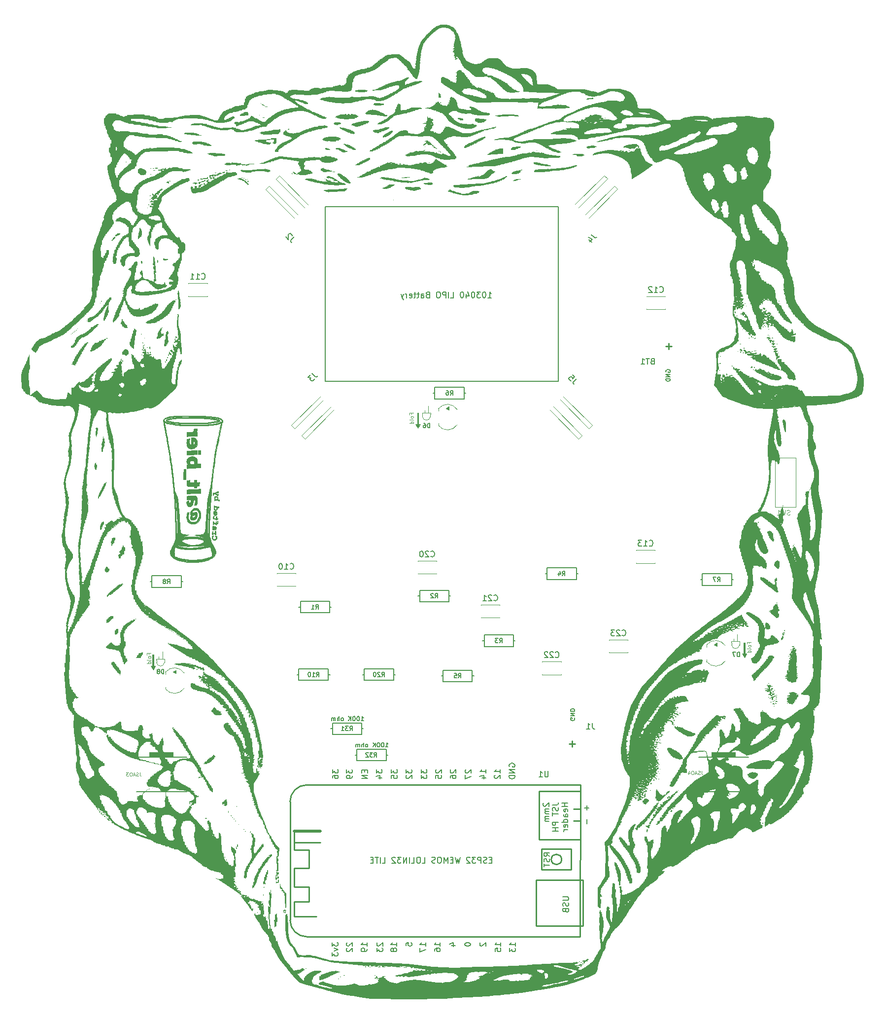
<source format=gbo>
G04 #@! TF.GenerationSoftware,KiCad,Pcbnew,7.0.10*
G04 #@! TF.CreationDate,2024-06-20T08:21:37-05:00*
G04 #@! TF.ProjectId,g0dzilla_vs_middle,6730647a-696c-46c6-915f-76735f6d6964,1*
G04 #@! TF.SameCoordinates,Original*
G04 #@! TF.FileFunction,Legend,Bot*
G04 #@! TF.FilePolarity,Positive*
%FSLAX46Y46*%
G04 Gerber Fmt 4.6, Leading zero omitted, Abs format (unit mm)*
G04 Created by KiCad (PCBNEW 7.0.10) date 2024-06-20 08:21:37*
%MOMM*%
%LPD*%
G01*
G04 APERTURE LIST*
%ADD10C,0.150000*%
%ADD11C,0.100000*%
%ADD12C,0.120000*%
%ADD13C,0.010000*%
%ADD14C,0.250000*%
%ADD15C,0.200000*%
%ADD16C,0.254000*%
%ADD17C,0.508000*%
G04 APERTURE END LIST*
D10*
X133235000Y-121839164D02*
X133485000Y-121482021D01*
X133663571Y-121839164D02*
X133663571Y-121089164D01*
X133663571Y-121089164D02*
X133377857Y-121089164D01*
X133377857Y-121089164D02*
X133306428Y-121124878D01*
X133306428Y-121124878D02*
X133270714Y-121160592D01*
X133270714Y-121160592D02*
X133235000Y-121232021D01*
X133235000Y-121232021D02*
X133235000Y-121339164D01*
X133235000Y-121339164D02*
X133270714Y-121410592D01*
X133270714Y-121410592D02*
X133306428Y-121446307D01*
X133306428Y-121446307D02*
X133377857Y-121482021D01*
X133377857Y-121482021D02*
X133663571Y-121482021D01*
X132592143Y-121339164D02*
X132592143Y-121839164D01*
X132770714Y-121053450D02*
X132949285Y-121589164D01*
X132949285Y-121589164D02*
X132485000Y-121589164D01*
X135661203Y-88010201D02*
X135156127Y-88515277D01*
X135156127Y-88515277D02*
X135088783Y-88649964D01*
X135088783Y-88649964D02*
X135088783Y-88784651D01*
X135088783Y-88784651D02*
X135156127Y-88919338D01*
X135156127Y-88919338D02*
X135223470Y-88986682D01*
X134987768Y-87336766D02*
X135324485Y-87673483D01*
X135324485Y-87673483D02*
X135021440Y-88043872D01*
X135021440Y-88043872D02*
X135021440Y-87976529D01*
X135021440Y-87976529D02*
X134987768Y-87875514D01*
X134987768Y-87875514D02*
X134819409Y-87707155D01*
X134819409Y-87707155D02*
X134718394Y-87673483D01*
X134718394Y-87673483D02*
X134651050Y-87673483D01*
X134651050Y-87673483D02*
X134550035Y-87707155D01*
X134550035Y-87707155D02*
X134381676Y-87875514D01*
X134381676Y-87875514D02*
X134348005Y-87976529D01*
X134348005Y-87976529D02*
X134348005Y-88043872D01*
X134348005Y-88043872D02*
X134381676Y-88144888D01*
X134381676Y-88144888D02*
X134550035Y-88313246D01*
X134550035Y-88313246D02*
X134651050Y-88346918D01*
X134651050Y-88346918D02*
X134718394Y-88346918D01*
X100892143Y-152939164D02*
X101142143Y-152582021D01*
X101320714Y-152939164D02*
X101320714Y-152189164D01*
X101320714Y-152189164D02*
X101035000Y-152189164D01*
X101035000Y-152189164D02*
X100963571Y-152224878D01*
X100963571Y-152224878D02*
X100927857Y-152260592D01*
X100927857Y-152260592D02*
X100892143Y-152332021D01*
X100892143Y-152332021D02*
X100892143Y-152439164D01*
X100892143Y-152439164D02*
X100927857Y-152510592D01*
X100927857Y-152510592D02*
X100963571Y-152546307D01*
X100963571Y-152546307D02*
X101035000Y-152582021D01*
X101035000Y-152582021D02*
X101320714Y-152582021D01*
X100642143Y-152189164D02*
X100177857Y-152189164D01*
X100177857Y-152189164D02*
X100427857Y-152474878D01*
X100427857Y-152474878D02*
X100320714Y-152474878D01*
X100320714Y-152474878D02*
X100249286Y-152510592D01*
X100249286Y-152510592D02*
X100213571Y-152546307D01*
X100213571Y-152546307D02*
X100177857Y-152617735D01*
X100177857Y-152617735D02*
X100177857Y-152796307D01*
X100177857Y-152796307D02*
X100213571Y-152867735D01*
X100213571Y-152867735D02*
X100249286Y-152903450D01*
X100249286Y-152903450D02*
X100320714Y-152939164D01*
X100320714Y-152939164D02*
X100535000Y-152939164D01*
X100535000Y-152939164D02*
X100606428Y-152903450D01*
X100606428Y-152903450D02*
X100642143Y-152867735D01*
X99892142Y-152260592D02*
X99856428Y-152224878D01*
X99856428Y-152224878D02*
X99785000Y-152189164D01*
X99785000Y-152189164D02*
X99606428Y-152189164D01*
X99606428Y-152189164D02*
X99535000Y-152224878D01*
X99535000Y-152224878D02*
X99499285Y-152260592D01*
X99499285Y-152260592D02*
X99463571Y-152332021D01*
X99463571Y-152332021D02*
X99463571Y-152403450D01*
X99463571Y-152403450D02*
X99499285Y-152510592D01*
X99499285Y-152510592D02*
X99927857Y-152939164D01*
X99927857Y-152939164D02*
X99463571Y-152939164D01*
X102839285Y-151239164D02*
X103267856Y-151239164D01*
X103053571Y-151239164D02*
X103053571Y-150489164D01*
X103053571Y-150489164D02*
X103124999Y-150596307D01*
X103124999Y-150596307D02*
X103196428Y-150667735D01*
X103196428Y-150667735D02*
X103267856Y-150703450D01*
X102374999Y-150489164D02*
X102303570Y-150489164D01*
X102303570Y-150489164D02*
X102232142Y-150524878D01*
X102232142Y-150524878D02*
X102196428Y-150560592D01*
X102196428Y-150560592D02*
X102160713Y-150632021D01*
X102160713Y-150632021D02*
X102124999Y-150774878D01*
X102124999Y-150774878D02*
X102124999Y-150953450D01*
X102124999Y-150953450D02*
X102160713Y-151096307D01*
X102160713Y-151096307D02*
X102196428Y-151167735D01*
X102196428Y-151167735D02*
X102232142Y-151203450D01*
X102232142Y-151203450D02*
X102303570Y-151239164D01*
X102303570Y-151239164D02*
X102374999Y-151239164D01*
X102374999Y-151239164D02*
X102446428Y-151203450D01*
X102446428Y-151203450D02*
X102482142Y-151167735D01*
X102482142Y-151167735D02*
X102517856Y-151096307D01*
X102517856Y-151096307D02*
X102553570Y-150953450D01*
X102553570Y-150953450D02*
X102553570Y-150774878D01*
X102553570Y-150774878D02*
X102517856Y-150632021D01*
X102517856Y-150632021D02*
X102482142Y-150560592D01*
X102482142Y-150560592D02*
X102446428Y-150524878D01*
X102446428Y-150524878D02*
X102374999Y-150489164D01*
X101660713Y-150489164D02*
X101589284Y-150489164D01*
X101589284Y-150489164D02*
X101517856Y-150524878D01*
X101517856Y-150524878D02*
X101482142Y-150560592D01*
X101482142Y-150560592D02*
X101446427Y-150632021D01*
X101446427Y-150632021D02*
X101410713Y-150774878D01*
X101410713Y-150774878D02*
X101410713Y-150953450D01*
X101410713Y-150953450D02*
X101446427Y-151096307D01*
X101446427Y-151096307D02*
X101482142Y-151167735D01*
X101482142Y-151167735D02*
X101517856Y-151203450D01*
X101517856Y-151203450D02*
X101589284Y-151239164D01*
X101589284Y-151239164D02*
X101660713Y-151239164D01*
X101660713Y-151239164D02*
X101732142Y-151203450D01*
X101732142Y-151203450D02*
X101767856Y-151167735D01*
X101767856Y-151167735D02*
X101803570Y-151096307D01*
X101803570Y-151096307D02*
X101839284Y-150953450D01*
X101839284Y-150953450D02*
X101839284Y-150774878D01*
X101839284Y-150774878D02*
X101803570Y-150632021D01*
X101803570Y-150632021D02*
X101767856Y-150560592D01*
X101767856Y-150560592D02*
X101732142Y-150524878D01*
X101732142Y-150524878D02*
X101660713Y-150489164D01*
X101089284Y-151239164D02*
X101089284Y-150489164D01*
X100660713Y-151239164D02*
X100982141Y-150810592D01*
X100660713Y-150489164D02*
X101089284Y-150917735D01*
X99660712Y-151239164D02*
X99732141Y-151203450D01*
X99732141Y-151203450D02*
X99767855Y-151167735D01*
X99767855Y-151167735D02*
X99803569Y-151096307D01*
X99803569Y-151096307D02*
X99803569Y-150882021D01*
X99803569Y-150882021D02*
X99767855Y-150810592D01*
X99767855Y-150810592D02*
X99732141Y-150774878D01*
X99732141Y-150774878D02*
X99660712Y-150739164D01*
X99660712Y-150739164D02*
X99553569Y-150739164D01*
X99553569Y-150739164D02*
X99482141Y-150774878D01*
X99482141Y-150774878D02*
X99446427Y-150810592D01*
X99446427Y-150810592D02*
X99410712Y-150882021D01*
X99410712Y-150882021D02*
X99410712Y-151096307D01*
X99410712Y-151096307D02*
X99446427Y-151167735D01*
X99446427Y-151167735D02*
X99482141Y-151203450D01*
X99482141Y-151203450D02*
X99553569Y-151239164D01*
X99553569Y-151239164D02*
X99660712Y-151239164D01*
X99089284Y-151239164D02*
X99089284Y-150489164D01*
X98767856Y-151239164D02*
X98767856Y-150846307D01*
X98767856Y-150846307D02*
X98803570Y-150774878D01*
X98803570Y-150774878D02*
X98874998Y-150739164D01*
X98874998Y-150739164D02*
X98982141Y-150739164D01*
X98982141Y-150739164D02*
X99053570Y-150774878D01*
X99053570Y-150774878D02*
X99089284Y-150810592D01*
X98410713Y-151239164D02*
X98410713Y-150739164D01*
X98410713Y-150810592D02*
X98374999Y-150774878D01*
X98374999Y-150774878D02*
X98303570Y-150739164D01*
X98303570Y-150739164D02*
X98196427Y-150739164D01*
X98196427Y-150739164D02*
X98124999Y-150774878D01*
X98124999Y-150774878D02*
X98089285Y-150846307D01*
X98089285Y-150846307D02*
X98089285Y-151239164D01*
X98089285Y-150846307D02*
X98053570Y-150774878D01*
X98053570Y-150774878D02*
X97982142Y-150739164D01*
X97982142Y-150739164D02*
X97874999Y-150739164D01*
X97874999Y-150739164D02*
X97803570Y-150774878D01*
X97803570Y-150774878D02*
X97767856Y-150846307D01*
X97767856Y-150846307D02*
X97767856Y-151239164D01*
X86432857Y-120629580D02*
X86480476Y-120677200D01*
X86480476Y-120677200D02*
X86623333Y-120724819D01*
X86623333Y-120724819D02*
X86718571Y-120724819D01*
X86718571Y-120724819D02*
X86861428Y-120677200D01*
X86861428Y-120677200D02*
X86956666Y-120581961D01*
X86956666Y-120581961D02*
X87004285Y-120486723D01*
X87004285Y-120486723D02*
X87051904Y-120296247D01*
X87051904Y-120296247D02*
X87051904Y-120153390D01*
X87051904Y-120153390D02*
X87004285Y-119962914D01*
X87004285Y-119962914D02*
X86956666Y-119867676D01*
X86956666Y-119867676D02*
X86861428Y-119772438D01*
X86861428Y-119772438D02*
X86718571Y-119724819D01*
X86718571Y-119724819D02*
X86623333Y-119724819D01*
X86623333Y-119724819D02*
X86480476Y-119772438D01*
X86480476Y-119772438D02*
X86432857Y-119820057D01*
X85480476Y-120724819D02*
X86051904Y-120724819D01*
X85766190Y-120724819D02*
X85766190Y-119724819D01*
X85766190Y-119724819D02*
X85861428Y-119867676D01*
X85861428Y-119867676D02*
X85956666Y-119962914D01*
X85956666Y-119962914D02*
X86051904Y-120010533D01*
X84861428Y-119724819D02*
X84766190Y-119724819D01*
X84766190Y-119724819D02*
X84670952Y-119772438D01*
X84670952Y-119772438D02*
X84623333Y-119820057D01*
X84623333Y-119820057D02*
X84575714Y-119915295D01*
X84575714Y-119915295D02*
X84528095Y-120105771D01*
X84528095Y-120105771D02*
X84528095Y-120343866D01*
X84528095Y-120343866D02*
X84575714Y-120534342D01*
X84575714Y-120534342D02*
X84623333Y-120629580D01*
X84623333Y-120629580D02*
X84670952Y-120677200D01*
X84670952Y-120677200D02*
X84766190Y-120724819D01*
X84766190Y-120724819D02*
X84861428Y-120724819D01*
X84861428Y-120724819D02*
X84956666Y-120677200D01*
X84956666Y-120677200D02*
X85004285Y-120629580D01*
X85004285Y-120629580D02*
X85051904Y-120534342D01*
X85051904Y-120534342D02*
X85099523Y-120343866D01*
X85099523Y-120343866D02*
X85099523Y-120105771D01*
X85099523Y-120105771D02*
X85051904Y-119915295D01*
X85051904Y-119915295D02*
X85004285Y-119820057D01*
X85004285Y-119820057D02*
X84956666Y-119772438D01*
X84956666Y-119772438D02*
X84861428Y-119724819D01*
X65342200Y-123198964D02*
X65592200Y-122841821D01*
X65770771Y-123198964D02*
X65770771Y-122448964D01*
X65770771Y-122448964D02*
X65485057Y-122448964D01*
X65485057Y-122448964D02*
X65413628Y-122484678D01*
X65413628Y-122484678D02*
X65377914Y-122520392D01*
X65377914Y-122520392D02*
X65342200Y-122591821D01*
X65342200Y-122591821D02*
X65342200Y-122698964D01*
X65342200Y-122698964D02*
X65377914Y-122770392D01*
X65377914Y-122770392D02*
X65413628Y-122806107D01*
X65413628Y-122806107D02*
X65485057Y-122841821D01*
X65485057Y-122841821D02*
X65770771Y-122841821D01*
X64913628Y-122770392D02*
X64985057Y-122734678D01*
X64985057Y-122734678D02*
X65020771Y-122698964D01*
X65020771Y-122698964D02*
X65056485Y-122627535D01*
X65056485Y-122627535D02*
X65056485Y-122591821D01*
X65056485Y-122591821D02*
X65020771Y-122520392D01*
X65020771Y-122520392D02*
X64985057Y-122484678D01*
X64985057Y-122484678D02*
X64913628Y-122448964D01*
X64913628Y-122448964D02*
X64770771Y-122448964D01*
X64770771Y-122448964D02*
X64699343Y-122484678D01*
X64699343Y-122484678D02*
X64663628Y-122520392D01*
X64663628Y-122520392D02*
X64627914Y-122591821D01*
X64627914Y-122591821D02*
X64627914Y-122627535D01*
X64627914Y-122627535D02*
X64663628Y-122698964D01*
X64663628Y-122698964D02*
X64699343Y-122734678D01*
X64699343Y-122734678D02*
X64770771Y-122770392D01*
X64770771Y-122770392D02*
X64913628Y-122770392D01*
X64913628Y-122770392D02*
X64985057Y-122806107D01*
X64985057Y-122806107D02*
X65020771Y-122841821D01*
X65020771Y-122841821D02*
X65056485Y-122913250D01*
X65056485Y-122913250D02*
X65056485Y-123056107D01*
X65056485Y-123056107D02*
X65020771Y-123127535D01*
X65020771Y-123127535D02*
X64985057Y-123163250D01*
X64985057Y-123163250D02*
X64913628Y-123198964D01*
X64913628Y-123198964D02*
X64770771Y-123198964D01*
X64770771Y-123198964D02*
X64699343Y-123163250D01*
X64699343Y-123163250D02*
X64663628Y-123127535D01*
X64663628Y-123127535D02*
X64627914Y-123056107D01*
X64627914Y-123056107D02*
X64627914Y-122913250D01*
X64627914Y-122913250D02*
X64663628Y-122841821D01*
X64663628Y-122841821D02*
X64699343Y-122806107D01*
X64699343Y-122806107D02*
X64770771Y-122770392D01*
D11*
X165274776Y-133437217D02*
X165274776Y-133220550D01*
X165615252Y-133220550D02*
X164965252Y-133220550D01*
X164965252Y-133220550D02*
X164965252Y-133530074D01*
X165615252Y-133870551D02*
X165584300Y-133808646D01*
X165584300Y-133808646D02*
X165553347Y-133777693D01*
X165553347Y-133777693D02*
X165491442Y-133746741D01*
X165491442Y-133746741D02*
X165305728Y-133746741D01*
X165305728Y-133746741D02*
X165243823Y-133777693D01*
X165243823Y-133777693D02*
X165212871Y-133808646D01*
X165212871Y-133808646D02*
X165181919Y-133870551D01*
X165181919Y-133870551D02*
X165181919Y-133963408D01*
X165181919Y-133963408D02*
X165212871Y-134025312D01*
X165212871Y-134025312D02*
X165243823Y-134056265D01*
X165243823Y-134056265D02*
X165305728Y-134087217D01*
X165305728Y-134087217D02*
X165491442Y-134087217D01*
X165491442Y-134087217D02*
X165553347Y-134056265D01*
X165553347Y-134056265D02*
X165584300Y-134025312D01*
X165584300Y-134025312D02*
X165615252Y-133963408D01*
X165615252Y-133963408D02*
X165615252Y-133870551D01*
X165615252Y-134458646D02*
X165584300Y-134396741D01*
X165584300Y-134396741D02*
X165522395Y-134365788D01*
X165522395Y-134365788D02*
X164965252Y-134365788D01*
X165615252Y-134984836D02*
X164965252Y-134984836D01*
X165584300Y-134984836D02*
X165615252Y-134922931D01*
X165615252Y-134922931D02*
X165615252Y-134799122D01*
X165615252Y-134799122D02*
X165584300Y-134737217D01*
X165584300Y-134737217D02*
X165553347Y-134706264D01*
X165553347Y-134706264D02*
X165491442Y-134675312D01*
X165491442Y-134675312D02*
X165305728Y-134675312D01*
X165305728Y-134675312D02*
X165243823Y-134706264D01*
X165243823Y-134706264D02*
X165212871Y-134737217D01*
X165212871Y-134737217D02*
X165181919Y-134799122D01*
X165181919Y-134799122D02*
X165181919Y-134922931D01*
X165181919Y-134922931D02*
X165212871Y-134984836D01*
D10*
X90230200Y-87108796D02*
X90735276Y-87613872D01*
X90735276Y-87613872D02*
X90869963Y-87681216D01*
X90869963Y-87681216D02*
X91004650Y-87681216D01*
X91004650Y-87681216D02*
X91139337Y-87613872D01*
X91139337Y-87613872D02*
X91206681Y-87546529D01*
X89960826Y-87378170D02*
X89523093Y-87815903D01*
X89523093Y-87815903D02*
X90028169Y-87849575D01*
X90028169Y-87849575D02*
X89927154Y-87950590D01*
X89927154Y-87950590D02*
X89893482Y-88051605D01*
X89893482Y-88051605D02*
X89893482Y-88118949D01*
X89893482Y-88118949D02*
X89927154Y-88219964D01*
X89927154Y-88219964D02*
X90095513Y-88388323D01*
X90095513Y-88388323D02*
X90196528Y-88421994D01*
X90196528Y-88421994D02*
X90263871Y-88421994D01*
X90263871Y-88421994D02*
X90364887Y-88388323D01*
X90364887Y-88388323D02*
X90566917Y-88186292D01*
X90566917Y-88186292D02*
X90600589Y-88085277D01*
X90600589Y-88085277D02*
X90600589Y-88017933D01*
X87141203Y-63690201D02*
X86636127Y-64195277D01*
X86636127Y-64195277D02*
X86568783Y-64329964D01*
X86568783Y-64329964D02*
X86568783Y-64464651D01*
X86568783Y-64464651D02*
X86636127Y-64599338D01*
X86636127Y-64599338D02*
X86703470Y-64666682D01*
X86770814Y-63454498D02*
X86770814Y-63387155D01*
X86770814Y-63387155D02*
X86737142Y-63286140D01*
X86737142Y-63286140D02*
X86568783Y-63117781D01*
X86568783Y-63117781D02*
X86467768Y-63084109D01*
X86467768Y-63084109D02*
X86400424Y-63084109D01*
X86400424Y-63084109D02*
X86299409Y-63117781D01*
X86299409Y-63117781D02*
X86232066Y-63185124D01*
X86232066Y-63185124D02*
X86164722Y-63319811D01*
X86164722Y-63319811D02*
X86164722Y-64127933D01*
X86164722Y-64127933D02*
X85726989Y-63690201D01*
X132032857Y-135799580D02*
X132080476Y-135847200D01*
X132080476Y-135847200D02*
X132223333Y-135894819D01*
X132223333Y-135894819D02*
X132318571Y-135894819D01*
X132318571Y-135894819D02*
X132461428Y-135847200D01*
X132461428Y-135847200D02*
X132556666Y-135751961D01*
X132556666Y-135751961D02*
X132604285Y-135656723D01*
X132604285Y-135656723D02*
X132651904Y-135466247D01*
X132651904Y-135466247D02*
X132651904Y-135323390D01*
X132651904Y-135323390D02*
X132604285Y-135132914D01*
X132604285Y-135132914D02*
X132556666Y-135037676D01*
X132556666Y-135037676D02*
X132461428Y-134942438D01*
X132461428Y-134942438D02*
X132318571Y-134894819D01*
X132318571Y-134894819D02*
X132223333Y-134894819D01*
X132223333Y-134894819D02*
X132080476Y-134942438D01*
X132080476Y-134942438D02*
X132032857Y-134990057D01*
X131651904Y-134990057D02*
X131604285Y-134942438D01*
X131604285Y-134942438D02*
X131509047Y-134894819D01*
X131509047Y-134894819D02*
X131270952Y-134894819D01*
X131270952Y-134894819D02*
X131175714Y-134942438D01*
X131175714Y-134942438D02*
X131128095Y-134990057D01*
X131128095Y-134990057D02*
X131080476Y-135085295D01*
X131080476Y-135085295D02*
X131080476Y-135180533D01*
X131080476Y-135180533D02*
X131128095Y-135323390D01*
X131128095Y-135323390D02*
X131699523Y-135894819D01*
X131699523Y-135894819D02*
X131080476Y-135894819D01*
X130699523Y-134990057D02*
X130651904Y-134942438D01*
X130651904Y-134942438D02*
X130556666Y-134894819D01*
X130556666Y-134894819D02*
X130318571Y-134894819D01*
X130318571Y-134894819D02*
X130223333Y-134942438D01*
X130223333Y-134942438D02*
X130175714Y-134990057D01*
X130175714Y-134990057D02*
X130128095Y-135085295D01*
X130128095Y-135085295D02*
X130128095Y-135180533D01*
X130128095Y-135180533D02*
X130175714Y-135323390D01*
X130175714Y-135323390D02*
X130747142Y-135894819D01*
X130747142Y-135894819D02*
X130128095Y-135894819D01*
D11*
X107274776Y-94137217D02*
X107274776Y-93920550D01*
X107615252Y-93920550D02*
X106965252Y-93920550D01*
X106965252Y-93920550D02*
X106965252Y-94230074D01*
X107615252Y-94570551D02*
X107584300Y-94508646D01*
X107584300Y-94508646D02*
X107553347Y-94477693D01*
X107553347Y-94477693D02*
X107491442Y-94446741D01*
X107491442Y-94446741D02*
X107305728Y-94446741D01*
X107305728Y-94446741D02*
X107243823Y-94477693D01*
X107243823Y-94477693D02*
X107212871Y-94508646D01*
X107212871Y-94508646D02*
X107181919Y-94570551D01*
X107181919Y-94570551D02*
X107181919Y-94663408D01*
X107181919Y-94663408D02*
X107212871Y-94725312D01*
X107212871Y-94725312D02*
X107243823Y-94756265D01*
X107243823Y-94756265D02*
X107305728Y-94787217D01*
X107305728Y-94787217D02*
X107491442Y-94787217D01*
X107491442Y-94787217D02*
X107553347Y-94756265D01*
X107553347Y-94756265D02*
X107584300Y-94725312D01*
X107584300Y-94725312D02*
X107615252Y-94663408D01*
X107615252Y-94663408D02*
X107615252Y-94570551D01*
X107615252Y-95158646D02*
X107584300Y-95096741D01*
X107584300Y-95096741D02*
X107522395Y-95065788D01*
X107522395Y-95065788D02*
X106965252Y-95065788D01*
X107615252Y-95684836D02*
X106965252Y-95684836D01*
X107584300Y-95684836D02*
X107615252Y-95622931D01*
X107615252Y-95622931D02*
X107615252Y-95499122D01*
X107615252Y-95499122D02*
X107584300Y-95437217D01*
X107584300Y-95437217D02*
X107553347Y-95406264D01*
X107553347Y-95406264D02*
X107491442Y-95375312D01*
X107491442Y-95375312D02*
X107305728Y-95375312D01*
X107305728Y-95375312D02*
X107243823Y-95406264D01*
X107243823Y-95406264D02*
X107212871Y-95437217D01*
X107212871Y-95437217D02*
X107181919Y-95499122D01*
X107181919Y-95499122D02*
X107181919Y-95622931D01*
X107181919Y-95622931D02*
X107212871Y-95684836D01*
D10*
X111335000Y-125662764D02*
X111585000Y-125305621D01*
X111763571Y-125662764D02*
X111763571Y-124912764D01*
X111763571Y-124912764D02*
X111477857Y-124912764D01*
X111477857Y-124912764D02*
X111406428Y-124948478D01*
X111406428Y-124948478D02*
X111370714Y-124984192D01*
X111370714Y-124984192D02*
X111335000Y-125055621D01*
X111335000Y-125055621D02*
X111335000Y-125162764D01*
X111335000Y-125162764D02*
X111370714Y-125234192D01*
X111370714Y-125234192D02*
X111406428Y-125269907D01*
X111406428Y-125269907D02*
X111477857Y-125305621D01*
X111477857Y-125305621D02*
X111763571Y-125305621D01*
X111049285Y-124984192D02*
X111013571Y-124948478D01*
X111013571Y-124948478D02*
X110942143Y-124912764D01*
X110942143Y-124912764D02*
X110763571Y-124912764D01*
X110763571Y-124912764D02*
X110692143Y-124948478D01*
X110692143Y-124948478D02*
X110656428Y-124984192D01*
X110656428Y-124984192D02*
X110620714Y-125055621D01*
X110620714Y-125055621D02*
X110620714Y-125127050D01*
X110620714Y-125127050D02*
X110656428Y-125234192D01*
X110656428Y-125234192D02*
X111085000Y-125662764D01*
X111085000Y-125662764D02*
X110620714Y-125662764D01*
X138180201Y-63278796D02*
X138685277Y-63783872D01*
X138685277Y-63783872D02*
X138819964Y-63851216D01*
X138819964Y-63851216D02*
X138954651Y-63851216D01*
X138954651Y-63851216D02*
X139089338Y-63783872D01*
X139089338Y-63783872D02*
X139156682Y-63716529D01*
X137776140Y-64154262D02*
X138247544Y-64625666D01*
X137675124Y-63716529D02*
X138348559Y-64053246D01*
X138348559Y-64053246D02*
X137910827Y-64490979D01*
X159901000Y-122817964D02*
X160151000Y-122460821D01*
X160329571Y-122817964D02*
X160329571Y-122067964D01*
X160329571Y-122067964D02*
X160043857Y-122067964D01*
X160043857Y-122067964D02*
X159972428Y-122103678D01*
X159972428Y-122103678D02*
X159936714Y-122139392D01*
X159936714Y-122139392D02*
X159901000Y-122210821D01*
X159901000Y-122210821D02*
X159901000Y-122317964D01*
X159901000Y-122317964D02*
X159936714Y-122389392D01*
X159936714Y-122389392D02*
X159972428Y-122425107D01*
X159972428Y-122425107D02*
X160043857Y-122460821D01*
X160043857Y-122460821D02*
X160329571Y-122460821D01*
X159651000Y-122067964D02*
X159151000Y-122067964D01*
X159151000Y-122067964D02*
X159472428Y-122817964D01*
X102182143Y-139139164D02*
X102432143Y-138782021D01*
X102610714Y-139139164D02*
X102610714Y-138389164D01*
X102610714Y-138389164D02*
X102325000Y-138389164D01*
X102325000Y-138389164D02*
X102253571Y-138424878D01*
X102253571Y-138424878D02*
X102217857Y-138460592D01*
X102217857Y-138460592D02*
X102182143Y-138532021D01*
X102182143Y-138532021D02*
X102182143Y-138639164D01*
X102182143Y-138639164D02*
X102217857Y-138710592D01*
X102217857Y-138710592D02*
X102253571Y-138746307D01*
X102253571Y-138746307D02*
X102325000Y-138782021D01*
X102325000Y-138782021D02*
X102610714Y-138782021D01*
X101896428Y-138460592D02*
X101860714Y-138424878D01*
X101860714Y-138424878D02*
X101789286Y-138389164D01*
X101789286Y-138389164D02*
X101610714Y-138389164D01*
X101610714Y-138389164D02*
X101539286Y-138424878D01*
X101539286Y-138424878D02*
X101503571Y-138460592D01*
X101503571Y-138460592D02*
X101467857Y-138532021D01*
X101467857Y-138532021D02*
X101467857Y-138603450D01*
X101467857Y-138603450D02*
X101503571Y-138710592D01*
X101503571Y-138710592D02*
X101932143Y-139139164D01*
X101932143Y-139139164D02*
X101467857Y-139139164D01*
X101003571Y-138389164D02*
X100932142Y-138389164D01*
X100932142Y-138389164D02*
X100860714Y-138424878D01*
X100860714Y-138424878D02*
X100825000Y-138460592D01*
X100825000Y-138460592D02*
X100789285Y-138532021D01*
X100789285Y-138532021D02*
X100753571Y-138674878D01*
X100753571Y-138674878D02*
X100753571Y-138853450D01*
X100753571Y-138853450D02*
X100789285Y-138996307D01*
X100789285Y-138996307D02*
X100825000Y-139067735D01*
X100825000Y-139067735D02*
X100860714Y-139103450D01*
X100860714Y-139103450D02*
X100932142Y-139139164D01*
X100932142Y-139139164D02*
X101003571Y-139139164D01*
X101003571Y-139139164D02*
X101075000Y-139103450D01*
X101075000Y-139103450D02*
X101110714Y-139067735D01*
X101110714Y-139067735D02*
X101146428Y-138996307D01*
X101146428Y-138996307D02*
X101182142Y-138853450D01*
X101182142Y-138853450D02*
X101182142Y-138674878D01*
X101182142Y-138674878D02*
X101146428Y-138532021D01*
X101146428Y-138532021D02*
X101110714Y-138460592D01*
X101110714Y-138460592D02*
X101075000Y-138424878D01*
X101075000Y-138424878D02*
X101003571Y-138389164D01*
X163653571Y-135739164D02*
X163653571Y-134989164D01*
X163653571Y-134989164D02*
X163475000Y-134989164D01*
X163475000Y-134989164D02*
X163367857Y-135024878D01*
X163367857Y-135024878D02*
X163296428Y-135096307D01*
X163296428Y-135096307D02*
X163260714Y-135167735D01*
X163260714Y-135167735D02*
X163225000Y-135310592D01*
X163225000Y-135310592D02*
X163225000Y-135417735D01*
X163225000Y-135417735D02*
X163260714Y-135560592D01*
X163260714Y-135560592D02*
X163296428Y-135632021D01*
X163296428Y-135632021D02*
X163367857Y-135703450D01*
X163367857Y-135703450D02*
X163475000Y-135739164D01*
X163475000Y-135739164D02*
X163653571Y-135739164D01*
X162975000Y-134989164D02*
X162475000Y-134989164D01*
X162475000Y-134989164D02*
X162796428Y-135739164D01*
X120443924Y-74119819D02*
X121015352Y-74119819D01*
X120729638Y-74119819D02*
X120729638Y-73119819D01*
X120729638Y-73119819D02*
X120824876Y-73262676D01*
X120824876Y-73262676D02*
X120920114Y-73357914D01*
X120920114Y-73357914D02*
X121015352Y-73405533D01*
X119824876Y-73119819D02*
X119729638Y-73119819D01*
X119729638Y-73119819D02*
X119634400Y-73167438D01*
X119634400Y-73167438D02*
X119586781Y-73215057D01*
X119586781Y-73215057D02*
X119539162Y-73310295D01*
X119539162Y-73310295D02*
X119491543Y-73500771D01*
X119491543Y-73500771D02*
X119491543Y-73738866D01*
X119491543Y-73738866D02*
X119539162Y-73929342D01*
X119539162Y-73929342D02*
X119586781Y-74024580D01*
X119586781Y-74024580D02*
X119634400Y-74072200D01*
X119634400Y-74072200D02*
X119729638Y-74119819D01*
X119729638Y-74119819D02*
X119824876Y-74119819D01*
X119824876Y-74119819D02*
X119920114Y-74072200D01*
X119920114Y-74072200D02*
X119967733Y-74024580D01*
X119967733Y-74024580D02*
X120015352Y-73929342D01*
X120015352Y-73929342D02*
X120062971Y-73738866D01*
X120062971Y-73738866D02*
X120062971Y-73500771D01*
X120062971Y-73500771D02*
X120015352Y-73310295D01*
X120015352Y-73310295D02*
X119967733Y-73215057D01*
X119967733Y-73215057D02*
X119920114Y-73167438D01*
X119920114Y-73167438D02*
X119824876Y-73119819D01*
X119158209Y-73119819D02*
X118539162Y-73119819D01*
X118539162Y-73119819D02*
X118872495Y-73500771D01*
X118872495Y-73500771D02*
X118729638Y-73500771D01*
X118729638Y-73500771D02*
X118634400Y-73548390D01*
X118634400Y-73548390D02*
X118586781Y-73596009D01*
X118586781Y-73596009D02*
X118539162Y-73691247D01*
X118539162Y-73691247D02*
X118539162Y-73929342D01*
X118539162Y-73929342D02*
X118586781Y-74024580D01*
X118586781Y-74024580D02*
X118634400Y-74072200D01*
X118634400Y-74072200D02*
X118729638Y-74119819D01*
X118729638Y-74119819D02*
X119015352Y-74119819D01*
X119015352Y-74119819D02*
X119110590Y-74072200D01*
X119110590Y-74072200D02*
X119158209Y-74024580D01*
X117920114Y-73119819D02*
X117824876Y-73119819D01*
X117824876Y-73119819D02*
X117729638Y-73167438D01*
X117729638Y-73167438D02*
X117682019Y-73215057D01*
X117682019Y-73215057D02*
X117634400Y-73310295D01*
X117634400Y-73310295D02*
X117586781Y-73500771D01*
X117586781Y-73500771D02*
X117586781Y-73738866D01*
X117586781Y-73738866D02*
X117634400Y-73929342D01*
X117634400Y-73929342D02*
X117682019Y-74024580D01*
X117682019Y-74024580D02*
X117729638Y-74072200D01*
X117729638Y-74072200D02*
X117824876Y-74119819D01*
X117824876Y-74119819D02*
X117920114Y-74119819D01*
X117920114Y-74119819D02*
X118015352Y-74072200D01*
X118015352Y-74072200D02*
X118062971Y-74024580D01*
X118062971Y-74024580D02*
X118110590Y-73929342D01*
X118110590Y-73929342D02*
X118158209Y-73738866D01*
X118158209Y-73738866D02*
X118158209Y-73500771D01*
X118158209Y-73500771D02*
X118110590Y-73310295D01*
X118110590Y-73310295D02*
X118062971Y-73215057D01*
X118062971Y-73215057D02*
X118015352Y-73167438D01*
X118015352Y-73167438D02*
X117920114Y-73119819D01*
X116729638Y-73453152D02*
X116729638Y-74119819D01*
X116967733Y-73072200D02*
X117205828Y-73786485D01*
X117205828Y-73786485D02*
X116586781Y-73786485D01*
X116015352Y-73119819D02*
X115920114Y-73119819D01*
X115920114Y-73119819D02*
X115824876Y-73167438D01*
X115824876Y-73167438D02*
X115777257Y-73215057D01*
X115777257Y-73215057D02*
X115729638Y-73310295D01*
X115729638Y-73310295D02*
X115682019Y-73500771D01*
X115682019Y-73500771D02*
X115682019Y-73738866D01*
X115682019Y-73738866D02*
X115729638Y-73929342D01*
X115729638Y-73929342D02*
X115777257Y-74024580D01*
X115777257Y-74024580D02*
X115824876Y-74072200D01*
X115824876Y-74072200D02*
X115920114Y-74119819D01*
X115920114Y-74119819D02*
X116015352Y-74119819D01*
X116015352Y-74119819D02*
X116110590Y-74072200D01*
X116110590Y-74072200D02*
X116158209Y-74024580D01*
X116158209Y-74024580D02*
X116205828Y-73929342D01*
X116205828Y-73929342D02*
X116253447Y-73738866D01*
X116253447Y-73738866D02*
X116253447Y-73500771D01*
X116253447Y-73500771D02*
X116205828Y-73310295D01*
X116205828Y-73310295D02*
X116158209Y-73215057D01*
X116158209Y-73215057D02*
X116110590Y-73167438D01*
X116110590Y-73167438D02*
X116015352Y-73119819D01*
X114015352Y-74119819D02*
X114491542Y-74119819D01*
X114491542Y-74119819D02*
X114491542Y-73119819D01*
X113682018Y-74119819D02*
X113682018Y-73119819D01*
X113205828Y-74119819D02*
X113205828Y-73119819D01*
X113205828Y-73119819D02*
X112824876Y-73119819D01*
X112824876Y-73119819D02*
X112729638Y-73167438D01*
X112729638Y-73167438D02*
X112682019Y-73215057D01*
X112682019Y-73215057D02*
X112634400Y-73310295D01*
X112634400Y-73310295D02*
X112634400Y-73453152D01*
X112634400Y-73453152D02*
X112682019Y-73548390D01*
X112682019Y-73548390D02*
X112729638Y-73596009D01*
X112729638Y-73596009D02*
X112824876Y-73643628D01*
X112824876Y-73643628D02*
X113205828Y-73643628D01*
X112015352Y-73119819D02*
X111824876Y-73119819D01*
X111824876Y-73119819D02*
X111729638Y-73167438D01*
X111729638Y-73167438D02*
X111634400Y-73262676D01*
X111634400Y-73262676D02*
X111586781Y-73453152D01*
X111586781Y-73453152D02*
X111586781Y-73786485D01*
X111586781Y-73786485D02*
X111634400Y-73976961D01*
X111634400Y-73976961D02*
X111729638Y-74072200D01*
X111729638Y-74072200D02*
X111824876Y-74119819D01*
X111824876Y-74119819D02*
X112015352Y-74119819D01*
X112015352Y-74119819D02*
X112110590Y-74072200D01*
X112110590Y-74072200D02*
X112205828Y-73976961D01*
X112205828Y-73976961D02*
X112253447Y-73786485D01*
X112253447Y-73786485D02*
X112253447Y-73453152D01*
X112253447Y-73453152D02*
X112205828Y-73262676D01*
X112205828Y-73262676D02*
X112110590Y-73167438D01*
X112110590Y-73167438D02*
X112015352Y-73119819D01*
X110062971Y-73596009D02*
X109920114Y-73643628D01*
X109920114Y-73643628D02*
X109872495Y-73691247D01*
X109872495Y-73691247D02*
X109824876Y-73786485D01*
X109824876Y-73786485D02*
X109824876Y-73929342D01*
X109824876Y-73929342D02*
X109872495Y-74024580D01*
X109872495Y-74024580D02*
X109920114Y-74072200D01*
X109920114Y-74072200D02*
X110015352Y-74119819D01*
X110015352Y-74119819D02*
X110396304Y-74119819D01*
X110396304Y-74119819D02*
X110396304Y-73119819D01*
X110396304Y-73119819D02*
X110062971Y-73119819D01*
X110062971Y-73119819D02*
X109967733Y-73167438D01*
X109967733Y-73167438D02*
X109920114Y-73215057D01*
X109920114Y-73215057D02*
X109872495Y-73310295D01*
X109872495Y-73310295D02*
X109872495Y-73405533D01*
X109872495Y-73405533D02*
X109920114Y-73500771D01*
X109920114Y-73500771D02*
X109967733Y-73548390D01*
X109967733Y-73548390D02*
X110062971Y-73596009D01*
X110062971Y-73596009D02*
X110396304Y-73596009D01*
X108967733Y-74119819D02*
X108967733Y-73596009D01*
X108967733Y-73596009D02*
X109015352Y-73500771D01*
X109015352Y-73500771D02*
X109110590Y-73453152D01*
X109110590Y-73453152D02*
X109301066Y-73453152D01*
X109301066Y-73453152D02*
X109396304Y-73500771D01*
X108967733Y-74072200D02*
X109062971Y-74119819D01*
X109062971Y-74119819D02*
X109301066Y-74119819D01*
X109301066Y-74119819D02*
X109396304Y-74072200D01*
X109396304Y-74072200D02*
X109443923Y-73976961D01*
X109443923Y-73976961D02*
X109443923Y-73881723D01*
X109443923Y-73881723D02*
X109396304Y-73786485D01*
X109396304Y-73786485D02*
X109301066Y-73738866D01*
X109301066Y-73738866D02*
X109062971Y-73738866D01*
X109062971Y-73738866D02*
X108967733Y-73691247D01*
X108634399Y-73453152D02*
X108253447Y-73453152D01*
X108491542Y-73119819D02*
X108491542Y-73976961D01*
X108491542Y-73976961D02*
X108443923Y-74072200D01*
X108443923Y-74072200D02*
X108348685Y-74119819D01*
X108348685Y-74119819D02*
X108253447Y-74119819D01*
X108062970Y-73453152D02*
X107682018Y-73453152D01*
X107920113Y-73119819D02*
X107920113Y-73976961D01*
X107920113Y-73976961D02*
X107872494Y-74072200D01*
X107872494Y-74072200D02*
X107777256Y-74119819D01*
X107777256Y-74119819D02*
X107682018Y-74119819D01*
X106967732Y-74072200D02*
X107062970Y-74119819D01*
X107062970Y-74119819D02*
X107253446Y-74119819D01*
X107253446Y-74119819D02*
X107348684Y-74072200D01*
X107348684Y-74072200D02*
X107396303Y-73976961D01*
X107396303Y-73976961D02*
X107396303Y-73596009D01*
X107396303Y-73596009D02*
X107348684Y-73500771D01*
X107348684Y-73500771D02*
X107253446Y-73453152D01*
X107253446Y-73453152D02*
X107062970Y-73453152D01*
X107062970Y-73453152D02*
X106967732Y-73500771D01*
X106967732Y-73500771D02*
X106920113Y-73596009D01*
X106920113Y-73596009D02*
X106920113Y-73691247D01*
X106920113Y-73691247D02*
X107396303Y-73786485D01*
X106491541Y-74119819D02*
X106491541Y-73453152D01*
X106491541Y-73643628D02*
X106443922Y-73548390D01*
X106443922Y-73548390D02*
X106396303Y-73500771D01*
X106396303Y-73500771D02*
X106301065Y-73453152D01*
X106301065Y-73453152D02*
X106205827Y-73453152D01*
X105967731Y-73453152D02*
X105729636Y-74119819D01*
X105491541Y-73453152D02*
X105729636Y-74119819D01*
X105729636Y-74119819D02*
X105824874Y-74357914D01*
X105824874Y-74357914D02*
X105872493Y-74405533D01*
X105872493Y-74405533D02*
X105967731Y-74453152D01*
X122435000Y-133339164D02*
X122685000Y-132982021D01*
X122863571Y-133339164D02*
X122863571Y-132589164D01*
X122863571Y-132589164D02*
X122577857Y-132589164D01*
X122577857Y-132589164D02*
X122506428Y-132624878D01*
X122506428Y-132624878D02*
X122470714Y-132660592D01*
X122470714Y-132660592D02*
X122435000Y-132732021D01*
X122435000Y-132732021D02*
X122435000Y-132839164D01*
X122435000Y-132839164D02*
X122470714Y-132910592D01*
X122470714Y-132910592D02*
X122506428Y-132946307D01*
X122506428Y-132946307D02*
X122577857Y-132982021D01*
X122577857Y-132982021D02*
X122863571Y-132982021D01*
X122185000Y-132589164D02*
X121720714Y-132589164D01*
X121720714Y-132589164D02*
X121970714Y-132874878D01*
X121970714Y-132874878D02*
X121863571Y-132874878D01*
X121863571Y-132874878D02*
X121792143Y-132910592D01*
X121792143Y-132910592D02*
X121756428Y-132946307D01*
X121756428Y-132946307D02*
X121720714Y-133017735D01*
X121720714Y-133017735D02*
X121720714Y-133196307D01*
X121720714Y-133196307D02*
X121756428Y-133267735D01*
X121756428Y-133267735D02*
X121792143Y-133303450D01*
X121792143Y-133303450D02*
X121863571Y-133339164D01*
X121863571Y-133339164D02*
X122077857Y-133339164D01*
X122077857Y-133339164D02*
X122149285Y-133303450D01*
X122149285Y-133303450D02*
X122185000Y-133267735D01*
X121470657Y-126049380D02*
X121518276Y-126097000D01*
X121518276Y-126097000D02*
X121661133Y-126144619D01*
X121661133Y-126144619D02*
X121756371Y-126144619D01*
X121756371Y-126144619D02*
X121899228Y-126097000D01*
X121899228Y-126097000D02*
X121994466Y-126001761D01*
X121994466Y-126001761D02*
X122042085Y-125906523D01*
X122042085Y-125906523D02*
X122089704Y-125716047D01*
X122089704Y-125716047D02*
X122089704Y-125573190D01*
X122089704Y-125573190D02*
X122042085Y-125382714D01*
X122042085Y-125382714D02*
X121994466Y-125287476D01*
X121994466Y-125287476D02*
X121899228Y-125192238D01*
X121899228Y-125192238D02*
X121756371Y-125144619D01*
X121756371Y-125144619D02*
X121661133Y-125144619D01*
X121661133Y-125144619D02*
X121518276Y-125192238D01*
X121518276Y-125192238D02*
X121470657Y-125239857D01*
X121089704Y-125239857D02*
X121042085Y-125192238D01*
X121042085Y-125192238D02*
X120946847Y-125144619D01*
X120946847Y-125144619D02*
X120708752Y-125144619D01*
X120708752Y-125144619D02*
X120613514Y-125192238D01*
X120613514Y-125192238D02*
X120565895Y-125239857D01*
X120565895Y-125239857D02*
X120518276Y-125335095D01*
X120518276Y-125335095D02*
X120518276Y-125430333D01*
X120518276Y-125430333D02*
X120565895Y-125573190D01*
X120565895Y-125573190D02*
X121137323Y-126144619D01*
X121137323Y-126144619D02*
X120518276Y-126144619D01*
X119565895Y-126144619D02*
X120137323Y-126144619D01*
X119851609Y-126144619D02*
X119851609Y-125144619D01*
X119851609Y-125144619D02*
X119946847Y-125287476D01*
X119946847Y-125287476D02*
X120042085Y-125382714D01*
X120042085Y-125382714D02*
X120137323Y-125430333D01*
X148702914Y-85007209D02*
X148560057Y-85054828D01*
X148560057Y-85054828D02*
X148512438Y-85102447D01*
X148512438Y-85102447D02*
X148464819Y-85197685D01*
X148464819Y-85197685D02*
X148464819Y-85340542D01*
X148464819Y-85340542D02*
X148512438Y-85435780D01*
X148512438Y-85435780D02*
X148560057Y-85483400D01*
X148560057Y-85483400D02*
X148655295Y-85531019D01*
X148655295Y-85531019D02*
X149036247Y-85531019D01*
X149036247Y-85531019D02*
X149036247Y-84531019D01*
X149036247Y-84531019D02*
X148702914Y-84531019D01*
X148702914Y-84531019D02*
X148607676Y-84578638D01*
X148607676Y-84578638D02*
X148560057Y-84626257D01*
X148560057Y-84626257D02*
X148512438Y-84721495D01*
X148512438Y-84721495D02*
X148512438Y-84816733D01*
X148512438Y-84816733D02*
X148560057Y-84911971D01*
X148560057Y-84911971D02*
X148607676Y-84959590D01*
X148607676Y-84959590D02*
X148702914Y-85007209D01*
X148702914Y-85007209D02*
X149036247Y-85007209D01*
X148179104Y-84531019D02*
X147607676Y-84531019D01*
X147893390Y-85531019D02*
X147893390Y-84531019D01*
X146750533Y-85531019D02*
X147321961Y-85531019D01*
X147036247Y-85531019D02*
X147036247Y-84531019D01*
X147036247Y-84531019D02*
X147131485Y-84673876D01*
X147131485Y-84673876D02*
X147226723Y-84769114D01*
X147226723Y-84769114D02*
X147321961Y-84816733D01*
X151049878Y-86883571D02*
X151014164Y-86812143D01*
X151014164Y-86812143D02*
X151014164Y-86705000D01*
X151014164Y-86705000D02*
X151049878Y-86597857D01*
X151049878Y-86597857D02*
X151121307Y-86526428D01*
X151121307Y-86526428D02*
X151192735Y-86490714D01*
X151192735Y-86490714D02*
X151335592Y-86455000D01*
X151335592Y-86455000D02*
X151442735Y-86455000D01*
X151442735Y-86455000D02*
X151585592Y-86490714D01*
X151585592Y-86490714D02*
X151657021Y-86526428D01*
X151657021Y-86526428D02*
X151728450Y-86597857D01*
X151728450Y-86597857D02*
X151764164Y-86705000D01*
X151764164Y-86705000D02*
X151764164Y-86776428D01*
X151764164Y-86776428D02*
X151728450Y-86883571D01*
X151728450Y-86883571D02*
X151692735Y-86919285D01*
X151692735Y-86919285D02*
X151442735Y-86919285D01*
X151442735Y-86919285D02*
X151442735Y-86776428D01*
X151764164Y-87240714D02*
X151014164Y-87240714D01*
X151014164Y-87240714D02*
X151764164Y-87669285D01*
X151764164Y-87669285D02*
X151014164Y-87669285D01*
X151764164Y-88026428D02*
X151014164Y-88026428D01*
X151014164Y-88026428D02*
X151014164Y-88204999D01*
X151014164Y-88204999D02*
X151049878Y-88312142D01*
X151049878Y-88312142D02*
X151121307Y-88383571D01*
X151121307Y-88383571D02*
X151192735Y-88419285D01*
X151192735Y-88419285D02*
X151335592Y-88454999D01*
X151335592Y-88454999D02*
X151442735Y-88454999D01*
X151442735Y-88454999D02*
X151585592Y-88419285D01*
X151585592Y-88419285D02*
X151657021Y-88383571D01*
X151657021Y-88383571D02*
X151728450Y-88312142D01*
X151728450Y-88312142D02*
X151764164Y-88204999D01*
X151764164Y-88204999D02*
X151764164Y-88026428D01*
X110453571Y-96439164D02*
X110453571Y-95689164D01*
X110453571Y-95689164D02*
X110275000Y-95689164D01*
X110275000Y-95689164D02*
X110167857Y-95724878D01*
X110167857Y-95724878D02*
X110096428Y-95796307D01*
X110096428Y-95796307D02*
X110060714Y-95867735D01*
X110060714Y-95867735D02*
X110025000Y-96010592D01*
X110025000Y-96010592D02*
X110025000Y-96117735D01*
X110025000Y-96117735D02*
X110060714Y-96260592D01*
X110060714Y-96260592D02*
X110096428Y-96332021D01*
X110096428Y-96332021D02*
X110167857Y-96403450D01*
X110167857Y-96403450D02*
X110275000Y-96439164D01*
X110275000Y-96439164D02*
X110453571Y-96439164D01*
X109382143Y-95689164D02*
X109525000Y-95689164D01*
X109525000Y-95689164D02*
X109596428Y-95724878D01*
X109596428Y-95724878D02*
X109632143Y-95760592D01*
X109632143Y-95760592D02*
X109703571Y-95867735D01*
X109703571Y-95867735D02*
X109739285Y-96010592D01*
X109739285Y-96010592D02*
X109739285Y-96296307D01*
X109739285Y-96296307D02*
X109703571Y-96367735D01*
X109703571Y-96367735D02*
X109667857Y-96403450D01*
X109667857Y-96403450D02*
X109596428Y-96439164D01*
X109596428Y-96439164D02*
X109453571Y-96439164D01*
X109453571Y-96439164D02*
X109382143Y-96403450D01*
X109382143Y-96403450D02*
X109346428Y-96367735D01*
X109346428Y-96367735D02*
X109310714Y-96296307D01*
X109310714Y-96296307D02*
X109310714Y-96117735D01*
X109310714Y-96117735D02*
X109346428Y-96046307D01*
X109346428Y-96046307D02*
X109382143Y-96010592D01*
X109382143Y-96010592D02*
X109453571Y-95974878D01*
X109453571Y-95974878D02*
X109596428Y-95974878D01*
X109596428Y-95974878D02*
X109667857Y-96010592D01*
X109667857Y-96010592D02*
X109703571Y-96046307D01*
X109703571Y-96046307D02*
X109739285Y-96117735D01*
D11*
X60627143Y-155622371D02*
X60627143Y-156050942D01*
X60627143Y-156050942D02*
X60655714Y-156136657D01*
X60655714Y-156136657D02*
X60712857Y-156193800D01*
X60712857Y-156193800D02*
X60798571Y-156222371D01*
X60798571Y-156222371D02*
X60855714Y-156222371D01*
X60370000Y-156193800D02*
X60284286Y-156222371D01*
X60284286Y-156222371D02*
X60141428Y-156222371D01*
X60141428Y-156222371D02*
X60084286Y-156193800D01*
X60084286Y-156193800D02*
X60055714Y-156165228D01*
X60055714Y-156165228D02*
X60027143Y-156108085D01*
X60027143Y-156108085D02*
X60027143Y-156050942D01*
X60027143Y-156050942D02*
X60055714Y-155993800D01*
X60055714Y-155993800D02*
X60084286Y-155965228D01*
X60084286Y-155965228D02*
X60141428Y-155936657D01*
X60141428Y-155936657D02*
X60255714Y-155908085D01*
X60255714Y-155908085D02*
X60312857Y-155879514D01*
X60312857Y-155879514D02*
X60341428Y-155850942D01*
X60341428Y-155850942D02*
X60370000Y-155793800D01*
X60370000Y-155793800D02*
X60370000Y-155736657D01*
X60370000Y-155736657D02*
X60341428Y-155679514D01*
X60341428Y-155679514D02*
X60312857Y-155650942D01*
X60312857Y-155650942D02*
X60255714Y-155622371D01*
X60255714Y-155622371D02*
X60112857Y-155622371D01*
X60112857Y-155622371D02*
X60027143Y-155650942D01*
X59798571Y-156050942D02*
X59512857Y-156050942D01*
X59855714Y-156222371D02*
X59655714Y-155622371D01*
X59655714Y-155622371D02*
X59455714Y-156222371D01*
X59141428Y-155622371D02*
X59027142Y-155622371D01*
X59027142Y-155622371D02*
X58969999Y-155650942D01*
X58969999Y-155650942D02*
X58912856Y-155708085D01*
X58912856Y-155708085D02*
X58884285Y-155822371D01*
X58884285Y-155822371D02*
X58884285Y-156022371D01*
X58884285Y-156022371D02*
X58912856Y-156136657D01*
X58912856Y-156136657D02*
X58969999Y-156193800D01*
X58969999Y-156193800D02*
X59027142Y-156222371D01*
X59027142Y-156222371D02*
X59141428Y-156222371D01*
X59141428Y-156222371D02*
X59198571Y-156193800D01*
X59198571Y-156193800D02*
X59255713Y-156136657D01*
X59255713Y-156136657D02*
X59284285Y-156022371D01*
X59284285Y-156022371D02*
X59284285Y-155822371D01*
X59284285Y-155822371D02*
X59255713Y-155708085D01*
X59255713Y-155708085D02*
X59198571Y-155650942D01*
X59198571Y-155650942D02*
X59141428Y-155622371D01*
X58684285Y-155622371D02*
X58312857Y-155622371D01*
X58312857Y-155622371D02*
X58512857Y-155850942D01*
X58512857Y-155850942D02*
X58427142Y-155850942D01*
X58427142Y-155850942D02*
X58370000Y-155879514D01*
X58370000Y-155879514D02*
X58341428Y-155908085D01*
X58341428Y-155908085D02*
X58312857Y-155965228D01*
X58312857Y-155965228D02*
X58312857Y-156108085D01*
X58312857Y-156108085D02*
X58341428Y-156165228D01*
X58341428Y-156165228D02*
X58370000Y-156193800D01*
X58370000Y-156193800D02*
X58427142Y-156222371D01*
X58427142Y-156222371D02*
X58598571Y-156222371D01*
X58598571Y-156222371D02*
X58655714Y-156193800D01*
X58655714Y-156193800D02*
X58684285Y-156165228D01*
D10*
X90972143Y-139139164D02*
X91222143Y-138782021D01*
X91400714Y-139139164D02*
X91400714Y-138389164D01*
X91400714Y-138389164D02*
X91115000Y-138389164D01*
X91115000Y-138389164D02*
X91043571Y-138424878D01*
X91043571Y-138424878D02*
X91007857Y-138460592D01*
X91007857Y-138460592D02*
X90972143Y-138532021D01*
X90972143Y-138532021D02*
X90972143Y-138639164D01*
X90972143Y-138639164D02*
X91007857Y-138710592D01*
X91007857Y-138710592D02*
X91043571Y-138746307D01*
X91043571Y-138746307D02*
X91115000Y-138782021D01*
X91115000Y-138782021D02*
X91400714Y-138782021D01*
X90257857Y-139139164D02*
X90686428Y-139139164D01*
X90472143Y-139139164D02*
X90472143Y-138389164D01*
X90472143Y-138389164D02*
X90543571Y-138496307D01*
X90543571Y-138496307D02*
X90615000Y-138567735D01*
X90615000Y-138567735D02*
X90686428Y-138603450D01*
X89793571Y-138389164D02*
X89722142Y-138389164D01*
X89722142Y-138389164D02*
X89650714Y-138424878D01*
X89650714Y-138424878D02*
X89615000Y-138460592D01*
X89615000Y-138460592D02*
X89579285Y-138532021D01*
X89579285Y-138532021D02*
X89543571Y-138674878D01*
X89543571Y-138674878D02*
X89543571Y-138853450D01*
X89543571Y-138853450D02*
X89579285Y-138996307D01*
X89579285Y-138996307D02*
X89615000Y-139067735D01*
X89615000Y-139067735D02*
X89650714Y-139103450D01*
X89650714Y-139103450D02*
X89722142Y-139139164D01*
X89722142Y-139139164D02*
X89793571Y-139139164D01*
X89793571Y-139139164D02*
X89865000Y-139103450D01*
X89865000Y-139103450D02*
X89900714Y-139067735D01*
X89900714Y-139067735D02*
X89936428Y-138996307D01*
X89936428Y-138996307D02*
X89972142Y-138853450D01*
X89972142Y-138853450D02*
X89972142Y-138674878D01*
X89972142Y-138674878D02*
X89936428Y-138532021D01*
X89936428Y-138532021D02*
X89900714Y-138460592D01*
X89900714Y-138460592D02*
X89865000Y-138424878D01*
X89865000Y-138424878D02*
X89793571Y-138389164D01*
X110632857Y-118505580D02*
X110680476Y-118553200D01*
X110680476Y-118553200D02*
X110823333Y-118600819D01*
X110823333Y-118600819D02*
X110918571Y-118600819D01*
X110918571Y-118600819D02*
X111061428Y-118553200D01*
X111061428Y-118553200D02*
X111156666Y-118457961D01*
X111156666Y-118457961D02*
X111204285Y-118362723D01*
X111204285Y-118362723D02*
X111251904Y-118172247D01*
X111251904Y-118172247D02*
X111251904Y-118029390D01*
X111251904Y-118029390D02*
X111204285Y-117838914D01*
X111204285Y-117838914D02*
X111156666Y-117743676D01*
X111156666Y-117743676D02*
X111061428Y-117648438D01*
X111061428Y-117648438D02*
X110918571Y-117600819D01*
X110918571Y-117600819D02*
X110823333Y-117600819D01*
X110823333Y-117600819D02*
X110680476Y-117648438D01*
X110680476Y-117648438D02*
X110632857Y-117696057D01*
X110251904Y-117696057D02*
X110204285Y-117648438D01*
X110204285Y-117648438D02*
X110109047Y-117600819D01*
X110109047Y-117600819D02*
X109870952Y-117600819D01*
X109870952Y-117600819D02*
X109775714Y-117648438D01*
X109775714Y-117648438D02*
X109728095Y-117696057D01*
X109728095Y-117696057D02*
X109680476Y-117791295D01*
X109680476Y-117791295D02*
X109680476Y-117886533D01*
X109680476Y-117886533D02*
X109728095Y-118029390D01*
X109728095Y-118029390D02*
X110299523Y-118600819D01*
X110299523Y-118600819D02*
X109680476Y-118600819D01*
X109061428Y-117600819D02*
X108966190Y-117600819D01*
X108966190Y-117600819D02*
X108870952Y-117648438D01*
X108870952Y-117648438D02*
X108823333Y-117696057D01*
X108823333Y-117696057D02*
X108775714Y-117791295D01*
X108775714Y-117791295D02*
X108728095Y-117981771D01*
X108728095Y-117981771D02*
X108728095Y-118219866D01*
X108728095Y-118219866D02*
X108775714Y-118410342D01*
X108775714Y-118410342D02*
X108823333Y-118505580D01*
X108823333Y-118505580D02*
X108870952Y-118553200D01*
X108870952Y-118553200D02*
X108966190Y-118600819D01*
X108966190Y-118600819D02*
X109061428Y-118600819D01*
X109061428Y-118600819D02*
X109156666Y-118553200D01*
X109156666Y-118553200D02*
X109204285Y-118505580D01*
X109204285Y-118505580D02*
X109251904Y-118410342D01*
X109251904Y-118410342D02*
X109299523Y-118219866D01*
X109299523Y-118219866D02*
X109299523Y-117981771D01*
X109299523Y-117981771D02*
X109251904Y-117791295D01*
X109251904Y-117791295D02*
X109204285Y-117696057D01*
X109204285Y-117696057D02*
X109156666Y-117648438D01*
X109156666Y-117648438D02*
X109061428Y-117600819D01*
X115354800Y-139378764D02*
X115604800Y-139021621D01*
X115783371Y-139378764D02*
X115783371Y-138628764D01*
X115783371Y-138628764D02*
X115497657Y-138628764D01*
X115497657Y-138628764D02*
X115426228Y-138664478D01*
X115426228Y-138664478D02*
X115390514Y-138700192D01*
X115390514Y-138700192D02*
X115354800Y-138771621D01*
X115354800Y-138771621D02*
X115354800Y-138878764D01*
X115354800Y-138878764D02*
X115390514Y-138950192D01*
X115390514Y-138950192D02*
X115426228Y-138985907D01*
X115426228Y-138985907D02*
X115497657Y-139021621D01*
X115497657Y-139021621D02*
X115783371Y-139021621D01*
X114676228Y-138628764D02*
X115033371Y-138628764D01*
X115033371Y-138628764D02*
X115069085Y-138985907D01*
X115069085Y-138985907D02*
X115033371Y-138950192D01*
X115033371Y-138950192D02*
X114961943Y-138914478D01*
X114961943Y-138914478D02*
X114783371Y-138914478D01*
X114783371Y-138914478D02*
X114711943Y-138950192D01*
X114711943Y-138950192D02*
X114676228Y-138985907D01*
X114676228Y-138985907D02*
X114640514Y-139057335D01*
X114640514Y-139057335D02*
X114640514Y-139235907D01*
X114640514Y-139235907D02*
X114676228Y-139307335D01*
X114676228Y-139307335D02*
X114711943Y-139343050D01*
X114711943Y-139343050D02*
X114783371Y-139378764D01*
X114783371Y-139378764D02*
X114961943Y-139378764D01*
X114961943Y-139378764D02*
X115033371Y-139343050D01*
X115033371Y-139343050D02*
X115069085Y-139307335D01*
X148166057Y-116659580D02*
X148213676Y-116707200D01*
X148213676Y-116707200D02*
X148356533Y-116754819D01*
X148356533Y-116754819D02*
X148451771Y-116754819D01*
X148451771Y-116754819D02*
X148594628Y-116707200D01*
X148594628Y-116707200D02*
X148689866Y-116611961D01*
X148689866Y-116611961D02*
X148737485Y-116516723D01*
X148737485Y-116516723D02*
X148785104Y-116326247D01*
X148785104Y-116326247D02*
X148785104Y-116183390D01*
X148785104Y-116183390D02*
X148737485Y-115992914D01*
X148737485Y-115992914D02*
X148689866Y-115897676D01*
X148689866Y-115897676D02*
X148594628Y-115802438D01*
X148594628Y-115802438D02*
X148451771Y-115754819D01*
X148451771Y-115754819D02*
X148356533Y-115754819D01*
X148356533Y-115754819D02*
X148213676Y-115802438D01*
X148213676Y-115802438D02*
X148166057Y-115850057D01*
X147213676Y-116754819D02*
X147785104Y-116754819D01*
X147499390Y-116754819D02*
X147499390Y-115754819D01*
X147499390Y-115754819D02*
X147594628Y-115897676D01*
X147594628Y-115897676D02*
X147689866Y-115992914D01*
X147689866Y-115992914D02*
X147785104Y-116040533D01*
X146880342Y-115754819D02*
X146261295Y-115754819D01*
X146261295Y-115754819D02*
X146594628Y-116135771D01*
X146594628Y-116135771D02*
X146451771Y-116135771D01*
X146451771Y-116135771D02*
X146356533Y-116183390D01*
X146356533Y-116183390D02*
X146308914Y-116231009D01*
X146308914Y-116231009D02*
X146261295Y-116326247D01*
X146261295Y-116326247D02*
X146261295Y-116564342D01*
X146261295Y-116564342D02*
X146308914Y-116659580D01*
X146308914Y-116659580D02*
X146356533Y-116707200D01*
X146356533Y-116707200D02*
X146451771Y-116754819D01*
X146451771Y-116754819D02*
X146737485Y-116754819D01*
X146737485Y-116754819D02*
X146832723Y-116707200D01*
X146832723Y-116707200D02*
X146880342Y-116659580D01*
X90835000Y-127539164D02*
X91085000Y-127182021D01*
X91263571Y-127539164D02*
X91263571Y-126789164D01*
X91263571Y-126789164D02*
X90977857Y-126789164D01*
X90977857Y-126789164D02*
X90906428Y-126824878D01*
X90906428Y-126824878D02*
X90870714Y-126860592D01*
X90870714Y-126860592D02*
X90835000Y-126932021D01*
X90835000Y-126932021D02*
X90835000Y-127039164D01*
X90835000Y-127039164D02*
X90870714Y-127110592D01*
X90870714Y-127110592D02*
X90906428Y-127146307D01*
X90906428Y-127146307D02*
X90977857Y-127182021D01*
X90977857Y-127182021D02*
X91263571Y-127182021D01*
X90120714Y-127539164D02*
X90549285Y-127539164D01*
X90335000Y-127539164D02*
X90335000Y-126789164D01*
X90335000Y-126789164D02*
X90406428Y-126896307D01*
X90406428Y-126896307D02*
X90477857Y-126967735D01*
X90477857Y-126967735D02*
X90549285Y-127003450D01*
D12*
X172288067Y-111349160D02*
X172173781Y-111387255D01*
X172173781Y-111387255D02*
X171983305Y-111387255D01*
X171983305Y-111387255D02*
X171907114Y-111349160D01*
X171907114Y-111349160D02*
X171869019Y-111311064D01*
X171869019Y-111311064D02*
X171830924Y-111234874D01*
X171830924Y-111234874D02*
X171830924Y-111158683D01*
X171830924Y-111158683D02*
X171869019Y-111082493D01*
X171869019Y-111082493D02*
X171907114Y-111044398D01*
X171907114Y-111044398D02*
X171983305Y-111006302D01*
X171983305Y-111006302D02*
X172135686Y-110968207D01*
X172135686Y-110968207D02*
X172211876Y-110930112D01*
X172211876Y-110930112D02*
X172249971Y-110892017D01*
X172249971Y-110892017D02*
X172288067Y-110815826D01*
X172288067Y-110815826D02*
X172288067Y-110739636D01*
X172288067Y-110739636D02*
X172249971Y-110663445D01*
X172249971Y-110663445D02*
X172211876Y-110625350D01*
X172211876Y-110625350D02*
X172135686Y-110587255D01*
X172135686Y-110587255D02*
X171945209Y-110587255D01*
X171945209Y-110587255D02*
X171830924Y-110625350D01*
X171564257Y-110587255D02*
X171373781Y-111387255D01*
X171373781Y-111387255D02*
X171221400Y-110815826D01*
X171221400Y-110815826D02*
X171069019Y-111387255D01*
X171069019Y-111387255D02*
X170878543Y-110587255D01*
X170154733Y-111387255D02*
X170611876Y-111387255D01*
X170383304Y-111387255D02*
X170383304Y-110587255D01*
X170383304Y-110587255D02*
X170459495Y-110701540D01*
X170459495Y-110701540D02*
X170535685Y-110777731D01*
X170535685Y-110777731D02*
X170611876Y-110815826D01*
D10*
X130784504Y-155385419D02*
X130784504Y-156194942D01*
X130784504Y-156194942D02*
X130736885Y-156290180D01*
X130736885Y-156290180D02*
X130689266Y-156337800D01*
X130689266Y-156337800D02*
X130594028Y-156385419D01*
X130594028Y-156385419D02*
X130403552Y-156385419D01*
X130403552Y-156385419D02*
X130308314Y-156337800D01*
X130308314Y-156337800D02*
X130260695Y-156290180D01*
X130260695Y-156290180D02*
X130213076Y-156194942D01*
X130213076Y-156194942D02*
X130213076Y-155385419D01*
X129213076Y-156385419D02*
X129784504Y-156385419D01*
X129498790Y-156385419D02*
X129498790Y-155385419D01*
X129498790Y-155385419D02*
X129594028Y-155528276D01*
X129594028Y-155528276D02*
X129689266Y-155623514D01*
X129689266Y-155623514D02*
X129784504Y-155671133D01*
X99651568Y-185406239D02*
X99651568Y-184834811D01*
X99651568Y-185120525D02*
X98651568Y-185120525D01*
X98651568Y-185120525D02*
X98794425Y-185025287D01*
X98794425Y-185025287D02*
X98889663Y-184930049D01*
X98889663Y-184930049D02*
X98937282Y-184834811D01*
X99651568Y-185882430D02*
X99651568Y-186072906D01*
X99651568Y-186072906D02*
X99603949Y-186168144D01*
X99603949Y-186168144D02*
X99556329Y-186215763D01*
X99556329Y-186215763D02*
X99413472Y-186311001D01*
X99413472Y-186311001D02*
X99222996Y-186358620D01*
X99222996Y-186358620D02*
X98842044Y-186358620D01*
X98842044Y-186358620D02*
X98746806Y-186311001D01*
X98746806Y-186311001D02*
X98699187Y-186263382D01*
X98699187Y-186263382D02*
X98651568Y-186168144D01*
X98651568Y-186168144D02*
X98651568Y-185977668D01*
X98651568Y-185977668D02*
X98699187Y-185882430D01*
X98699187Y-185882430D02*
X98746806Y-185834811D01*
X98746806Y-185834811D02*
X98842044Y-185787192D01*
X98842044Y-185787192D02*
X99080139Y-185787192D01*
X99080139Y-185787192D02*
X99175377Y-185834811D01*
X99175377Y-185834811D02*
X99222996Y-185882430D01*
X99222996Y-185882430D02*
X99270615Y-185977668D01*
X99270615Y-185977668D02*
X99270615Y-186168144D01*
X99270615Y-186168144D02*
X99222996Y-186263382D01*
X99222996Y-186263382D02*
X99175377Y-186311001D01*
X99175377Y-186311001D02*
X99080139Y-186358620D01*
X121094969Y-170626660D02*
X120761636Y-170626660D01*
X120618779Y-171150470D02*
X121094969Y-171150470D01*
X121094969Y-171150470D02*
X121094969Y-170150470D01*
X121094969Y-170150470D02*
X120618779Y-170150470D01*
X120237826Y-171102851D02*
X120094969Y-171150470D01*
X120094969Y-171150470D02*
X119856874Y-171150470D01*
X119856874Y-171150470D02*
X119761636Y-171102851D01*
X119761636Y-171102851D02*
X119714017Y-171055231D01*
X119714017Y-171055231D02*
X119666398Y-170959993D01*
X119666398Y-170959993D02*
X119666398Y-170864755D01*
X119666398Y-170864755D02*
X119714017Y-170769517D01*
X119714017Y-170769517D02*
X119761636Y-170721898D01*
X119761636Y-170721898D02*
X119856874Y-170674279D01*
X119856874Y-170674279D02*
X120047350Y-170626660D01*
X120047350Y-170626660D02*
X120142588Y-170579041D01*
X120142588Y-170579041D02*
X120190207Y-170531422D01*
X120190207Y-170531422D02*
X120237826Y-170436184D01*
X120237826Y-170436184D02*
X120237826Y-170340946D01*
X120237826Y-170340946D02*
X120190207Y-170245708D01*
X120190207Y-170245708D02*
X120142588Y-170198089D01*
X120142588Y-170198089D02*
X120047350Y-170150470D01*
X120047350Y-170150470D02*
X119809255Y-170150470D01*
X119809255Y-170150470D02*
X119666398Y-170198089D01*
X119237826Y-171150470D02*
X119237826Y-170150470D01*
X119237826Y-170150470D02*
X118856874Y-170150470D01*
X118856874Y-170150470D02*
X118761636Y-170198089D01*
X118761636Y-170198089D02*
X118714017Y-170245708D01*
X118714017Y-170245708D02*
X118666398Y-170340946D01*
X118666398Y-170340946D02*
X118666398Y-170483803D01*
X118666398Y-170483803D02*
X118714017Y-170579041D01*
X118714017Y-170579041D02*
X118761636Y-170626660D01*
X118761636Y-170626660D02*
X118856874Y-170674279D01*
X118856874Y-170674279D02*
X119237826Y-170674279D01*
X118333064Y-170150470D02*
X117714017Y-170150470D01*
X117714017Y-170150470D02*
X118047350Y-170531422D01*
X118047350Y-170531422D02*
X117904493Y-170531422D01*
X117904493Y-170531422D02*
X117809255Y-170579041D01*
X117809255Y-170579041D02*
X117761636Y-170626660D01*
X117761636Y-170626660D02*
X117714017Y-170721898D01*
X117714017Y-170721898D02*
X117714017Y-170959993D01*
X117714017Y-170959993D02*
X117761636Y-171055231D01*
X117761636Y-171055231D02*
X117809255Y-171102851D01*
X117809255Y-171102851D02*
X117904493Y-171150470D01*
X117904493Y-171150470D02*
X118190207Y-171150470D01*
X118190207Y-171150470D02*
X118285445Y-171102851D01*
X118285445Y-171102851D02*
X118333064Y-171055231D01*
X117333064Y-170245708D02*
X117285445Y-170198089D01*
X117285445Y-170198089D02*
X117190207Y-170150470D01*
X117190207Y-170150470D02*
X116952112Y-170150470D01*
X116952112Y-170150470D02*
X116856874Y-170198089D01*
X116856874Y-170198089D02*
X116809255Y-170245708D01*
X116809255Y-170245708D02*
X116761636Y-170340946D01*
X116761636Y-170340946D02*
X116761636Y-170436184D01*
X116761636Y-170436184D02*
X116809255Y-170579041D01*
X116809255Y-170579041D02*
X117380683Y-171150470D01*
X117380683Y-171150470D02*
X116761636Y-171150470D01*
X115666397Y-170150470D02*
X115428302Y-171150470D01*
X115428302Y-171150470D02*
X115237826Y-170436184D01*
X115237826Y-170436184D02*
X115047350Y-171150470D01*
X115047350Y-171150470D02*
X114809255Y-170150470D01*
X114428302Y-170626660D02*
X114094969Y-170626660D01*
X113952112Y-171150470D02*
X114428302Y-171150470D01*
X114428302Y-171150470D02*
X114428302Y-170150470D01*
X114428302Y-170150470D02*
X113952112Y-170150470D01*
X113523540Y-171150470D02*
X113523540Y-170150470D01*
X113523540Y-170150470D02*
X113190207Y-170864755D01*
X113190207Y-170864755D02*
X112856874Y-170150470D01*
X112856874Y-170150470D02*
X112856874Y-171150470D01*
X112190207Y-170150470D02*
X111999731Y-170150470D01*
X111999731Y-170150470D02*
X111904493Y-170198089D01*
X111904493Y-170198089D02*
X111809255Y-170293327D01*
X111809255Y-170293327D02*
X111761636Y-170483803D01*
X111761636Y-170483803D02*
X111761636Y-170817136D01*
X111761636Y-170817136D02*
X111809255Y-171007612D01*
X111809255Y-171007612D02*
X111904493Y-171102851D01*
X111904493Y-171102851D02*
X111999731Y-171150470D01*
X111999731Y-171150470D02*
X112190207Y-171150470D01*
X112190207Y-171150470D02*
X112285445Y-171102851D01*
X112285445Y-171102851D02*
X112380683Y-171007612D01*
X112380683Y-171007612D02*
X112428302Y-170817136D01*
X112428302Y-170817136D02*
X112428302Y-170483803D01*
X112428302Y-170483803D02*
X112380683Y-170293327D01*
X112380683Y-170293327D02*
X112285445Y-170198089D01*
X112285445Y-170198089D02*
X112190207Y-170150470D01*
X111380683Y-171102851D02*
X111237826Y-171150470D01*
X111237826Y-171150470D02*
X110999731Y-171150470D01*
X110999731Y-171150470D02*
X110904493Y-171102851D01*
X110904493Y-171102851D02*
X110856874Y-171055231D01*
X110856874Y-171055231D02*
X110809255Y-170959993D01*
X110809255Y-170959993D02*
X110809255Y-170864755D01*
X110809255Y-170864755D02*
X110856874Y-170769517D01*
X110856874Y-170769517D02*
X110904493Y-170721898D01*
X110904493Y-170721898D02*
X110999731Y-170674279D01*
X110999731Y-170674279D02*
X111190207Y-170626660D01*
X111190207Y-170626660D02*
X111285445Y-170579041D01*
X111285445Y-170579041D02*
X111333064Y-170531422D01*
X111333064Y-170531422D02*
X111380683Y-170436184D01*
X111380683Y-170436184D02*
X111380683Y-170340946D01*
X111380683Y-170340946D02*
X111333064Y-170245708D01*
X111333064Y-170245708D02*
X111285445Y-170198089D01*
X111285445Y-170198089D02*
X111190207Y-170150470D01*
X111190207Y-170150470D02*
X110952112Y-170150470D01*
X110952112Y-170150470D02*
X110809255Y-170198089D01*
X109142588Y-171150470D02*
X109618778Y-171150470D01*
X109618778Y-171150470D02*
X109618778Y-170150470D01*
X108618778Y-170150470D02*
X108428302Y-170150470D01*
X108428302Y-170150470D02*
X108333064Y-170198089D01*
X108333064Y-170198089D02*
X108237826Y-170293327D01*
X108237826Y-170293327D02*
X108190207Y-170483803D01*
X108190207Y-170483803D02*
X108190207Y-170817136D01*
X108190207Y-170817136D02*
X108237826Y-171007612D01*
X108237826Y-171007612D02*
X108333064Y-171102851D01*
X108333064Y-171102851D02*
X108428302Y-171150470D01*
X108428302Y-171150470D02*
X108618778Y-171150470D01*
X108618778Y-171150470D02*
X108714016Y-171102851D01*
X108714016Y-171102851D02*
X108809254Y-171007612D01*
X108809254Y-171007612D02*
X108856873Y-170817136D01*
X108856873Y-170817136D02*
X108856873Y-170483803D01*
X108856873Y-170483803D02*
X108809254Y-170293327D01*
X108809254Y-170293327D02*
X108714016Y-170198089D01*
X108714016Y-170198089D02*
X108618778Y-170150470D01*
X107285445Y-171150470D02*
X107761635Y-171150470D01*
X107761635Y-171150470D02*
X107761635Y-170150470D01*
X106952111Y-171150470D02*
X106952111Y-170150470D01*
X106475921Y-171150470D02*
X106475921Y-170150470D01*
X106475921Y-170150470D02*
X105904493Y-171150470D01*
X105904493Y-171150470D02*
X105904493Y-170150470D01*
X105523540Y-170150470D02*
X104904493Y-170150470D01*
X104904493Y-170150470D02*
X105237826Y-170531422D01*
X105237826Y-170531422D02*
X105094969Y-170531422D01*
X105094969Y-170531422D02*
X104999731Y-170579041D01*
X104999731Y-170579041D02*
X104952112Y-170626660D01*
X104952112Y-170626660D02*
X104904493Y-170721898D01*
X104904493Y-170721898D02*
X104904493Y-170959993D01*
X104904493Y-170959993D02*
X104952112Y-171055231D01*
X104952112Y-171055231D02*
X104999731Y-171102851D01*
X104999731Y-171102851D02*
X105094969Y-171150470D01*
X105094969Y-171150470D02*
X105380683Y-171150470D01*
X105380683Y-171150470D02*
X105475921Y-171102851D01*
X105475921Y-171102851D02*
X105523540Y-171055231D01*
X104523540Y-170245708D02*
X104475921Y-170198089D01*
X104475921Y-170198089D02*
X104380683Y-170150470D01*
X104380683Y-170150470D02*
X104142588Y-170150470D01*
X104142588Y-170150470D02*
X104047350Y-170198089D01*
X104047350Y-170198089D02*
X103999731Y-170245708D01*
X103999731Y-170245708D02*
X103952112Y-170340946D01*
X103952112Y-170340946D02*
X103952112Y-170436184D01*
X103952112Y-170436184D02*
X103999731Y-170579041D01*
X103999731Y-170579041D02*
X104571159Y-171150470D01*
X104571159Y-171150470D02*
X103952112Y-171150470D01*
X102285445Y-171150470D02*
X102761635Y-171150470D01*
X102761635Y-171150470D02*
X102761635Y-170150470D01*
X101952111Y-171150470D02*
X101952111Y-170150470D01*
X101618778Y-170150470D02*
X101047350Y-170150470D01*
X101333064Y-171150470D02*
X101333064Y-170150470D01*
X100714016Y-170626660D02*
X100380683Y-170626660D01*
X100237826Y-171150470D02*
X100714016Y-171150470D01*
X100714016Y-171150470D02*
X100714016Y-170150470D01*
X100714016Y-170150470D02*
X100237826Y-170150470D01*
X122555517Y-155706239D02*
X122555517Y-155134811D01*
X122555517Y-155420525D02*
X121555517Y-155420525D01*
X121555517Y-155420525D02*
X121698374Y-155325287D01*
X121698374Y-155325287D02*
X121793612Y-155230049D01*
X121793612Y-155230049D02*
X121841231Y-155134811D01*
X121650755Y-156087192D02*
X121603136Y-156134811D01*
X121603136Y-156134811D02*
X121555517Y-156230049D01*
X121555517Y-156230049D02*
X121555517Y-156468144D01*
X121555517Y-156468144D02*
X121603136Y-156563382D01*
X121603136Y-156563382D02*
X121650755Y-156611001D01*
X121650755Y-156611001D02*
X121745993Y-156658620D01*
X121745993Y-156658620D02*
X121841231Y-156658620D01*
X121841231Y-156658620D02*
X121984088Y-156611001D01*
X121984088Y-156611001D02*
X122555517Y-156039573D01*
X122555517Y-156039573D02*
X122555517Y-156658620D01*
X111550755Y-155134811D02*
X111503136Y-155182430D01*
X111503136Y-155182430D02*
X111455517Y-155277668D01*
X111455517Y-155277668D02*
X111455517Y-155515763D01*
X111455517Y-155515763D02*
X111503136Y-155611001D01*
X111503136Y-155611001D02*
X111550755Y-155658620D01*
X111550755Y-155658620D02*
X111645993Y-155706239D01*
X111645993Y-155706239D02*
X111741231Y-155706239D01*
X111741231Y-155706239D02*
X111884088Y-155658620D01*
X111884088Y-155658620D02*
X112455517Y-155087192D01*
X112455517Y-155087192D02*
X112455517Y-155706239D01*
X111455517Y-156611001D02*
X111455517Y-156134811D01*
X111455517Y-156134811D02*
X111931707Y-156087192D01*
X111931707Y-156087192D02*
X111884088Y-156134811D01*
X111884088Y-156134811D02*
X111836469Y-156230049D01*
X111836469Y-156230049D02*
X111836469Y-156468144D01*
X111836469Y-156468144D02*
X111884088Y-156563382D01*
X111884088Y-156563382D02*
X111931707Y-156611001D01*
X111931707Y-156611001D02*
X112026945Y-156658620D01*
X112026945Y-156658620D02*
X112265040Y-156658620D01*
X112265040Y-156658620D02*
X112360278Y-156611001D01*
X112360278Y-156611001D02*
X112407898Y-156563382D01*
X112407898Y-156563382D02*
X112455517Y-156468144D01*
X112455517Y-156468144D02*
X112455517Y-156230049D01*
X112455517Y-156230049D02*
X112407898Y-156134811D01*
X112407898Y-156134811D02*
X112360278Y-156087192D01*
X137411666Y-162070820D02*
X137411666Y-161308916D01*
X137792619Y-161689868D02*
X137030714Y-161689868D01*
X125151568Y-185406239D02*
X125151568Y-184834811D01*
X125151568Y-185120525D02*
X124151568Y-185120525D01*
X124151568Y-185120525D02*
X124294425Y-185025287D01*
X124294425Y-185025287D02*
X124389663Y-184930049D01*
X124389663Y-184930049D02*
X124437282Y-184834811D01*
X124151568Y-185739573D02*
X124151568Y-186358620D01*
X124151568Y-186358620D02*
X124532520Y-186025287D01*
X124532520Y-186025287D02*
X124532520Y-186168144D01*
X124532520Y-186168144D02*
X124580139Y-186263382D01*
X124580139Y-186263382D02*
X124627758Y-186311001D01*
X124627758Y-186311001D02*
X124722996Y-186358620D01*
X124722996Y-186358620D02*
X124961091Y-186358620D01*
X124961091Y-186358620D02*
X125056329Y-186311001D01*
X125056329Y-186311001D02*
X125103949Y-186263382D01*
X125103949Y-186263382D02*
X125151568Y-186168144D01*
X125151568Y-186168144D02*
X125151568Y-185882430D01*
X125151568Y-185882430D02*
X125103949Y-185787192D01*
X125103949Y-185787192D02*
X125056329Y-185739573D01*
X114050755Y-155134811D02*
X114003136Y-155182430D01*
X114003136Y-155182430D02*
X113955517Y-155277668D01*
X113955517Y-155277668D02*
X113955517Y-155515763D01*
X113955517Y-155515763D02*
X114003136Y-155611001D01*
X114003136Y-155611001D02*
X114050755Y-155658620D01*
X114050755Y-155658620D02*
X114145993Y-155706239D01*
X114145993Y-155706239D02*
X114241231Y-155706239D01*
X114241231Y-155706239D02*
X114384088Y-155658620D01*
X114384088Y-155658620D02*
X114955517Y-155087192D01*
X114955517Y-155087192D02*
X114955517Y-155706239D01*
X113955517Y-156563382D02*
X113955517Y-156372906D01*
X113955517Y-156372906D02*
X114003136Y-156277668D01*
X114003136Y-156277668D02*
X114050755Y-156230049D01*
X114050755Y-156230049D02*
X114193612Y-156134811D01*
X114193612Y-156134811D02*
X114384088Y-156087192D01*
X114384088Y-156087192D02*
X114765040Y-156087192D01*
X114765040Y-156087192D02*
X114860278Y-156134811D01*
X114860278Y-156134811D02*
X114907898Y-156182430D01*
X114907898Y-156182430D02*
X114955517Y-156277668D01*
X114955517Y-156277668D02*
X114955517Y-156468144D01*
X114955517Y-156468144D02*
X114907898Y-156563382D01*
X114907898Y-156563382D02*
X114860278Y-156611001D01*
X114860278Y-156611001D02*
X114765040Y-156658620D01*
X114765040Y-156658620D02*
X114526945Y-156658620D01*
X114526945Y-156658620D02*
X114431707Y-156611001D01*
X114431707Y-156611001D02*
X114384088Y-156563382D01*
X114384088Y-156563382D02*
X114336469Y-156468144D01*
X114336469Y-156468144D02*
X114336469Y-156277668D01*
X114336469Y-156277668D02*
X114384088Y-156182430D01*
X114384088Y-156182430D02*
X114431707Y-156134811D01*
X114431707Y-156134811D02*
X114526945Y-156087192D01*
X96246806Y-184834811D02*
X96199187Y-184882430D01*
X96199187Y-184882430D02*
X96151568Y-184977668D01*
X96151568Y-184977668D02*
X96151568Y-185215763D01*
X96151568Y-185215763D02*
X96199187Y-185311001D01*
X96199187Y-185311001D02*
X96246806Y-185358620D01*
X96246806Y-185358620D02*
X96342044Y-185406239D01*
X96342044Y-185406239D02*
X96437282Y-185406239D01*
X96437282Y-185406239D02*
X96580139Y-185358620D01*
X96580139Y-185358620D02*
X97151568Y-184787192D01*
X97151568Y-184787192D02*
X97151568Y-185406239D01*
X96246806Y-185787192D02*
X96199187Y-185834811D01*
X96199187Y-185834811D02*
X96151568Y-185930049D01*
X96151568Y-185930049D02*
X96151568Y-186168144D01*
X96151568Y-186168144D02*
X96199187Y-186263382D01*
X96199187Y-186263382D02*
X96246806Y-186311001D01*
X96246806Y-186311001D02*
X96342044Y-186358620D01*
X96342044Y-186358620D02*
X96437282Y-186358620D01*
X96437282Y-186358620D02*
X96580139Y-186311001D01*
X96580139Y-186311001D02*
X97151568Y-185739573D01*
X97151568Y-185739573D02*
X97151568Y-186358620D01*
X101255517Y-155087192D02*
X101255517Y-155706239D01*
X101255517Y-155706239D02*
X101636469Y-155372906D01*
X101636469Y-155372906D02*
X101636469Y-155515763D01*
X101636469Y-155515763D02*
X101684088Y-155611001D01*
X101684088Y-155611001D02*
X101731707Y-155658620D01*
X101731707Y-155658620D02*
X101826945Y-155706239D01*
X101826945Y-155706239D02*
X102065040Y-155706239D01*
X102065040Y-155706239D02*
X102160278Y-155658620D01*
X102160278Y-155658620D02*
X102207898Y-155611001D01*
X102207898Y-155611001D02*
X102255517Y-155515763D01*
X102255517Y-155515763D02*
X102255517Y-155230049D01*
X102255517Y-155230049D02*
X102207898Y-155134811D01*
X102207898Y-155134811D02*
X102160278Y-155087192D01*
X101588850Y-156563382D02*
X102255517Y-156563382D01*
X101207898Y-156325287D02*
X101922183Y-156087192D01*
X101922183Y-156087192D02*
X101922183Y-156706239D01*
X104751568Y-185406239D02*
X104751568Y-184834811D01*
X104751568Y-185120525D02*
X103751568Y-185120525D01*
X103751568Y-185120525D02*
X103894425Y-185025287D01*
X103894425Y-185025287D02*
X103989663Y-184930049D01*
X103989663Y-184930049D02*
X104037282Y-184834811D01*
X104180139Y-185977668D02*
X104132520Y-185882430D01*
X104132520Y-185882430D02*
X104084901Y-185834811D01*
X104084901Y-185834811D02*
X103989663Y-185787192D01*
X103989663Y-185787192D02*
X103942044Y-185787192D01*
X103942044Y-185787192D02*
X103846806Y-185834811D01*
X103846806Y-185834811D02*
X103799187Y-185882430D01*
X103799187Y-185882430D02*
X103751568Y-185977668D01*
X103751568Y-185977668D02*
X103751568Y-186168144D01*
X103751568Y-186168144D02*
X103799187Y-186263382D01*
X103799187Y-186263382D02*
X103846806Y-186311001D01*
X103846806Y-186311001D02*
X103942044Y-186358620D01*
X103942044Y-186358620D02*
X103989663Y-186358620D01*
X103989663Y-186358620D02*
X104084901Y-186311001D01*
X104084901Y-186311001D02*
X104132520Y-186263382D01*
X104132520Y-186263382D02*
X104180139Y-186168144D01*
X104180139Y-186168144D02*
X104180139Y-185977668D01*
X104180139Y-185977668D02*
X104227758Y-185882430D01*
X104227758Y-185882430D02*
X104275377Y-185834811D01*
X104275377Y-185834811D02*
X104370615Y-185787192D01*
X104370615Y-185787192D02*
X104561091Y-185787192D01*
X104561091Y-185787192D02*
X104656329Y-185834811D01*
X104656329Y-185834811D02*
X104703949Y-185882430D01*
X104703949Y-185882430D02*
X104751568Y-185977668D01*
X104751568Y-185977668D02*
X104751568Y-186168144D01*
X104751568Y-186168144D02*
X104703949Y-186263382D01*
X104703949Y-186263382D02*
X104656329Y-186311001D01*
X104656329Y-186311001D02*
X104561091Y-186358620D01*
X104561091Y-186358620D02*
X104370615Y-186358620D01*
X104370615Y-186358620D02*
X104275377Y-186311001D01*
X104275377Y-186311001D02*
X104227758Y-186263382D01*
X104227758Y-186263382D02*
X104180139Y-186168144D01*
X124109187Y-154606239D02*
X124061568Y-154511001D01*
X124061568Y-154511001D02*
X124061568Y-154368144D01*
X124061568Y-154368144D02*
X124109187Y-154225287D01*
X124109187Y-154225287D02*
X124204425Y-154130049D01*
X124204425Y-154130049D02*
X124299663Y-154082430D01*
X124299663Y-154082430D02*
X124490139Y-154034811D01*
X124490139Y-154034811D02*
X124632996Y-154034811D01*
X124632996Y-154034811D02*
X124823472Y-154082430D01*
X124823472Y-154082430D02*
X124918710Y-154130049D01*
X124918710Y-154130049D02*
X125013949Y-154225287D01*
X125013949Y-154225287D02*
X125061568Y-154368144D01*
X125061568Y-154368144D02*
X125061568Y-154463382D01*
X125061568Y-154463382D02*
X125013949Y-154606239D01*
X125013949Y-154606239D02*
X124966329Y-154653858D01*
X124966329Y-154653858D02*
X124632996Y-154653858D01*
X124632996Y-154653858D02*
X124632996Y-154463382D01*
X125061568Y-155082430D02*
X124061568Y-155082430D01*
X124061568Y-155082430D02*
X125061568Y-155653858D01*
X125061568Y-155653858D02*
X124061568Y-155653858D01*
X125061568Y-156130049D02*
X124061568Y-156130049D01*
X124061568Y-156130049D02*
X124061568Y-156368144D01*
X124061568Y-156368144D02*
X124109187Y-156511001D01*
X124109187Y-156511001D02*
X124204425Y-156606239D01*
X124204425Y-156606239D02*
X124299663Y-156653858D01*
X124299663Y-156653858D02*
X124490139Y-156701477D01*
X124490139Y-156701477D02*
X124632996Y-156701477D01*
X124632996Y-156701477D02*
X124823472Y-156653858D01*
X124823472Y-156653858D02*
X124918710Y-156606239D01*
X124918710Y-156606239D02*
X125013949Y-156511001D01*
X125013949Y-156511001D02*
X125061568Y-156368144D01*
X125061568Y-156368144D02*
X125061568Y-156130049D01*
X93711568Y-155087192D02*
X93711568Y-155706239D01*
X93711568Y-155706239D02*
X94092520Y-155372906D01*
X94092520Y-155372906D02*
X94092520Y-155515763D01*
X94092520Y-155515763D02*
X94140139Y-155611001D01*
X94140139Y-155611001D02*
X94187758Y-155658620D01*
X94187758Y-155658620D02*
X94282996Y-155706239D01*
X94282996Y-155706239D02*
X94521091Y-155706239D01*
X94521091Y-155706239D02*
X94616329Y-155658620D01*
X94616329Y-155658620D02*
X94663949Y-155611001D01*
X94663949Y-155611001D02*
X94711568Y-155515763D01*
X94711568Y-155515763D02*
X94711568Y-155230049D01*
X94711568Y-155230049D02*
X94663949Y-155134811D01*
X94663949Y-155134811D02*
X94616329Y-155087192D01*
X93711568Y-156563382D02*
X93711568Y-156372906D01*
X93711568Y-156372906D02*
X93759187Y-156277668D01*
X93759187Y-156277668D02*
X93806806Y-156230049D01*
X93806806Y-156230049D02*
X93949663Y-156134811D01*
X93949663Y-156134811D02*
X94140139Y-156087192D01*
X94140139Y-156087192D02*
X94521091Y-156087192D01*
X94521091Y-156087192D02*
X94616329Y-156134811D01*
X94616329Y-156134811D02*
X94663949Y-156182430D01*
X94663949Y-156182430D02*
X94711568Y-156277668D01*
X94711568Y-156277668D02*
X94711568Y-156468144D01*
X94711568Y-156468144D02*
X94663949Y-156563382D01*
X94663949Y-156563382D02*
X94616329Y-156611001D01*
X94616329Y-156611001D02*
X94521091Y-156658620D01*
X94521091Y-156658620D02*
X94282996Y-156658620D01*
X94282996Y-156658620D02*
X94187758Y-156611001D01*
X94187758Y-156611001D02*
X94140139Y-156563382D01*
X94140139Y-156563382D02*
X94092520Y-156468144D01*
X94092520Y-156468144D02*
X94092520Y-156277668D01*
X94092520Y-156277668D02*
X94140139Y-156182430D01*
X94140139Y-156182430D02*
X94187758Y-156134811D01*
X94187758Y-156134811D02*
X94282996Y-156087192D01*
X103855517Y-155087192D02*
X103855517Y-155706239D01*
X103855517Y-155706239D02*
X104236469Y-155372906D01*
X104236469Y-155372906D02*
X104236469Y-155515763D01*
X104236469Y-155515763D02*
X104284088Y-155611001D01*
X104284088Y-155611001D02*
X104331707Y-155658620D01*
X104331707Y-155658620D02*
X104426945Y-155706239D01*
X104426945Y-155706239D02*
X104665040Y-155706239D01*
X104665040Y-155706239D02*
X104760278Y-155658620D01*
X104760278Y-155658620D02*
X104807898Y-155611001D01*
X104807898Y-155611001D02*
X104855517Y-155515763D01*
X104855517Y-155515763D02*
X104855517Y-155230049D01*
X104855517Y-155230049D02*
X104807898Y-155134811D01*
X104807898Y-155134811D02*
X104760278Y-155087192D01*
X103855517Y-156611001D02*
X103855517Y-156134811D01*
X103855517Y-156134811D02*
X104331707Y-156087192D01*
X104331707Y-156087192D02*
X104284088Y-156134811D01*
X104284088Y-156134811D02*
X104236469Y-156230049D01*
X104236469Y-156230049D02*
X104236469Y-156468144D01*
X104236469Y-156468144D02*
X104284088Y-156563382D01*
X104284088Y-156563382D02*
X104331707Y-156611001D01*
X104331707Y-156611001D02*
X104426945Y-156658620D01*
X104426945Y-156658620D02*
X104665040Y-156658620D01*
X104665040Y-156658620D02*
X104760278Y-156611001D01*
X104760278Y-156611001D02*
X104807898Y-156563382D01*
X104807898Y-156563382D02*
X104855517Y-156468144D01*
X104855517Y-156468144D02*
X104855517Y-156230049D01*
X104855517Y-156230049D02*
X104807898Y-156134811D01*
X104807898Y-156134811D02*
X104760278Y-156087192D01*
X137405615Y-164408871D02*
X137405615Y-163646967D01*
X116451568Y-185072906D02*
X116451568Y-185168144D01*
X116451568Y-185168144D02*
X116499187Y-185263382D01*
X116499187Y-185263382D02*
X116546806Y-185311001D01*
X116546806Y-185311001D02*
X116642044Y-185358620D01*
X116642044Y-185358620D02*
X116832520Y-185406239D01*
X116832520Y-185406239D02*
X117070615Y-185406239D01*
X117070615Y-185406239D02*
X117261091Y-185358620D01*
X117261091Y-185358620D02*
X117356329Y-185311001D01*
X117356329Y-185311001D02*
X117403949Y-185263382D01*
X117403949Y-185263382D02*
X117451568Y-185168144D01*
X117451568Y-185168144D02*
X117451568Y-185072906D01*
X117451568Y-185072906D02*
X117403949Y-184977668D01*
X117403949Y-184977668D02*
X117356329Y-184930049D01*
X117356329Y-184930049D02*
X117261091Y-184882430D01*
X117261091Y-184882430D02*
X117070615Y-184834811D01*
X117070615Y-184834811D02*
X116832520Y-184834811D01*
X116832520Y-184834811D02*
X116642044Y-184882430D01*
X116642044Y-184882430D02*
X116546806Y-184930049D01*
X116546806Y-184930049D02*
X116499187Y-184977668D01*
X116499187Y-184977668D02*
X116451568Y-185072906D01*
X96131568Y-155087192D02*
X96131568Y-155706239D01*
X96131568Y-155706239D02*
X96512520Y-155372906D01*
X96512520Y-155372906D02*
X96512520Y-155515763D01*
X96512520Y-155515763D02*
X96560139Y-155611001D01*
X96560139Y-155611001D02*
X96607758Y-155658620D01*
X96607758Y-155658620D02*
X96702996Y-155706239D01*
X96702996Y-155706239D02*
X96941091Y-155706239D01*
X96941091Y-155706239D02*
X97036329Y-155658620D01*
X97036329Y-155658620D02*
X97083949Y-155611001D01*
X97083949Y-155611001D02*
X97131568Y-155515763D01*
X97131568Y-155515763D02*
X97131568Y-155230049D01*
X97131568Y-155230049D02*
X97083949Y-155134811D01*
X97083949Y-155134811D02*
X97036329Y-155087192D01*
X97131568Y-156182430D02*
X97131568Y-156372906D01*
X97131568Y-156372906D02*
X97083949Y-156468144D01*
X97083949Y-156468144D02*
X97036329Y-156515763D01*
X97036329Y-156515763D02*
X96893472Y-156611001D01*
X96893472Y-156611001D02*
X96702996Y-156658620D01*
X96702996Y-156658620D02*
X96322044Y-156658620D01*
X96322044Y-156658620D02*
X96226806Y-156611001D01*
X96226806Y-156611001D02*
X96179187Y-156563382D01*
X96179187Y-156563382D02*
X96131568Y-156468144D01*
X96131568Y-156468144D02*
X96131568Y-156277668D01*
X96131568Y-156277668D02*
X96179187Y-156182430D01*
X96179187Y-156182430D02*
X96226806Y-156134811D01*
X96226806Y-156134811D02*
X96322044Y-156087192D01*
X96322044Y-156087192D02*
X96560139Y-156087192D01*
X96560139Y-156087192D02*
X96655377Y-156134811D01*
X96655377Y-156134811D02*
X96702996Y-156182430D01*
X96702996Y-156182430D02*
X96750615Y-156277668D01*
X96750615Y-156277668D02*
X96750615Y-156468144D01*
X96750615Y-156468144D02*
X96702996Y-156563382D01*
X96702996Y-156563382D02*
X96655377Y-156611001D01*
X96655377Y-156611001D02*
X96560139Y-156658620D01*
X120055517Y-155706239D02*
X120055517Y-155134811D01*
X120055517Y-155420525D02*
X119055517Y-155420525D01*
X119055517Y-155420525D02*
X119198374Y-155325287D01*
X119198374Y-155325287D02*
X119293612Y-155230049D01*
X119293612Y-155230049D02*
X119341231Y-155134811D01*
X119388850Y-156563382D02*
X120055517Y-156563382D01*
X119007898Y-156325287D02*
X119722183Y-156087192D01*
X119722183Y-156087192D02*
X119722183Y-156706239D01*
X130021806Y-160834811D02*
X129974187Y-160882430D01*
X129974187Y-160882430D02*
X129926568Y-160977668D01*
X129926568Y-160977668D02*
X129926568Y-161215763D01*
X129926568Y-161215763D02*
X129974187Y-161311001D01*
X129974187Y-161311001D02*
X130021806Y-161358620D01*
X130021806Y-161358620D02*
X130117044Y-161406239D01*
X130117044Y-161406239D02*
X130212282Y-161406239D01*
X130212282Y-161406239D02*
X130355139Y-161358620D01*
X130355139Y-161358620D02*
X130926568Y-160787192D01*
X130926568Y-160787192D02*
X130926568Y-161406239D01*
X130926568Y-161834811D02*
X130259901Y-161834811D01*
X130355139Y-161834811D02*
X130307520Y-161882430D01*
X130307520Y-161882430D02*
X130259901Y-161977668D01*
X130259901Y-161977668D02*
X130259901Y-162120525D01*
X130259901Y-162120525D02*
X130307520Y-162215763D01*
X130307520Y-162215763D02*
X130402758Y-162263382D01*
X130402758Y-162263382D02*
X130926568Y-162263382D01*
X130402758Y-162263382D02*
X130307520Y-162311001D01*
X130307520Y-162311001D02*
X130259901Y-162406239D01*
X130259901Y-162406239D02*
X130259901Y-162549096D01*
X130259901Y-162549096D02*
X130307520Y-162644335D01*
X130307520Y-162644335D02*
X130402758Y-162691954D01*
X130402758Y-162691954D02*
X130926568Y-162691954D01*
X130926568Y-163168144D02*
X130259901Y-163168144D01*
X130355139Y-163168144D02*
X130307520Y-163215763D01*
X130307520Y-163215763D02*
X130259901Y-163311001D01*
X130259901Y-163311001D02*
X130259901Y-163453858D01*
X130259901Y-163453858D02*
X130307520Y-163549096D01*
X130307520Y-163549096D02*
X130402758Y-163596715D01*
X130402758Y-163596715D02*
X130926568Y-163596715D01*
X130402758Y-163596715D02*
X130307520Y-163644334D01*
X130307520Y-163644334D02*
X130259901Y-163739572D01*
X130259901Y-163739572D02*
X130259901Y-163882429D01*
X130259901Y-163882429D02*
X130307520Y-163977668D01*
X130307520Y-163977668D02*
X130402758Y-164025287D01*
X130402758Y-164025287D02*
X130926568Y-164025287D01*
X131536568Y-161168144D02*
X132250853Y-161168144D01*
X132250853Y-161168144D02*
X132393710Y-161120525D01*
X132393710Y-161120525D02*
X132488949Y-161025287D01*
X132488949Y-161025287D02*
X132536568Y-160882430D01*
X132536568Y-160882430D02*
X132536568Y-160787192D01*
X132488949Y-161596716D02*
X132536568Y-161739573D01*
X132536568Y-161739573D02*
X132536568Y-161977668D01*
X132536568Y-161977668D02*
X132488949Y-162072906D01*
X132488949Y-162072906D02*
X132441329Y-162120525D01*
X132441329Y-162120525D02*
X132346091Y-162168144D01*
X132346091Y-162168144D02*
X132250853Y-162168144D01*
X132250853Y-162168144D02*
X132155615Y-162120525D01*
X132155615Y-162120525D02*
X132107996Y-162072906D01*
X132107996Y-162072906D02*
X132060377Y-161977668D01*
X132060377Y-161977668D02*
X132012758Y-161787192D01*
X132012758Y-161787192D02*
X131965139Y-161691954D01*
X131965139Y-161691954D02*
X131917520Y-161644335D01*
X131917520Y-161644335D02*
X131822282Y-161596716D01*
X131822282Y-161596716D02*
X131727044Y-161596716D01*
X131727044Y-161596716D02*
X131631806Y-161644335D01*
X131631806Y-161644335D02*
X131584187Y-161691954D01*
X131584187Y-161691954D02*
X131536568Y-161787192D01*
X131536568Y-161787192D02*
X131536568Y-162025287D01*
X131536568Y-162025287D02*
X131584187Y-162168144D01*
X131536568Y-162453859D02*
X131536568Y-163025287D01*
X132536568Y-162739573D02*
X131536568Y-162739573D01*
X132536568Y-164120526D02*
X131536568Y-164120526D01*
X131536568Y-164120526D02*
X131536568Y-164501478D01*
X131536568Y-164501478D02*
X131584187Y-164596716D01*
X131584187Y-164596716D02*
X131631806Y-164644335D01*
X131631806Y-164644335D02*
X131727044Y-164691954D01*
X131727044Y-164691954D02*
X131869901Y-164691954D01*
X131869901Y-164691954D02*
X131965139Y-164644335D01*
X131965139Y-164644335D02*
X132012758Y-164596716D01*
X132012758Y-164596716D02*
X132060377Y-164501478D01*
X132060377Y-164501478D02*
X132060377Y-164120526D01*
X132536568Y-165120526D02*
X131536568Y-165120526D01*
X132012758Y-165120526D02*
X132012758Y-165691954D01*
X132536568Y-165691954D02*
X131536568Y-165691954D01*
X134146568Y-160882430D02*
X133146568Y-160882430D01*
X133622758Y-160882430D02*
X133622758Y-161453858D01*
X134146568Y-161453858D02*
X133146568Y-161453858D01*
X134098949Y-162311001D02*
X134146568Y-162215763D01*
X134146568Y-162215763D02*
X134146568Y-162025287D01*
X134146568Y-162025287D02*
X134098949Y-161930049D01*
X134098949Y-161930049D02*
X134003710Y-161882430D01*
X134003710Y-161882430D02*
X133622758Y-161882430D01*
X133622758Y-161882430D02*
X133527520Y-161930049D01*
X133527520Y-161930049D02*
X133479901Y-162025287D01*
X133479901Y-162025287D02*
X133479901Y-162215763D01*
X133479901Y-162215763D02*
X133527520Y-162311001D01*
X133527520Y-162311001D02*
X133622758Y-162358620D01*
X133622758Y-162358620D02*
X133717996Y-162358620D01*
X133717996Y-162358620D02*
X133813234Y-161882430D01*
X134146568Y-163215763D02*
X133622758Y-163215763D01*
X133622758Y-163215763D02*
X133527520Y-163168144D01*
X133527520Y-163168144D02*
X133479901Y-163072906D01*
X133479901Y-163072906D02*
X133479901Y-162882430D01*
X133479901Y-162882430D02*
X133527520Y-162787192D01*
X134098949Y-163215763D02*
X134146568Y-163120525D01*
X134146568Y-163120525D02*
X134146568Y-162882430D01*
X134146568Y-162882430D02*
X134098949Y-162787192D01*
X134098949Y-162787192D02*
X134003710Y-162739573D01*
X134003710Y-162739573D02*
X133908472Y-162739573D01*
X133908472Y-162739573D02*
X133813234Y-162787192D01*
X133813234Y-162787192D02*
X133765615Y-162882430D01*
X133765615Y-162882430D02*
X133765615Y-163120525D01*
X133765615Y-163120525D02*
X133717996Y-163215763D01*
X134146568Y-164120525D02*
X133146568Y-164120525D01*
X134098949Y-164120525D02*
X134146568Y-164025287D01*
X134146568Y-164025287D02*
X134146568Y-163834811D01*
X134146568Y-163834811D02*
X134098949Y-163739573D01*
X134098949Y-163739573D02*
X134051329Y-163691954D01*
X134051329Y-163691954D02*
X133956091Y-163644335D01*
X133956091Y-163644335D02*
X133670377Y-163644335D01*
X133670377Y-163644335D02*
X133575139Y-163691954D01*
X133575139Y-163691954D02*
X133527520Y-163739573D01*
X133527520Y-163739573D02*
X133479901Y-163834811D01*
X133479901Y-163834811D02*
X133479901Y-164025287D01*
X133479901Y-164025287D02*
X133527520Y-164120525D01*
X134098949Y-164977668D02*
X134146568Y-164882430D01*
X134146568Y-164882430D02*
X134146568Y-164691954D01*
X134146568Y-164691954D02*
X134098949Y-164596716D01*
X134098949Y-164596716D02*
X134003710Y-164549097D01*
X134003710Y-164549097D02*
X133622758Y-164549097D01*
X133622758Y-164549097D02*
X133527520Y-164596716D01*
X133527520Y-164596716D02*
X133479901Y-164691954D01*
X133479901Y-164691954D02*
X133479901Y-164882430D01*
X133479901Y-164882430D02*
X133527520Y-164977668D01*
X133527520Y-164977668D02*
X133622758Y-165025287D01*
X133622758Y-165025287D02*
X133717996Y-165025287D01*
X133717996Y-165025287D02*
X133813234Y-164549097D01*
X134146568Y-165453859D02*
X133479901Y-165453859D01*
X133670377Y-165453859D02*
X133575139Y-165501478D01*
X133575139Y-165501478D02*
X133527520Y-165549097D01*
X133527520Y-165549097D02*
X133479901Y-165644335D01*
X133479901Y-165644335D02*
X133479901Y-165739573D01*
X109751568Y-185406239D02*
X109751568Y-184834811D01*
X109751568Y-185120525D02*
X108751568Y-185120525D01*
X108751568Y-185120525D02*
X108894425Y-185025287D01*
X108894425Y-185025287D02*
X108989663Y-184930049D01*
X108989663Y-184930049D02*
X109037282Y-184834811D01*
X108751568Y-185739573D02*
X108751568Y-186406239D01*
X108751568Y-186406239D02*
X109751568Y-185977668D01*
X99231707Y-155182430D02*
X99231707Y-155515763D01*
X99755517Y-155658620D02*
X99755517Y-155182430D01*
X99755517Y-155182430D02*
X98755517Y-155182430D01*
X98755517Y-155182430D02*
X98755517Y-155658620D01*
X99755517Y-156087192D02*
X98755517Y-156087192D01*
X98755517Y-156087192D02*
X99755517Y-156658620D01*
X99755517Y-156658620D02*
X98755517Y-156658620D01*
X122651568Y-185406239D02*
X122651568Y-184834811D01*
X122651568Y-185120525D02*
X121651568Y-185120525D01*
X121651568Y-185120525D02*
X121794425Y-185025287D01*
X121794425Y-185025287D02*
X121889663Y-184930049D01*
X121889663Y-184930049D02*
X121937282Y-184834811D01*
X121651568Y-186311001D02*
X121651568Y-185834811D01*
X121651568Y-185834811D02*
X122127758Y-185787192D01*
X122127758Y-185787192D02*
X122080139Y-185834811D01*
X122080139Y-185834811D02*
X122032520Y-185930049D01*
X122032520Y-185930049D02*
X122032520Y-186168144D01*
X122032520Y-186168144D02*
X122080139Y-186263382D01*
X122080139Y-186263382D02*
X122127758Y-186311001D01*
X122127758Y-186311001D02*
X122222996Y-186358620D01*
X122222996Y-186358620D02*
X122461091Y-186358620D01*
X122461091Y-186358620D02*
X122556329Y-186311001D01*
X122556329Y-186311001D02*
X122603949Y-186263382D01*
X122603949Y-186263382D02*
X122651568Y-186168144D01*
X122651568Y-186168144D02*
X122651568Y-185930049D01*
X122651568Y-185930049D02*
X122603949Y-185834811D01*
X122603949Y-185834811D02*
X122556329Y-185787192D01*
X101446806Y-184834811D02*
X101399187Y-184882430D01*
X101399187Y-184882430D02*
X101351568Y-184977668D01*
X101351568Y-184977668D02*
X101351568Y-185215763D01*
X101351568Y-185215763D02*
X101399187Y-185311001D01*
X101399187Y-185311001D02*
X101446806Y-185358620D01*
X101446806Y-185358620D02*
X101542044Y-185406239D01*
X101542044Y-185406239D02*
X101637282Y-185406239D01*
X101637282Y-185406239D02*
X101780139Y-185358620D01*
X101780139Y-185358620D02*
X102351568Y-184787192D01*
X102351568Y-184787192D02*
X102351568Y-185406239D01*
X101351568Y-185739573D02*
X101351568Y-186358620D01*
X101351568Y-186358620D02*
X101732520Y-186025287D01*
X101732520Y-186025287D02*
X101732520Y-186168144D01*
X101732520Y-186168144D02*
X101780139Y-186263382D01*
X101780139Y-186263382D02*
X101827758Y-186311001D01*
X101827758Y-186311001D02*
X101922996Y-186358620D01*
X101922996Y-186358620D02*
X102161091Y-186358620D01*
X102161091Y-186358620D02*
X102256329Y-186311001D01*
X102256329Y-186311001D02*
X102303949Y-186263382D01*
X102303949Y-186263382D02*
X102351568Y-186168144D01*
X102351568Y-186168144D02*
X102351568Y-185882430D01*
X102351568Y-185882430D02*
X102303949Y-185787192D01*
X102303949Y-185787192D02*
X102256329Y-185739573D01*
X106355517Y-155087192D02*
X106355517Y-155706239D01*
X106355517Y-155706239D02*
X106736469Y-155372906D01*
X106736469Y-155372906D02*
X106736469Y-155515763D01*
X106736469Y-155515763D02*
X106784088Y-155611001D01*
X106784088Y-155611001D02*
X106831707Y-155658620D01*
X106831707Y-155658620D02*
X106926945Y-155706239D01*
X106926945Y-155706239D02*
X107165040Y-155706239D01*
X107165040Y-155706239D02*
X107260278Y-155658620D01*
X107260278Y-155658620D02*
X107307898Y-155611001D01*
X107307898Y-155611001D02*
X107355517Y-155515763D01*
X107355517Y-155515763D02*
X107355517Y-155230049D01*
X107355517Y-155230049D02*
X107307898Y-155134811D01*
X107307898Y-155134811D02*
X107260278Y-155087192D01*
X106450755Y-156087192D02*
X106403136Y-156134811D01*
X106403136Y-156134811D02*
X106355517Y-156230049D01*
X106355517Y-156230049D02*
X106355517Y-156468144D01*
X106355517Y-156468144D02*
X106403136Y-156563382D01*
X106403136Y-156563382D02*
X106450755Y-156611001D01*
X106450755Y-156611001D02*
X106545993Y-156658620D01*
X106545993Y-156658620D02*
X106641231Y-156658620D01*
X106641231Y-156658620D02*
X106784088Y-156611001D01*
X106784088Y-156611001D02*
X107355517Y-156039573D01*
X107355517Y-156039573D02*
X107355517Y-156658620D01*
X116650755Y-155134811D02*
X116603136Y-155182430D01*
X116603136Y-155182430D02*
X116555517Y-155277668D01*
X116555517Y-155277668D02*
X116555517Y-155515763D01*
X116555517Y-155515763D02*
X116603136Y-155611001D01*
X116603136Y-155611001D02*
X116650755Y-155658620D01*
X116650755Y-155658620D02*
X116745993Y-155706239D01*
X116745993Y-155706239D02*
X116841231Y-155706239D01*
X116841231Y-155706239D02*
X116984088Y-155658620D01*
X116984088Y-155658620D02*
X117555517Y-155087192D01*
X117555517Y-155087192D02*
X117555517Y-155706239D01*
X116555517Y-156039573D02*
X116555517Y-156706239D01*
X116555517Y-156706239D02*
X117555517Y-156277668D01*
X131046568Y-170003858D02*
X130570377Y-169670525D01*
X131046568Y-169432430D02*
X130046568Y-169432430D01*
X130046568Y-169432430D02*
X130046568Y-169813382D01*
X130046568Y-169813382D02*
X130094187Y-169908620D01*
X130094187Y-169908620D02*
X130141806Y-169956239D01*
X130141806Y-169956239D02*
X130237044Y-170003858D01*
X130237044Y-170003858D02*
X130379901Y-170003858D01*
X130379901Y-170003858D02*
X130475139Y-169956239D01*
X130475139Y-169956239D02*
X130522758Y-169908620D01*
X130522758Y-169908620D02*
X130570377Y-169813382D01*
X130570377Y-169813382D02*
X130570377Y-169432430D01*
X130998949Y-170384811D02*
X131046568Y-170527668D01*
X131046568Y-170527668D02*
X131046568Y-170765763D01*
X131046568Y-170765763D02*
X130998949Y-170861001D01*
X130998949Y-170861001D02*
X130951329Y-170908620D01*
X130951329Y-170908620D02*
X130856091Y-170956239D01*
X130856091Y-170956239D02*
X130760853Y-170956239D01*
X130760853Y-170956239D02*
X130665615Y-170908620D01*
X130665615Y-170908620D02*
X130617996Y-170861001D01*
X130617996Y-170861001D02*
X130570377Y-170765763D01*
X130570377Y-170765763D02*
X130522758Y-170575287D01*
X130522758Y-170575287D02*
X130475139Y-170480049D01*
X130475139Y-170480049D02*
X130427520Y-170432430D01*
X130427520Y-170432430D02*
X130332282Y-170384811D01*
X130332282Y-170384811D02*
X130237044Y-170384811D01*
X130237044Y-170384811D02*
X130141806Y-170432430D01*
X130141806Y-170432430D02*
X130094187Y-170480049D01*
X130094187Y-170480049D02*
X130046568Y-170575287D01*
X130046568Y-170575287D02*
X130046568Y-170813382D01*
X130046568Y-170813382D02*
X130094187Y-170956239D01*
X130046568Y-171241954D02*
X130046568Y-171813382D01*
X131046568Y-171527668D02*
X130046568Y-171527668D01*
X119146806Y-184834811D02*
X119099187Y-184882430D01*
X119099187Y-184882430D02*
X119051568Y-184977668D01*
X119051568Y-184977668D02*
X119051568Y-185215763D01*
X119051568Y-185215763D02*
X119099187Y-185311001D01*
X119099187Y-185311001D02*
X119146806Y-185358620D01*
X119146806Y-185358620D02*
X119242044Y-185406239D01*
X119242044Y-185406239D02*
X119337282Y-185406239D01*
X119337282Y-185406239D02*
X119480139Y-185358620D01*
X119480139Y-185358620D02*
X120051568Y-184787192D01*
X120051568Y-184787192D02*
X120051568Y-185406239D01*
X112251568Y-185406239D02*
X112251568Y-184834811D01*
X112251568Y-185120525D02*
X111251568Y-185120525D01*
X111251568Y-185120525D02*
X111394425Y-185025287D01*
X111394425Y-185025287D02*
X111489663Y-184930049D01*
X111489663Y-184930049D02*
X111537282Y-184834811D01*
X111251568Y-186263382D02*
X111251568Y-186072906D01*
X111251568Y-186072906D02*
X111299187Y-185977668D01*
X111299187Y-185977668D02*
X111346806Y-185930049D01*
X111346806Y-185930049D02*
X111489663Y-185834811D01*
X111489663Y-185834811D02*
X111680139Y-185787192D01*
X111680139Y-185787192D02*
X112061091Y-185787192D01*
X112061091Y-185787192D02*
X112156329Y-185834811D01*
X112156329Y-185834811D02*
X112203949Y-185882430D01*
X112203949Y-185882430D02*
X112251568Y-185977668D01*
X112251568Y-185977668D02*
X112251568Y-186168144D01*
X112251568Y-186168144D02*
X112203949Y-186263382D01*
X112203949Y-186263382D02*
X112156329Y-186311001D01*
X112156329Y-186311001D02*
X112061091Y-186358620D01*
X112061091Y-186358620D02*
X111822996Y-186358620D01*
X111822996Y-186358620D02*
X111727758Y-186311001D01*
X111727758Y-186311001D02*
X111680139Y-186263382D01*
X111680139Y-186263382D02*
X111632520Y-186168144D01*
X111632520Y-186168144D02*
X111632520Y-185977668D01*
X111632520Y-185977668D02*
X111680139Y-185882430D01*
X111680139Y-185882430D02*
X111727758Y-185834811D01*
X111727758Y-185834811D02*
X111822996Y-185787192D01*
X106351568Y-185358620D02*
X106351568Y-184882430D01*
X106351568Y-184882430D02*
X106827758Y-184834811D01*
X106827758Y-184834811D02*
X106780139Y-184882430D01*
X106780139Y-184882430D02*
X106732520Y-184977668D01*
X106732520Y-184977668D02*
X106732520Y-185215763D01*
X106732520Y-185215763D02*
X106780139Y-185311001D01*
X106780139Y-185311001D02*
X106827758Y-185358620D01*
X106827758Y-185358620D02*
X106922996Y-185406239D01*
X106922996Y-185406239D02*
X107161091Y-185406239D01*
X107161091Y-185406239D02*
X107256329Y-185358620D01*
X107256329Y-185358620D02*
X107303949Y-185311001D01*
X107303949Y-185311001D02*
X107351568Y-185215763D01*
X107351568Y-185215763D02*
X107351568Y-184977668D01*
X107351568Y-184977668D02*
X107303949Y-184882430D01*
X107303949Y-184882430D02*
X107256329Y-184834811D01*
X133286568Y-176982430D02*
X134096091Y-176982430D01*
X134096091Y-176982430D02*
X134191329Y-177030049D01*
X134191329Y-177030049D02*
X134238949Y-177077668D01*
X134238949Y-177077668D02*
X134286568Y-177172906D01*
X134286568Y-177172906D02*
X134286568Y-177363382D01*
X134286568Y-177363382D02*
X134238949Y-177458620D01*
X134238949Y-177458620D02*
X134191329Y-177506239D01*
X134191329Y-177506239D02*
X134096091Y-177553858D01*
X134096091Y-177553858D02*
X133286568Y-177553858D01*
X134238949Y-177982430D02*
X134286568Y-178125287D01*
X134286568Y-178125287D02*
X134286568Y-178363382D01*
X134286568Y-178363382D02*
X134238949Y-178458620D01*
X134238949Y-178458620D02*
X134191329Y-178506239D01*
X134191329Y-178506239D02*
X134096091Y-178553858D01*
X134096091Y-178553858D02*
X134000853Y-178553858D01*
X134000853Y-178553858D02*
X133905615Y-178506239D01*
X133905615Y-178506239D02*
X133857996Y-178458620D01*
X133857996Y-178458620D02*
X133810377Y-178363382D01*
X133810377Y-178363382D02*
X133762758Y-178172906D01*
X133762758Y-178172906D02*
X133715139Y-178077668D01*
X133715139Y-178077668D02*
X133667520Y-178030049D01*
X133667520Y-178030049D02*
X133572282Y-177982430D01*
X133572282Y-177982430D02*
X133477044Y-177982430D01*
X133477044Y-177982430D02*
X133381806Y-178030049D01*
X133381806Y-178030049D02*
X133334187Y-178077668D01*
X133334187Y-178077668D02*
X133286568Y-178172906D01*
X133286568Y-178172906D02*
X133286568Y-178411001D01*
X133286568Y-178411001D02*
X133334187Y-178553858D01*
X133762758Y-179315763D02*
X133810377Y-179458620D01*
X133810377Y-179458620D02*
X133857996Y-179506239D01*
X133857996Y-179506239D02*
X133953234Y-179553858D01*
X133953234Y-179553858D02*
X134096091Y-179553858D01*
X134096091Y-179553858D02*
X134191329Y-179506239D01*
X134191329Y-179506239D02*
X134238949Y-179458620D01*
X134238949Y-179458620D02*
X134286568Y-179363382D01*
X134286568Y-179363382D02*
X134286568Y-178982430D01*
X134286568Y-178982430D02*
X133286568Y-178982430D01*
X133286568Y-178982430D02*
X133286568Y-179315763D01*
X133286568Y-179315763D02*
X133334187Y-179411001D01*
X133334187Y-179411001D02*
X133381806Y-179458620D01*
X133381806Y-179458620D02*
X133477044Y-179506239D01*
X133477044Y-179506239D02*
X133572282Y-179506239D01*
X133572282Y-179506239D02*
X133667520Y-179458620D01*
X133667520Y-179458620D02*
X133715139Y-179411001D01*
X133715139Y-179411001D02*
X133762758Y-179315763D01*
X133762758Y-179315763D02*
X133762758Y-178982430D01*
X93651568Y-184787192D02*
X93651568Y-185406239D01*
X93651568Y-185406239D02*
X94032520Y-185072906D01*
X94032520Y-185072906D02*
X94032520Y-185215763D01*
X94032520Y-185215763D02*
X94080139Y-185311001D01*
X94080139Y-185311001D02*
X94127758Y-185358620D01*
X94127758Y-185358620D02*
X94222996Y-185406239D01*
X94222996Y-185406239D02*
X94461091Y-185406239D01*
X94461091Y-185406239D02*
X94556329Y-185358620D01*
X94556329Y-185358620D02*
X94603949Y-185311001D01*
X94603949Y-185311001D02*
X94651568Y-185215763D01*
X94651568Y-185215763D02*
X94651568Y-184930049D01*
X94651568Y-184930049D02*
X94603949Y-184834811D01*
X94603949Y-184834811D02*
X94556329Y-184787192D01*
X93984901Y-185739573D02*
X94651568Y-185977668D01*
X94651568Y-185977668D02*
X93984901Y-186215763D01*
X93651568Y-186501478D02*
X93651568Y-187120525D01*
X93651568Y-187120525D02*
X94032520Y-186787192D01*
X94032520Y-186787192D02*
X94032520Y-186930049D01*
X94032520Y-186930049D02*
X94080139Y-187025287D01*
X94080139Y-187025287D02*
X94127758Y-187072906D01*
X94127758Y-187072906D02*
X94222996Y-187120525D01*
X94222996Y-187120525D02*
X94461091Y-187120525D01*
X94461091Y-187120525D02*
X94556329Y-187072906D01*
X94556329Y-187072906D02*
X94603949Y-187025287D01*
X94603949Y-187025287D02*
X94651568Y-186930049D01*
X94651568Y-186930049D02*
X94651568Y-186644335D01*
X94651568Y-186644335D02*
X94603949Y-186549097D01*
X94603949Y-186549097D02*
X94556329Y-186501478D01*
X114184901Y-185311001D02*
X114851568Y-185311001D01*
X113803949Y-185072906D02*
X114518234Y-184834811D01*
X114518234Y-184834811D02*
X114518234Y-185453858D01*
X108955517Y-155087192D02*
X108955517Y-155706239D01*
X108955517Y-155706239D02*
X109336469Y-155372906D01*
X109336469Y-155372906D02*
X109336469Y-155515763D01*
X109336469Y-155515763D02*
X109384088Y-155611001D01*
X109384088Y-155611001D02*
X109431707Y-155658620D01*
X109431707Y-155658620D02*
X109526945Y-155706239D01*
X109526945Y-155706239D02*
X109765040Y-155706239D01*
X109765040Y-155706239D02*
X109860278Y-155658620D01*
X109860278Y-155658620D02*
X109907898Y-155611001D01*
X109907898Y-155611001D02*
X109955517Y-155515763D01*
X109955517Y-155515763D02*
X109955517Y-155230049D01*
X109955517Y-155230049D02*
X109907898Y-155134811D01*
X109907898Y-155134811D02*
X109860278Y-155087192D01*
X108955517Y-156039573D02*
X108955517Y-156658620D01*
X108955517Y-156658620D02*
X109336469Y-156325287D01*
X109336469Y-156325287D02*
X109336469Y-156468144D01*
X109336469Y-156468144D02*
X109384088Y-156563382D01*
X109384088Y-156563382D02*
X109431707Y-156611001D01*
X109431707Y-156611001D02*
X109526945Y-156658620D01*
X109526945Y-156658620D02*
X109765040Y-156658620D01*
X109765040Y-156658620D02*
X109860278Y-156611001D01*
X109860278Y-156611001D02*
X109907898Y-156563382D01*
X109907898Y-156563382D02*
X109955517Y-156468144D01*
X109955517Y-156468144D02*
X109955517Y-156182430D01*
X109955517Y-156182430D02*
X109907898Y-156087192D01*
X109907898Y-156087192D02*
X109860278Y-156039573D01*
X64753571Y-138639164D02*
X64753571Y-137889164D01*
X64753571Y-137889164D02*
X64575000Y-137889164D01*
X64575000Y-137889164D02*
X64467857Y-137924878D01*
X64467857Y-137924878D02*
X64396428Y-137996307D01*
X64396428Y-137996307D02*
X64360714Y-138067735D01*
X64360714Y-138067735D02*
X64325000Y-138210592D01*
X64325000Y-138210592D02*
X64325000Y-138317735D01*
X64325000Y-138317735D02*
X64360714Y-138460592D01*
X64360714Y-138460592D02*
X64396428Y-138532021D01*
X64396428Y-138532021D02*
X64467857Y-138603450D01*
X64467857Y-138603450D02*
X64575000Y-138639164D01*
X64575000Y-138639164D02*
X64753571Y-138639164D01*
X63896428Y-138210592D02*
X63967857Y-138174878D01*
X63967857Y-138174878D02*
X64003571Y-138139164D01*
X64003571Y-138139164D02*
X64039285Y-138067735D01*
X64039285Y-138067735D02*
X64039285Y-138032021D01*
X64039285Y-138032021D02*
X64003571Y-137960592D01*
X64003571Y-137960592D02*
X63967857Y-137924878D01*
X63967857Y-137924878D02*
X63896428Y-137889164D01*
X63896428Y-137889164D02*
X63753571Y-137889164D01*
X63753571Y-137889164D02*
X63682143Y-137924878D01*
X63682143Y-137924878D02*
X63646428Y-137960592D01*
X63646428Y-137960592D02*
X63610714Y-138032021D01*
X63610714Y-138032021D02*
X63610714Y-138067735D01*
X63610714Y-138067735D02*
X63646428Y-138139164D01*
X63646428Y-138139164D02*
X63682143Y-138174878D01*
X63682143Y-138174878D02*
X63753571Y-138210592D01*
X63753571Y-138210592D02*
X63896428Y-138210592D01*
X63896428Y-138210592D02*
X63967857Y-138246307D01*
X63967857Y-138246307D02*
X64003571Y-138282021D01*
X64003571Y-138282021D02*
X64039285Y-138353450D01*
X64039285Y-138353450D02*
X64039285Y-138496307D01*
X64039285Y-138496307D02*
X64003571Y-138567735D01*
X64003571Y-138567735D02*
X63967857Y-138603450D01*
X63967857Y-138603450D02*
X63896428Y-138639164D01*
X63896428Y-138639164D02*
X63753571Y-138639164D01*
X63753571Y-138639164D02*
X63682143Y-138603450D01*
X63682143Y-138603450D02*
X63646428Y-138567735D01*
X63646428Y-138567735D02*
X63610714Y-138496307D01*
X63610714Y-138496307D02*
X63610714Y-138353450D01*
X63610714Y-138353450D02*
X63646428Y-138282021D01*
X63646428Y-138282021D02*
X63682143Y-138246307D01*
X63682143Y-138246307D02*
X63753571Y-138210592D01*
X143492457Y-132043780D02*
X143540076Y-132091400D01*
X143540076Y-132091400D02*
X143682933Y-132139019D01*
X143682933Y-132139019D02*
X143778171Y-132139019D01*
X143778171Y-132139019D02*
X143921028Y-132091400D01*
X143921028Y-132091400D02*
X144016266Y-131996161D01*
X144016266Y-131996161D02*
X144063885Y-131900923D01*
X144063885Y-131900923D02*
X144111504Y-131710447D01*
X144111504Y-131710447D02*
X144111504Y-131567590D01*
X144111504Y-131567590D02*
X144063885Y-131377114D01*
X144063885Y-131377114D02*
X144016266Y-131281876D01*
X144016266Y-131281876D02*
X143921028Y-131186638D01*
X143921028Y-131186638D02*
X143778171Y-131139019D01*
X143778171Y-131139019D02*
X143682933Y-131139019D01*
X143682933Y-131139019D02*
X143540076Y-131186638D01*
X143540076Y-131186638D02*
X143492457Y-131234257D01*
X143111504Y-131234257D02*
X143063885Y-131186638D01*
X143063885Y-131186638D02*
X142968647Y-131139019D01*
X142968647Y-131139019D02*
X142730552Y-131139019D01*
X142730552Y-131139019D02*
X142635314Y-131186638D01*
X142635314Y-131186638D02*
X142587695Y-131234257D01*
X142587695Y-131234257D02*
X142540076Y-131329495D01*
X142540076Y-131329495D02*
X142540076Y-131424733D01*
X142540076Y-131424733D02*
X142587695Y-131567590D01*
X142587695Y-131567590D02*
X143159123Y-132139019D01*
X143159123Y-132139019D02*
X142540076Y-132139019D01*
X142206742Y-131139019D02*
X141587695Y-131139019D01*
X141587695Y-131139019D02*
X141921028Y-131519971D01*
X141921028Y-131519971D02*
X141778171Y-131519971D01*
X141778171Y-131519971D02*
X141682933Y-131567590D01*
X141682933Y-131567590D02*
X141635314Y-131615209D01*
X141635314Y-131615209D02*
X141587695Y-131710447D01*
X141587695Y-131710447D02*
X141587695Y-131948542D01*
X141587695Y-131948542D02*
X141635314Y-132043780D01*
X141635314Y-132043780D02*
X141682933Y-132091400D01*
X141682933Y-132091400D02*
X141778171Y-132139019D01*
X141778171Y-132139019D02*
X142063885Y-132139019D01*
X142063885Y-132139019D02*
X142159123Y-132091400D01*
X142159123Y-132091400D02*
X142206742Y-132043780D01*
X138380933Y-147132619D02*
X138380933Y-147846904D01*
X138380933Y-147846904D02*
X138428552Y-147989761D01*
X138428552Y-147989761D02*
X138523790Y-148085000D01*
X138523790Y-148085000D02*
X138666647Y-148132619D01*
X138666647Y-148132619D02*
X138761885Y-148132619D01*
X137380933Y-148132619D02*
X137952361Y-148132619D01*
X137666647Y-148132619D02*
X137666647Y-147132619D01*
X137666647Y-147132619D02*
X137761885Y-147275476D01*
X137761885Y-147275476D02*
X137857123Y-147370714D01*
X137857123Y-147370714D02*
X137952361Y-147418333D01*
X135322721Y-146249228D02*
X135358435Y-146320657D01*
X135358435Y-146320657D02*
X135358435Y-146427799D01*
X135358435Y-146427799D02*
X135322721Y-146534942D01*
X135322721Y-146534942D02*
X135251292Y-146606371D01*
X135251292Y-146606371D02*
X135179864Y-146642085D01*
X135179864Y-146642085D02*
X135037007Y-146677799D01*
X135037007Y-146677799D02*
X134929864Y-146677799D01*
X134929864Y-146677799D02*
X134787007Y-146642085D01*
X134787007Y-146642085D02*
X134715578Y-146606371D01*
X134715578Y-146606371D02*
X134644150Y-146534942D01*
X134644150Y-146534942D02*
X134608435Y-146427799D01*
X134608435Y-146427799D02*
X134608435Y-146356371D01*
X134608435Y-146356371D02*
X134644150Y-146249228D01*
X134644150Y-146249228D02*
X134679864Y-146213514D01*
X134679864Y-146213514D02*
X134929864Y-146213514D01*
X134929864Y-146213514D02*
X134929864Y-146356371D01*
X134608435Y-145892085D02*
X135358435Y-145892085D01*
X135358435Y-145892085D02*
X134608435Y-145463514D01*
X134608435Y-145463514D02*
X135358435Y-145463514D01*
X134608435Y-145106371D02*
X135358435Y-145106371D01*
X135358435Y-145106371D02*
X135358435Y-144927800D01*
X135358435Y-144927800D02*
X135322721Y-144820657D01*
X135322721Y-144820657D02*
X135251292Y-144749228D01*
X135251292Y-144749228D02*
X135179864Y-144713514D01*
X135179864Y-144713514D02*
X135037007Y-144677800D01*
X135037007Y-144677800D02*
X134929864Y-144677800D01*
X134929864Y-144677800D02*
X134787007Y-144713514D01*
X134787007Y-144713514D02*
X134715578Y-144749228D01*
X134715578Y-144749228D02*
X134644150Y-144820657D01*
X134644150Y-144820657D02*
X134608435Y-144927800D01*
X134608435Y-144927800D02*
X134608435Y-145106371D01*
X71242857Y-70849580D02*
X71290476Y-70897200D01*
X71290476Y-70897200D02*
X71433333Y-70944819D01*
X71433333Y-70944819D02*
X71528571Y-70944819D01*
X71528571Y-70944819D02*
X71671428Y-70897200D01*
X71671428Y-70897200D02*
X71766666Y-70801961D01*
X71766666Y-70801961D02*
X71814285Y-70706723D01*
X71814285Y-70706723D02*
X71861904Y-70516247D01*
X71861904Y-70516247D02*
X71861904Y-70373390D01*
X71861904Y-70373390D02*
X71814285Y-70182914D01*
X71814285Y-70182914D02*
X71766666Y-70087676D01*
X71766666Y-70087676D02*
X71671428Y-69992438D01*
X71671428Y-69992438D02*
X71528571Y-69944819D01*
X71528571Y-69944819D02*
X71433333Y-69944819D01*
X71433333Y-69944819D02*
X71290476Y-69992438D01*
X71290476Y-69992438D02*
X71242857Y-70040057D01*
X70290476Y-70944819D02*
X70861904Y-70944819D01*
X70576190Y-70944819D02*
X70576190Y-69944819D01*
X70576190Y-69944819D02*
X70671428Y-70087676D01*
X70671428Y-70087676D02*
X70766666Y-70182914D01*
X70766666Y-70182914D02*
X70861904Y-70230533D01*
X69338095Y-70944819D02*
X69909523Y-70944819D01*
X69623809Y-70944819D02*
X69623809Y-69944819D01*
X69623809Y-69944819D02*
X69719047Y-70087676D01*
X69719047Y-70087676D02*
X69814285Y-70182914D01*
X69814285Y-70182914D02*
X69909523Y-70230533D01*
X149962857Y-73099580D02*
X150010476Y-73147200D01*
X150010476Y-73147200D02*
X150153333Y-73194819D01*
X150153333Y-73194819D02*
X150248571Y-73194819D01*
X150248571Y-73194819D02*
X150391428Y-73147200D01*
X150391428Y-73147200D02*
X150486666Y-73051961D01*
X150486666Y-73051961D02*
X150534285Y-72956723D01*
X150534285Y-72956723D02*
X150581904Y-72766247D01*
X150581904Y-72766247D02*
X150581904Y-72623390D01*
X150581904Y-72623390D02*
X150534285Y-72432914D01*
X150534285Y-72432914D02*
X150486666Y-72337676D01*
X150486666Y-72337676D02*
X150391428Y-72242438D01*
X150391428Y-72242438D02*
X150248571Y-72194819D01*
X150248571Y-72194819D02*
X150153333Y-72194819D01*
X150153333Y-72194819D02*
X150010476Y-72242438D01*
X150010476Y-72242438D02*
X149962857Y-72290057D01*
X149010476Y-73194819D02*
X149581904Y-73194819D01*
X149296190Y-73194819D02*
X149296190Y-72194819D01*
X149296190Y-72194819D02*
X149391428Y-72337676D01*
X149391428Y-72337676D02*
X149486666Y-72432914D01*
X149486666Y-72432914D02*
X149581904Y-72480533D01*
X148629523Y-72290057D02*
X148581904Y-72242438D01*
X148581904Y-72242438D02*
X148486666Y-72194819D01*
X148486666Y-72194819D02*
X148248571Y-72194819D01*
X148248571Y-72194819D02*
X148153333Y-72242438D01*
X148153333Y-72242438D02*
X148105714Y-72290057D01*
X148105714Y-72290057D02*
X148058095Y-72385295D01*
X148058095Y-72385295D02*
X148058095Y-72480533D01*
X148058095Y-72480533D02*
X148105714Y-72623390D01*
X148105714Y-72623390D02*
X148677142Y-73194819D01*
X148677142Y-73194819D02*
X148058095Y-73194819D01*
D11*
X62174776Y-135337217D02*
X62174776Y-135120550D01*
X62515252Y-135120550D02*
X61865252Y-135120550D01*
X61865252Y-135120550D02*
X61865252Y-135430074D01*
X62515252Y-135770551D02*
X62484300Y-135708646D01*
X62484300Y-135708646D02*
X62453347Y-135677693D01*
X62453347Y-135677693D02*
X62391442Y-135646741D01*
X62391442Y-135646741D02*
X62205728Y-135646741D01*
X62205728Y-135646741D02*
X62143823Y-135677693D01*
X62143823Y-135677693D02*
X62112871Y-135708646D01*
X62112871Y-135708646D02*
X62081919Y-135770551D01*
X62081919Y-135770551D02*
X62081919Y-135863408D01*
X62081919Y-135863408D02*
X62112871Y-135925312D01*
X62112871Y-135925312D02*
X62143823Y-135956265D01*
X62143823Y-135956265D02*
X62205728Y-135987217D01*
X62205728Y-135987217D02*
X62391442Y-135987217D01*
X62391442Y-135987217D02*
X62453347Y-135956265D01*
X62453347Y-135956265D02*
X62484300Y-135925312D01*
X62484300Y-135925312D02*
X62515252Y-135863408D01*
X62515252Y-135863408D02*
X62515252Y-135770551D01*
X62515252Y-136358646D02*
X62484300Y-136296741D01*
X62484300Y-136296741D02*
X62422395Y-136265788D01*
X62422395Y-136265788D02*
X61865252Y-136265788D01*
X62515252Y-136884836D02*
X61865252Y-136884836D01*
X62484300Y-136884836D02*
X62515252Y-136822931D01*
X62515252Y-136822931D02*
X62515252Y-136699122D01*
X62515252Y-136699122D02*
X62484300Y-136637217D01*
X62484300Y-136637217D02*
X62453347Y-136606264D01*
X62453347Y-136606264D02*
X62391442Y-136575312D01*
X62391442Y-136575312D02*
X62205728Y-136575312D01*
X62205728Y-136575312D02*
X62143823Y-136606264D01*
X62143823Y-136606264D02*
X62112871Y-136637217D01*
X62112871Y-136637217D02*
X62081919Y-136699122D01*
X62081919Y-136699122D02*
X62081919Y-136822931D01*
X62081919Y-136822931D02*
X62112871Y-136884836D01*
D10*
X96692143Y-148439164D02*
X96942143Y-148082021D01*
X97120714Y-148439164D02*
X97120714Y-147689164D01*
X97120714Y-147689164D02*
X96835000Y-147689164D01*
X96835000Y-147689164D02*
X96763571Y-147724878D01*
X96763571Y-147724878D02*
X96727857Y-147760592D01*
X96727857Y-147760592D02*
X96692143Y-147832021D01*
X96692143Y-147832021D02*
X96692143Y-147939164D01*
X96692143Y-147939164D02*
X96727857Y-148010592D01*
X96727857Y-148010592D02*
X96763571Y-148046307D01*
X96763571Y-148046307D02*
X96835000Y-148082021D01*
X96835000Y-148082021D02*
X97120714Y-148082021D01*
X96442143Y-147689164D02*
X95977857Y-147689164D01*
X95977857Y-147689164D02*
X96227857Y-147974878D01*
X96227857Y-147974878D02*
X96120714Y-147974878D01*
X96120714Y-147974878D02*
X96049286Y-148010592D01*
X96049286Y-148010592D02*
X96013571Y-148046307D01*
X96013571Y-148046307D02*
X95977857Y-148117735D01*
X95977857Y-148117735D02*
X95977857Y-148296307D01*
X95977857Y-148296307D02*
X96013571Y-148367735D01*
X96013571Y-148367735D02*
X96049286Y-148403450D01*
X96049286Y-148403450D02*
X96120714Y-148439164D01*
X96120714Y-148439164D02*
X96335000Y-148439164D01*
X96335000Y-148439164D02*
X96406428Y-148403450D01*
X96406428Y-148403450D02*
X96442143Y-148367735D01*
X95263571Y-148439164D02*
X95692142Y-148439164D01*
X95477857Y-148439164D02*
X95477857Y-147689164D01*
X95477857Y-147689164D02*
X95549285Y-147796307D01*
X95549285Y-147796307D02*
X95620714Y-147867735D01*
X95620714Y-147867735D02*
X95692142Y-147903450D01*
X98639285Y-146739164D02*
X99067856Y-146739164D01*
X98853571Y-146739164D02*
X98853571Y-145989164D01*
X98853571Y-145989164D02*
X98924999Y-146096307D01*
X98924999Y-146096307D02*
X98996428Y-146167735D01*
X98996428Y-146167735D02*
X99067856Y-146203450D01*
X98174999Y-145989164D02*
X98103570Y-145989164D01*
X98103570Y-145989164D02*
X98032142Y-146024878D01*
X98032142Y-146024878D02*
X97996428Y-146060592D01*
X97996428Y-146060592D02*
X97960713Y-146132021D01*
X97960713Y-146132021D02*
X97924999Y-146274878D01*
X97924999Y-146274878D02*
X97924999Y-146453450D01*
X97924999Y-146453450D02*
X97960713Y-146596307D01*
X97960713Y-146596307D02*
X97996428Y-146667735D01*
X97996428Y-146667735D02*
X98032142Y-146703450D01*
X98032142Y-146703450D02*
X98103570Y-146739164D01*
X98103570Y-146739164D02*
X98174999Y-146739164D01*
X98174999Y-146739164D02*
X98246428Y-146703450D01*
X98246428Y-146703450D02*
X98282142Y-146667735D01*
X98282142Y-146667735D02*
X98317856Y-146596307D01*
X98317856Y-146596307D02*
X98353570Y-146453450D01*
X98353570Y-146453450D02*
X98353570Y-146274878D01*
X98353570Y-146274878D02*
X98317856Y-146132021D01*
X98317856Y-146132021D02*
X98282142Y-146060592D01*
X98282142Y-146060592D02*
X98246428Y-146024878D01*
X98246428Y-146024878D02*
X98174999Y-145989164D01*
X97460713Y-145989164D02*
X97389284Y-145989164D01*
X97389284Y-145989164D02*
X97317856Y-146024878D01*
X97317856Y-146024878D02*
X97282142Y-146060592D01*
X97282142Y-146060592D02*
X97246427Y-146132021D01*
X97246427Y-146132021D02*
X97210713Y-146274878D01*
X97210713Y-146274878D02*
X97210713Y-146453450D01*
X97210713Y-146453450D02*
X97246427Y-146596307D01*
X97246427Y-146596307D02*
X97282142Y-146667735D01*
X97282142Y-146667735D02*
X97317856Y-146703450D01*
X97317856Y-146703450D02*
X97389284Y-146739164D01*
X97389284Y-146739164D02*
X97460713Y-146739164D01*
X97460713Y-146739164D02*
X97532142Y-146703450D01*
X97532142Y-146703450D02*
X97567856Y-146667735D01*
X97567856Y-146667735D02*
X97603570Y-146596307D01*
X97603570Y-146596307D02*
X97639284Y-146453450D01*
X97639284Y-146453450D02*
X97639284Y-146274878D01*
X97639284Y-146274878D02*
X97603570Y-146132021D01*
X97603570Y-146132021D02*
X97567856Y-146060592D01*
X97567856Y-146060592D02*
X97532142Y-146024878D01*
X97532142Y-146024878D02*
X97460713Y-145989164D01*
X96889284Y-146739164D02*
X96889284Y-145989164D01*
X96460713Y-146739164D02*
X96782141Y-146310592D01*
X96460713Y-145989164D02*
X96889284Y-146417735D01*
X95460712Y-146739164D02*
X95532141Y-146703450D01*
X95532141Y-146703450D02*
X95567855Y-146667735D01*
X95567855Y-146667735D02*
X95603569Y-146596307D01*
X95603569Y-146596307D02*
X95603569Y-146382021D01*
X95603569Y-146382021D02*
X95567855Y-146310592D01*
X95567855Y-146310592D02*
X95532141Y-146274878D01*
X95532141Y-146274878D02*
X95460712Y-146239164D01*
X95460712Y-146239164D02*
X95353569Y-146239164D01*
X95353569Y-146239164D02*
X95282141Y-146274878D01*
X95282141Y-146274878D02*
X95246427Y-146310592D01*
X95246427Y-146310592D02*
X95210712Y-146382021D01*
X95210712Y-146382021D02*
X95210712Y-146596307D01*
X95210712Y-146596307D02*
X95246427Y-146667735D01*
X95246427Y-146667735D02*
X95282141Y-146703450D01*
X95282141Y-146703450D02*
X95353569Y-146739164D01*
X95353569Y-146739164D02*
X95460712Y-146739164D01*
X94889284Y-146739164D02*
X94889284Y-145989164D01*
X94567856Y-146739164D02*
X94567856Y-146346307D01*
X94567856Y-146346307D02*
X94603570Y-146274878D01*
X94603570Y-146274878D02*
X94674998Y-146239164D01*
X94674998Y-146239164D02*
X94782141Y-146239164D01*
X94782141Y-146239164D02*
X94853570Y-146274878D01*
X94853570Y-146274878D02*
X94889284Y-146310592D01*
X94210713Y-146739164D02*
X94210713Y-146239164D01*
X94210713Y-146310592D02*
X94174999Y-146274878D01*
X94174999Y-146274878D02*
X94103570Y-146239164D01*
X94103570Y-146239164D02*
X93996427Y-146239164D01*
X93996427Y-146239164D02*
X93924999Y-146274878D01*
X93924999Y-146274878D02*
X93889285Y-146346307D01*
X93889285Y-146346307D02*
X93889285Y-146739164D01*
X93889285Y-146346307D02*
X93853570Y-146274878D01*
X93853570Y-146274878D02*
X93782142Y-146239164D01*
X93782142Y-146239164D02*
X93674999Y-146239164D01*
X93674999Y-146239164D02*
X93603570Y-146274878D01*
X93603570Y-146274878D02*
X93567856Y-146346307D01*
X93567856Y-146346307D02*
X93567856Y-146739164D01*
D11*
X157137143Y-155342371D02*
X157137143Y-155770942D01*
X157137143Y-155770942D02*
X157165714Y-155856657D01*
X157165714Y-155856657D02*
X157222857Y-155913800D01*
X157222857Y-155913800D02*
X157308571Y-155942371D01*
X157308571Y-155942371D02*
X157365714Y-155942371D01*
X156880000Y-155913800D02*
X156794286Y-155942371D01*
X156794286Y-155942371D02*
X156651428Y-155942371D01*
X156651428Y-155942371D02*
X156594286Y-155913800D01*
X156594286Y-155913800D02*
X156565714Y-155885228D01*
X156565714Y-155885228D02*
X156537143Y-155828085D01*
X156537143Y-155828085D02*
X156537143Y-155770942D01*
X156537143Y-155770942D02*
X156565714Y-155713800D01*
X156565714Y-155713800D02*
X156594286Y-155685228D01*
X156594286Y-155685228D02*
X156651428Y-155656657D01*
X156651428Y-155656657D02*
X156765714Y-155628085D01*
X156765714Y-155628085D02*
X156822857Y-155599514D01*
X156822857Y-155599514D02*
X156851428Y-155570942D01*
X156851428Y-155570942D02*
X156880000Y-155513800D01*
X156880000Y-155513800D02*
X156880000Y-155456657D01*
X156880000Y-155456657D02*
X156851428Y-155399514D01*
X156851428Y-155399514D02*
X156822857Y-155370942D01*
X156822857Y-155370942D02*
X156765714Y-155342371D01*
X156765714Y-155342371D02*
X156622857Y-155342371D01*
X156622857Y-155342371D02*
X156537143Y-155370942D01*
X156308571Y-155770942D02*
X156022857Y-155770942D01*
X156365714Y-155942371D02*
X156165714Y-155342371D01*
X156165714Y-155342371D02*
X155965714Y-155942371D01*
X155651428Y-155342371D02*
X155537142Y-155342371D01*
X155537142Y-155342371D02*
X155479999Y-155370942D01*
X155479999Y-155370942D02*
X155422856Y-155428085D01*
X155422856Y-155428085D02*
X155394285Y-155542371D01*
X155394285Y-155542371D02*
X155394285Y-155742371D01*
X155394285Y-155742371D02*
X155422856Y-155856657D01*
X155422856Y-155856657D02*
X155479999Y-155913800D01*
X155479999Y-155913800D02*
X155537142Y-155942371D01*
X155537142Y-155942371D02*
X155651428Y-155942371D01*
X155651428Y-155942371D02*
X155708571Y-155913800D01*
X155708571Y-155913800D02*
X155765713Y-155856657D01*
X155765713Y-155856657D02*
X155794285Y-155742371D01*
X155794285Y-155742371D02*
X155794285Y-155542371D01*
X155794285Y-155542371D02*
X155765713Y-155428085D01*
X155765713Y-155428085D02*
X155708571Y-155370942D01*
X155708571Y-155370942D02*
X155651428Y-155342371D01*
X154880000Y-155542371D02*
X154880000Y-155942371D01*
X155022857Y-155313800D02*
X155165714Y-155742371D01*
X155165714Y-155742371D02*
X154794285Y-155742371D01*
D10*
X113957800Y-90839364D02*
X114207800Y-90482221D01*
X114386371Y-90839364D02*
X114386371Y-90089364D01*
X114386371Y-90089364D02*
X114100657Y-90089364D01*
X114100657Y-90089364D02*
X114029228Y-90125078D01*
X114029228Y-90125078D02*
X113993514Y-90160792D01*
X113993514Y-90160792D02*
X113957800Y-90232221D01*
X113957800Y-90232221D02*
X113957800Y-90339364D01*
X113957800Y-90339364D02*
X113993514Y-90410792D01*
X113993514Y-90410792D02*
X114029228Y-90446507D01*
X114029228Y-90446507D02*
X114100657Y-90482221D01*
X114100657Y-90482221D02*
X114386371Y-90482221D01*
X113314943Y-90089364D02*
X113457800Y-90089364D01*
X113457800Y-90089364D02*
X113529228Y-90125078D01*
X113529228Y-90125078D02*
X113564943Y-90160792D01*
X113564943Y-90160792D02*
X113636371Y-90267935D01*
X113636371Y-90267935D02*
X113672085Y-90410792D01*
X113672085Y-90410792D02*
X113672085Y-90696507D01*
X113672085Y-90696507D02*
X113636371Y-90767935D01*
X113636371Y-90767935D02*
X113600657Y-90803650D01*
X113600657Y-90803650D02*
X113529228Y-90839364D01*
X113529228Y-90839364D02*
X113386371Y-90839364D01*
X113386371Y-90839364D02*
X113314943Y-90803650D01*
X113314943Y-90803650D02*
X113279228Y-90767935D01*
X113279228Y-90767935D02*
X113243514Y-90696507D01*
X113243514Y-90696507D02*
X113243514Y-90517935D01*
X113243514Y-90517935D02*
X113279228Y-90446507D01*
X113279228Y-90446507D02*
X113314943Y-90410792D01*
X113314943Y-90410792D02*
X113386371Y-90375078D01*
X113386371Y-90375078D02*
X113529228Y-90375078D01*
X113529228Y-90375078D02*
X113600657Y-90410792D01*
X113600657Y-90410792D02*
X113636371Y-90446507D01*
X113636371Y-90446507D02*
X113672085Y-90517935D01*
X135660000Y-122500000D02*
X130610000Y-122500000D01*
X135660000Y-121500000D02*
X135910000Y-121500000D01*
X135660000Y-120500000D02*
X135660000Y-122500000D01*
X130610000Y-122500000D02*
X130610000Y-120500000D01*
X130610000Y-120500000D02*
X135660000Y-120500000D01*
X130560000Y-121500000D02*
X130310000Y-121500000D01*
D12*
X133414214Y-91048528D02*
X138363961Y-95998276D01*
X131646447Y-92816295D02*
X136596194Y-97766043D01*
X138363961Y-95998276D02*
X137798276Y-96563961D01*
X137798276Y-96563961D02*
X132848528Y-91614214D01*
X136596194Y-97766043D02*
X136030509Y-98331728D01*
X136030509Y-98331728D02*
X131080761Y-93381981D01*
D10*
X102960000Y-153600000D02*
X97910000Y-153600000D01*
X102960000Y-152600000D02*
X103210000Y-152600000D01*
X102960000Y-151600000D02*
X102960000Y-153600000D01*
X97910000Y-153600000D02*
X97910000Y-151600000D01*
X97910000Y-151600000D02*
X102960000Y-151600000D01*
X97860000Y-152600000D02*
X97610000Y-152600000D01*
D12*
X84170000Y-121400000D02*
X84170000Y-121465000D01*
X84170000Y-121400000D02*
X87410000Y-121400000D01*
X84170000Y-123575000D02*
X84170000Y-123640000D01*
X84170000Y-123640000D02*
X87410000Y-123640000D01*
X87410000Y-121400000D02*
X87410000Y-121465000D01*
X87410000Y-123575000D02*
X87410000Y-123640000D01*
D10*
X62667200Y-121859800D02*
X67717200Y-121859800D01*
X62667200Y-122859800D02*
X62417200Y-122859800D01*
X62667200Y-123859800D02*
X62667200Y-121859800D01*
X67717200Y-121859800D02*
X67717200Y-123859800D01*
X67717200Y-123859800D02*
X62667200Y-123859800D01*
X67767200Y-122859800D02*
X68017200Y-122859800D01*
D12*
X164600000Y-135200000D02*
X164900000Y-135200000D01*
X164500000Y-135900000D01*
X164100000Y-135200000D01*
X164400000Y-135200000D01*
X164400000Y-133300000D01*
X164600000Y-133300000D01*
X164600000Y-135200000D01*
G36*
X164600000Y-135200000D02*
G01*
X164900000Y-135200000D01*
X164500000Y-135900000D01*
X164100000Y-135200000D01*
X164400000Y-135200000D01*
X164400000Y-133300000D01*
X164600000Y-133300000D01*
X164600000Y-135200000D01*
G37*
X93947523Y-93414214D02*
X88997775Y-98363961D01*
X92179756Y-91646447D02*
X87230008Y-96596194D01*
X88997775Y-98363961D02*
X88432090Y-97798276D01*
X88432090Y-97798276D02*
X93381837Y-92848528D01*
X87230008Y-96596194D02*
X86664323Y-96030509D01*
X86664323Y-96030509D02*
X91614070Y-91080761D01*
X87185786Y-60451472D02*
X82236039Y-55501724D01*
X88953553Y-58683705D02*
X84003806Y-53733957D01*
X82236039Y-55501724D02*
X82801724Y-54936039D01*
X82801724Y-54936039D02*
X87751472Y-59885786D01*
X84003806Y-53733957D02*
X84569491Y-53168272D01*
X84569491Y-53168272D02*
X89519239Y-58118019D01*
X129770000Y-136570000D02*
X129770000Y-136635000D01*
X129770000Y-136570000D02*
X133010000Y-136570000D01*
X129770000Y-138745000D02*
X129770000Y-138810000D01*
X129770000Y-138810000D02*
X133010000Y-138810000D01*
X133010000Y-136570000D02*
X133010000Y-136635000D01*
X133010000Y-138745000D02*
X133010000Y-138810000D01*
X108500000Y-95800000D02*
X108800000Y-95800000D01*
X108400000Y-96500000D01*
X108000000Y-95800000D01*
X108300000Y-95800000D01*
X108300000Y-93900000D01*
X108500000Y-93900000D01*
X108500000Y-95800000D01*
G36*
X108500000Y-95800000D02*
G01*
X108800000Y-95800000D01*
X108400000Y-96500000D01*
X108000000Y-95800000D01*
X108300000Y-95800000D01*
X108300000Y-93900000D01*
X108500000Y-93900000D01*
X108500000Y-95800000D01*
G37*
D10*
X113760000Y-126323600D02*
X108710000Y-126323600D01*
X113760000Y-125323600D02*
X114010000Y-125323600D01*
X113760000Y-124323600D02*
X113760000Y-126323600D01*
X108710000Y-126323600D02*
X108710000Y-124323600D01*
X108710000Y-124323600D02*
X113760000Y-124323600D01*
X108660000Y-125323600D02*
X108410000Y-125323600D01*
D12*
X135448528Y-58085786D02*
X140398276Y-53136039D01*
X137216295Y-59853553D02*
X142166043Y-54903806D01*
X140398276Y-53136039D02*
X140963961Y-53701724D01*
X140963961Y-53701724D02*
X136014214Y-58651472D01*
X142166043Y-54903806D02*
X142731728Y-55469491D01*
X142731728Y-55469491D02*
X137781981Y-60419239D01*
D13*
X68505000Y-105316333D02*
X68138111Y-105316333D01*
X68138111Y-104441444D01*
X68138258Y-104338585D01*
X68139496Y-104130854D01*
X68141859Y-103945524D01*
X68145183Y-103789403D01*
X68149304Y-103669300D01*
X68154057Y-103592024D01*
X68159278Y-103564383D01*
X68183204Y-103562800D01*
X68251003Y-103559261D01*
X68342722Y-103554969D01*
X68505000Y-103547728D01*
X68505000Y-105316333D01*
G36*
X68505000Y-105316333D02*
G01*
X68138111Y-105316333D01*
X68138111Y-104441444D01*
X68138258Y-104338585D01*
X68139496Y-104130854D01*
X68141859Y-103945524D01*
X68145183Y-103789403D01*
X68149304Y-103669300D01*
X68154057Y-103592024D01*
X68159278Y-103564383D01*
X68183204Y-103562800D01*
X68251003Y-103559261D01*
X68342722Y-103554969D01*
X68505000Y-103547728D01*
X68505000Y-105316333D01*
G37*
X71025183Y-100315649D02*
X71063922Y-100326910D01*
X71075263Y-100349222D01*
X71075857Y-100389961D01*
X71076169Y-100472565D01*
X71076203Y-100581030D01*
X71075988Y-100699834D01*
X71075552Y-100813455D01*
X71074925Y-100906369D01*
X71074134Y-100963055D01*
X71055391Y-100982369D01*
X70990959Y-100994493D01*
X70875667Y-100998333D01*
X70678111Y-100998333D01*
X70678111Y-100325631D01*
X70875731Y-100316260D01*
X70948110Y-100313633D01*
X71025183Y-100315649D01*
G36*
X71025183Y-100315649D02*
G01*
X71063922Y-100326910D01*
X71075263Y-100349222D01*
X71075857Y-100389961D01*
X71076169Y-100472565D01*
X71076203Y-100581030D01*
X71075988Y-100699834D01*
X71075552Y-100813455D01*
X71074925Y-100906369D01*
X71074134Y-100963055D01*
X71055391Y-100982369D01*
X70990959Y-100994493D01*
X70875667Y-100998333D01*
X70678111Y-100998333D01*
X70678111Y-100325631D01*
X70875731Y-100316260D01*
X70948110Y-100313633D01*
X71025183Y-100315649D01*
G37*
X70452334Y-101026555D02*
X70233611Y-101028516D01*
X70104663Y-101030859D01*
X69975080Y-101035159D01*
X69873778Y-101040474D01*
X69853430Y-101041821D01*
X69758670Y-101047158D01*
X69626874Y-101053731D01*
X69472665Y-101060832D01*
X69310667Y-101067753D01*
X69237674Y-101070931D01*
X69098129Y-101078147D01*
X68984484Y-101085559D01*
X68906909Y-101092456D01*
X68875575Y-101098129D01*
X68875336Y-101098355D01*
X68839821Y-101107450D01*
X68774219Y-101111222D01*
X68685956Y-101111222D01*
X68697331Y-100751389D01*
X68697989Y-100730757D01*
X68702552Y-100597924D01*
X68706824Y-100489351D01*
X68710353Y-100415759D01*
X68712686Y-100387868D01*
X68717250Y-100387322D01*
X68764823Y-100384951D01*
X68857445Y-100381430D01*
X68986899Y-100377043D01*
X69144971Y-100372073D01*
X69323445Y-100366804D01*
X69347814Y-100366098D01*
X69548094Y-100359721D01*
X69746125Y-100352504D01*
X69928363Y-100345001D01*
X70081262Y-100337764D01*
X70191278Y-100331347D01*
X70452334Y-100313266D01*
X70452334Y-101026555D01*
G36*
X70452334Y-101026555D02*
G01*
X70233611Y-101028516D01*
X70104663Y-101030859D01*
X69975080Y-101035159D01*
X69873778Y-101040474D01*
X69853430Y-101041821D01*
X69758670Y-101047158D01*
X69626874Y-101053731D01*
X69472665Y-101060832D01*
X69310667Y-101067753D01*
X69237674Y-101070931D01*
X69098129Y-101078147D01*
X68984484Y-101085559D01*
X68906909Y-101092456D01*
X68875575Y-101098129D01*
X68875336Y-101098355D01*
X68839821Y-101107450D01*
X68774219Y-101111222D01*
X68685956Y-101111222D01*
X68697331Y-100751389D01*
X68697989Y-100730757D01*
X68702552Y-100597924D01*
X68706824Y-100489351D01*
X68710353Y-100415759D01*
X68712686Y-100387868D01*
X68717250Y-100387322D01*
X68764823Y-100384951D01*
X68857445Y-100381430D01*
X68986899Y-100377043D01*
X69144971Y-100372073D01*
X69323445Y-100366804D01*
X69347814Y-100366098D01*
X69548094Y-100359721D01*
X69746125Y-100352504D01*
X69928363Y-100345001D01*
X70081262Y-100337764D01*
X70191278Y-100331347D01*
X70452334Y-100313266D01*
X70452334Y-101026555D01*
G37*
X73231351Y-114974061D02*
X73229689Y-115029691D01*
X73192590Y-115098309D01*
X73151398Y-115173719D01*
X73131106Y-115288060D01*
X73148391Y-115401005D01*
X73202717Y-115491727D01*
X73248780Y-115526588D01*
X73358145Y-115563850D01*
X73483088Y-115564860D01*
X73604306Y-115527880D01*
X73627038Y-115514008D01*
X73684454Y-115446192D01*
X73713810Y-115357680D01*
X73714227Y-115265344D01*
X73684823Y-115186051D01*
X73624719Y-115136672D01*
X73582263Y-115109796D01*
X73556778Y-115053698D01*
X73556791Y-115051480D01*
X73566046Y-115016479D01*
X73602372Y-115000414D01*
X73680322Y-114996555D01*
X73723752Y-114998466D01*
X73806903Y-115018331D01*
X73848322Y-115055888D01*
X73840939Y-115106306D01*
X73839142Y-115109692D01*
X73833367Y-115164046D01*
X73846888Y-115238107D01*
X73857042Y-115334541D01*
X73830912Y-115456397D01*
X73771680Y-115567937D01*
X73687587Y-115647950D01*
X73679801Y-115652529D01*
X73574304Y-115689995D01*
X73429778Y-115701900D01*
X73321883Y-115694412D01*
X73178356Y-115650289D01*
X73075300Y-115566962D01*
X73013147Y-115444845D01*
X72992334Y-115284352D01*
X72992373Y-115278834D01*
X73008791Y-115165950D01*
X73049334Y-115062220D01*
X73105754Y-114983408D01*
X73169800Y-114945276D01*
X73199613Y-114945103D01*
X73231351Y-114974061D01*
G36*
X73231351Y-114974061D02*
G01*
X73229689Y-115029691D01*
X73192590Y-115098309D01*
X73151398Y-115173719D01*
X73131106Y-115288060D01*
X73148391Y-115401005D01*
X73202717Y-115491727D01*
X73248780Y-115526588D01*
X73358145Y-115563850D01*
X73483088Y-115564860D01*
X73604306Y-115527880D01*
X73627038Y-115514008D01*
X73684454Y-115446192D01*
X73713810Y-115357680D01*
X73714227Y-115265344D01*
X73684823Y-115186051D01*
X73624719Y-115136672D01*
X73582263Y-115109796D01*
X73556778Y-115053698D01*
X73556791Y-115051480D01*
X73566046Y-115016479D01*
X73602372Y-115000414D01*
X73680322Y-114996555D01*
X73723752Y-114998466D01*
X73806903Y-115018331D01*
X73848322Y-115055888D01*
X73840939Y-115106306D01*
X73839142Y-115109692D01*
X73833367Y-115164046D01*
X73846888Y-115238107D01*
X73857042Y-115334541D01*
X73830912Y-115456397D01*
X73771680Y-115567937D01*
X73687587Y-115647950D01*
X73679801Y-115652529D01*
X73574304Y-115689995D01*
X73429778Y-115701900D01*
X73321883Y-115694412D01*
X73178356Y-115650289D01*
X73075300Y-115566962D01*
X73013147Y-115444845D01*
X72992334Y-115284352D01*
X72992373Y-115278834D01*
X73008791Y-115165950D01*
X73049334Y-115062220D01*
X73105754Y-114983408D01*
X73169800Y-114945276D01*
X73199613Y-114945103D01*
X73231351Y-114974061D01*
G37*
X73387316Y-111542026D02*
X73389922Y-111544893D01*
X73399352Y-111592000D01*
X73373981Y-111674541D01*
X73351094Y-111739203D01*
X73332779Y-111840657D01*
X73340988Y-111918525D01*
X73375642Y-111959647D01*
X73396103Y-111964911D01*
X73468039Y-111973419D01*
X73559086Y-111976777D01*
X73697889Y-111976777D01*
X73697889Y-111852086D01*
X73698927Y-111797209D01*
X73710764Y-111703323D01*
X73738520Y-111653039D01*
X73785575Y-111638111D01*
X73810542Y-111642329D01*
X73828776Y-111665702D01*
X73837050Y-111720726D01*
X73839000Y-111819767D01*
X73839000Y-112001423D01*
X73930722Y-112010267D01*
X73954492Y-112013203D01*
X74007681Y-112033250D01*
X74022445Y-112075555D01*
X74018671Y-112101364D01*
X73988630Y-112128321D01*
X73916611Y-112140759D01*
X73868371Y-112146802D01*
X73822804Y-112166670D01*
X73810778Y-112206222D01*
X73810482Y-112212874D01*
X73788139Y-112250496D01*
X73744623Y-112256163D01*
X73700210Y-112233112D01*
X73675178Y-112184578D01*
X73666336Y-112155012D01*
X73639308Y-112133537D01*
X73581830Y-112120956D01*
X73480907Y-112112445D01*
X73474338Y-112112009D01*
X73339444Y-112091096D01*
X73251617Y-112046973D01*
X73204576Y-111974321D01*
X73192036Y-111867817D01*
X73194523Y-111824819D01*
X73214752Y-111715988D01*
X73250070Y-111623410D01*
X73294552Y-111556969D01*
X73342275Y-111526547D01*
X73387316Y-111542026D01*
G36*
X73387316Y-111542026D02*
G01*
X73389922Y-111544893D01*
X73399352Y-111592000D01*
X73373981Y-111674541D01*
X73351094Y-111739203D01*
X73332779Y-111840657D01*
X73340988Y-111918525D01*
X73375642Y-111959647D01*
X73396103Y-111964911D01*
X73468039Y-111973419D01*
X73559086Y-111976777D01*
X73697889Y-111976777D01*
X73697889Y-111852086D01*
X73698927Y-111797209D01*
X73710764Y-111703323D01*
X73738520Y-111653039D01*
X73785575Y-111638111D01*
X73810542Y-111642329D01*
X73828776Y-111665702D01*
X73837050Y-111720726D01*
X73839000Y-111819767D01*
X73839000Y-112001423D01*
X73930722Y-112010267D01*
X73954492Y-112013203D01*
X74007681Y-112033250D01*
X74022445Y-112075555D01*
X74018671Y-112101364D01*
X73988630Y-112128321D01*
X73916611Y-112140759D01*
X73868371Y-112146802D01*
X73822804Y-112166670D01*
X73810778Y-112206222D01*
X73810482Y-112212874D01*
X73788139Y-112250496D01*
X73744623Y-112256163D01*
X73700210Y-112233112D01*
X73675178Y-112184578D01*
X73666336Y-112155012D01*
X73639308Y-112133537D01*
X73581830Y-112120956D01*
X73480907Y-112112445D01*
X73474338Y-112112009D01*
X73339444Y-112091096D01*
X73251617Y-112046973D01*
X73204576Y-111974321D01*
X73192036Y-111867817D01*
X73194523Y-111824819D01*
X73214752Y-111715988D01*
X73250070Y-111623410D01*
X73294552Y-111556969D01*
X73342275Y-111526547D01*
X73387316Y-111542026D01*
G37*
X73895709Y-111116237D02*
X73875431Y-111239794D01*
X73821175Y-111347385D01*
X73732812Y-111424599D01*
X73650929Y-111457518D01*
X73527731Y-111465958D01*
X73416941Y-111427983D01*
X73327508Y-111349659D01*
X73268379Y-111237054D01*
X73248503Y-111096234D01*
X73257651Y-110976527D01*
X73285747Y-110856609D01*
X73329244Y-110774675D01*
X73384742Y-110739626D01*
X73427438Y-110738212D01*
X73441366Y-110761363D01*
X73432827Y-110824292D01*
X73419701Y-110895805D01*
X73397837Y-111055271D01*
X73395828Y-111168138D01*
X73413465Y-111238885D01*
X73439534Y-111277441D01*
X73469469Y-111299444D01*
X73477214Y-111287152D01*
X73489920Y-111229575D01*
X73502487Y-111135623D01*
X73504092Y-111117665D01*
X73641445Y-111117665D01*
X73642475Y-111172022D01*
X73652664Y-111260834D01*
X73673150Y-111295620D01*
X73703191Y-111275769D01*
X73742041Y-111200666D01*
X73764431Y-111137848D01*
X73766724Y-111076808D01*
X73741193Y-111001080D01*
X73722064Y-110960505D01*
X73688842Y-110920758D01*
X73663420Y-110934766D01*
X73647166Y-111000934D01*
X73641445Y-111117665D01*
X73504092Y-111117665D01*
X73513071Y-111017222D01*
X73520201Y-110926423D01*
X73534418Y-110816954D01*
X73556522Y-110753723D01*
X73592201Y-110730365D01*
X73647143Y-110740516D01*
X73727035Y-110777811D01*
X73753964Y-110793877D01*
X73834847Y-110878867D01*
X73882138Y-110991124D01*
X73891433Y-111076808D01*
X73895709Y-111116237D01*
G36*
X73895709Y-111116237D02*
G01*
X73875431Y-111239794D01*
X73821175Y-111347385D01*
X73732812Y-111424599D01*
X73650929Y-111457518D01*
X73527731Y-111465958D01*
X73416941Y-111427983D01*
X73327508Y-111349659D01*
X73268379Y-111237054D01*
X73248503Y-111096234D01*
X73257651Y-110976527D01*
X73285747Y-110856609D01*
X73329244Y-110774675D01*
X73384742Y-110739626D01*
X73427438Y-110738212D01*
X73441366Y-110761363D01*
X73432827Y-110824292D01*
X73419701Y-110895805D01*
X73397837Y-111055271D01*
X73395828Y-111168138D01*
X73413465Y-111238885D01*
X73439534Y-111277441D01*
X73469469Y-111299444D01*
X73477214Y-111287152D01*
X73489920Y-111229575D01*
X73502487Y-111135623D01*
X73504092Y-111117665D01*
X73641445Y-111117665D01*
X73642475Y-111172022D01*
X73652664Y-111260834D01*
X73673150Y-111295620D01*
X73703191Y-111275769D01*
X73742041Y-111200666D01*
X73764431Y-111137848D01*
X73766724Y-111076808D01*
X73741193Y-111001080D01*
X73722064Y-110960505D01*
X73688842Y-110920758D01*
X73663420Y-110934766D01*
X73647166Y-111000934D01*
X73641445Y-111117665D01*
X73504092Y-111117665D01*
X73513071Y-111017222D01*
X73520201Y-110926423D01*
X73534418Y-110816954D01*
X73556522Y-110753723D01*
X73592201Y-110730365D01*
X73647143Y-110740516D01*
X73727035Y-110777811D01*
X73753964Y-110793877D01*
X73834847Y-110878867D01*
X73882138Y-110991124D01*
X73891433Y-111076808D01*
X73895709Y-111116237D01*
G37*
X73617909Y-114129435D02*
X73671961Y-114175562D01*
X73697659Y-114250790D01*
X73691568Y-114340761D01*
X73650252Y-114431119D01*
X73648558Y-114433553D01*
X73621501Y-114486474D01*
X73636141Y-114510306D01*
X73651437Y-114531304D01*
X73664797Y-114591252D01*
X73669964Y-114667602D01*
X73665722Y-114738023D01*
X73650852Y-114780185D01*
X73633959Y-114789786D01*
X73580297Y-114799000D01*
X73542773Y-114784819D01*
X73528556Y-114728444D01*
X73527068Y-114701404D01*
X73506284Y-114666288D01*
X73447417Y-114657889D01*
X73375027Y-114653887D01*
X73282154Y-114641064D01*
X73231545Y-114634448D01*
X73198441Y-114652007D01*
X73180554Y-114711619D01*
X73179495Y-114716734D01*
X73153008Y-114780130D01*
X73105928Y-114799000D01*
X73103818Y-114798989D01*
X73074215Y-114792943D01*
X73057672Y-114767377D01*
X73050519Y-114709994D01*
X73049089Y-114608500D01*
X73049482Y-114555704D01*
X73056343Y-114396632D01*
X73072398Y-114288145D01*
X73098540Y-114226095D01*
X73135663Y-114206333D01*
X73142072Y-114206570D01*
X73170754Y-114220686D01*
X73186841Y-114265755D01*
X73195470Y-114354500D01*
X73204000Y-114502666D01*
X73307217Y-114511269D01*
X73378046Y-114510383D01*
X73429894Y-114484614D01*
X73485293Y-114421726D01*
X73523592Y-114365874D01*
X73546765Y-114299744D01*
X73541214Y-114222623D01*
X73532767Y-114162633D01*
X73541726Y-114129331D01*
X73576215Y-114121666D01*
X73617909Y-114129435D01*
G36*
X73617909Y-114129435D02*
G01*
X73671961Y-114175562D01*
X73697659Y-114250790D01*
X73691568Y-114340761D01*
X73650252Y-114431119D01*
X73648558Y-114433553D01*
X73621501Y-114486474D01*
X73636141Y-114510306D01*
X73651437Y-114531304D01*
X73664797Y-114591252D01*
X73669964Y-114667602D01*
X73665722Y-114738023D01*
X73650852Y-114780185D01*
X73633959Y-114789786D01*
X73580297Y-114799000D01*
X73542773Y-114784819D01*
X73528556Y-114728444D01*
X73527068Y-114701404D01*
X73506284Y-114666288D01*
X73447417Y-114657889D01*
X73375027Y-114653887D01*
X73282154Y-114641064D01*
X73231545Y-114634448D01*
X73198441Y-114652007D01*
X73180554Y-114711619D01*
X73179495Y-114716734D01*
X73153008Y-114780130D01*
X73105928Y-114799000D01*
X73103818Y-114798989D01*
X73074215Y-114792943D01*
X73057672Y-114767377D01*
X73050519Y-114709994D01*
X73049089Y-114608500D01*
X73049482Y-114555704D01*
X73056343Y-114396632D01*
X73072398Y-114288145D01*
X73098540Y-114226095D01*
X73135663Y-114206333D01*
X73142072Y-114206570D01*
X73170754Y-114220686D01*
X73186841Y-114265755D01*
X73195470Y-114354500D01*
X73204000Y-114502666D01*
X73307217Y-114511269D01*
X73378046Y-114510383D01*
X73429894Y-114484614D01*
X73485293Y-114421726D01*
X73523592Y-114365874D01*
X73546765Y-114299744D01*
X73541214Y-114222623D01*
X73532767Y-114162633D01*
X73541726Y-114129331D01*
X73576215Y-114121666D01*
X73617909Y-114129435D01*
G37*
X70167149Y-96593801D02*
X70276445Y-96596949D01*
X70374730Y-96601321D01*
X70446859Y-96606387D01*
X70477689Y-96611615D01*
X70478952Y-96613110D01*
X70488494Y-96656636D01*
X70489087Y-96733798D01*
X70482197Y-96824481D01*
X70469292Y-96908569D01*
X70451840Y-96965945D01*
X70449639Y-96970103D01*
X70403987Y-97039057D01*
X70344827Y-97110722D01*
X70272440Y-97188333D01*
X70452334Y-97188333D01*
X70452382Y-97851555D01*
X70163080Y-97851555D01*
X70044671Y-97852726D01*
X69896855Y-97856060D01*
X69730970Y-97861140D01*
X69556328Y-97867550D01*
X69382242Y-97874871D01*
X69218020Y-97882687D01*
X69072976Y-97890581D01*
X68956421Y-97898136D01*
X68877664Y-97904934D01*
X68846019Y-97910559D01*
X68824416Y-97917727D01*
X68768408Y-97922111D01*
X68717672Y-97908914D01*
X68700755Y-97858611D01*
X68700058Y-97829980D01*
X68698326Y-97747952D01*
X68696103Y-97634743D01*
X68693700Y-97505862D01*
X68688445Y-97216614D01*
X69046889Y-97216584D01*
X69235200Y-97214172D01*
X69410734Y-97204127D01*
X69546951Y-97184375D01*
X69652909Y-97152902D01*
X69737665Y-97107693D01*
X69810278Y-97046730D01*
X69866020Y-96987422D01*
X69899554Y-96933248D01*
X69913399Y-96867719D01*
X69916111Y-96768320D01*
X69916729Y-96710922D01*
X69922654Y-96638498D01*
X69937747Y-96603532D01*
X69965500Y-96593673D01*
X69976098Y-96593297D01*
X70061985Y-96592406D01*
X70167149Y-96593801D01*
G36*
X70167149Y-96593801D02*
G01*
X70276445Y-96596949D01*
X70374730Y-96601321D01*
X70446859Y-96606387D01*
X70477689Y-96611615D01*
X70478952Y-96613110D01*
X70488494Y-96656636D01*
X70489087Y-96733798D01*
X70482197Y-96824481D01*
X70469292Y-96908569D01*
X70451840Y-96965945D01*
X70449639Y-96970103D01*
X70403987Y-97039057D01*
X70344827Y-97110722D01*
X70272440Y-97188333D01*
X70452334Y-97188333D01*
X70452382Y-97851555D01*
X70163080Y-97851555D01*
X70044671Y-97852726D01*
X69896855Y-97856060D01*
X69730970Y-97861140D01*
X69556328Y-97867550D01*
X69382242Y-97874871D01*
X69218020Y-97882687D01*
X69072976Y-97890581D01*
X68956421Y-97898136D01*
X68877664Y-97904934D01*
X68846019Y-97910559D01*
X68824416Y-97917727D01*
X68768408Y-97922111D01*
X68717672Y-97908914D01*
X68700755Y-97858611D01*
X68700058Y-97829980D01*
X68698326Y-97747952D01*
X68696103Y-97634743D01*
X68693700Y-97505862D01*
X68688445Y-97216614D01*
X69046889Y-97216584D01*
X69235200Y-97214172D01*
X69410734Y-97204127D01*
X69546951Y-97184375D01*
X69652909Y-97152902D01*
X69737665Y-97107693D01*
X69810278Y-97046730D01*
X69866020Y-96987422D01*
X69899554Y-96933248D01*
X69913399Y-96867719D01*
X69916111Y-96768320D01*
X69916729Y-96710922D01*
X69922654Y-96638498D01*
X69937747Y-96603532D01*
X69965500Y-96593673D01*
X69976098Y-96593297D01*
X70061985Y-96592406D01*
X70167149Y-96593801D01*
G37*
X71014315Y-106947697D02*
X71023016Y-106959574D01*
X71035074Y-107023192D01*
X71042480Y-107138884D01*
X71045000Y-107303950D01*
X71045000Y-107649975D01*
X70415789Y-107669307D01*
X70336082Y-107671824D01*
X70154764Y-107678068D01*
X69993011Y-107684339D01*
X69860038Y-107690241D01*
X69765059Y-107695379D01*
X69717289Y-107699354D01*
X69708435Y-107700512D01*
X69642894Y-107706213D01*
X69536832Y-107713299D01*
X69402845Y-107720982D01*
X69253529Y-107728469D01*
X69203830Y-107730849D01*
X69067308Y-107738075D01*
X68956059Y-107744974D01*
X68880456Y-107750861D01*
X68850873Y-107755053D01*
X68827141Y-107759746D01*
X68769573Y-107760396D01*
X68696458Y-107757555D01*
X68696483Y-107428142D01*
X68697662Y-107304315D01*
X68701162Y-107190973D01*
X68706424Y-107109521D01*
X68712882Y-107072234D01*
X68714235Y-107070837D01*
X68753747Y-107060566D01*
X68837000Y-107051486D01*
X68952774Y-107044539D01*
X69089851Y-107040662D01*
X69096244Y-107040571D01*
X69241120Y-107037801D01*
X69371986Y-107034077D01*
X69474698Y-107029877D01*
X69535111Y-107025676D01*
X69561313Y-107023291D01*
X69644923Y-107017700D01*
X69766290Y-107010874D01*
X69913538Y-107003463D01*
X70074788Y-106996118D01*
X70144392Y-106993007D01*
X70323271Y-106984171D01*
X70496153Y-106974576D01*
X70646234Y-106965187D01*
X70756714Y-106956969D01*
X70785591Y-106954590D01*
X70891802Y-106947679D01*
X70973284Y-106945192D01*
X71014315Y-106947697D01*
G36*
X71014315Y-106947697D02*
G01*
X71023016Y-106959574D01*
X71035074Y-107023192D01*
X71042480Y-107138884D01*
X71045000Y-107303950D01*
X71045000Y-107649975D01*
X70415789Y-107669307D01*
X70336082Y-107671824D01*
X70154764Y-107678068D01*
X69993011Y-107684339D01*
X69860038Y-107690241D01*
X69765059Y-107695379D01*
X69717289Y-107699354D01*
X69708435Y-107700512D01*
X69642894Y-107706213D01*
X69536832Y-107713299D01*
X69402845Y-107720982D01*
X69253529Y-107728469D01*
X69203830Y-107730849D01*
X69067308Y-107738075D01*
X68956059Y-107744974D01*
X68880456Y-107750861D01*
X68850873Y-107755053D01*
X68827141Y-107759746D01*
X68769573Y-107760396D01*
X68696458Y-107757555D01*
X68696483Y-107428142D01*
X68697662Y-107304315D01*
X68701162Y-107190973D01*
X68706424Y-107109521D01*
X68712882Y-107072234D01*
X68714235Y-107070837D01*
X68753747Y-107060566D01*
X68837000Y-107051486D01*
X68952774Y-107044539D01*
X69089851Y-107040662D01*
X69096244Y-107040571D01*
X69241120Y-107037801D01*
X69371986Y-107034077D01*
X69474698Y-107029877D01*
X69535111Y-107025676D01*
X69561313Y-107023291D01*
X69644923Y-107017700D01*
X69766290Y-107010874D01*
X69913538Y-107003463D01*
X70074788Y-106996118D01*
X70144392Y-106993007D01*
X70323271Y-106984171D01*
X70496153Y-106974576D01*
X70646234Y-106965187D01*
X70756714Y-106956969D01*
X70785591Y-106954590D01*
X70891802Y-106947679D01*
X70973284Y-106945192D01*
X71014315Y-106947697D01*
G37*
X73528556Y-113579461D02*
X73517721Y-113683531D01*
X73476046Y-113813598D01*
X73411421Y-113914519D01*
X73364627Y-113953223D01*
X73280111Y-113980026D01*
X73199510Y-113962628D01*
X73133612Y-113907781D01*
X73093204Y-113822235D01*
X73090949Y-113762509D01*
X73223582Y-113762509D01*
X73228404Y-113786616D01*
X73254016Y-113832039D01*
X73289323Y-113832601D01*
X73327030Y-113794566D01*
X73359844Y-113724198D01*
X73380472Y-113627762D01*
X73380833Y-113624539D01*
X73385934Y-113546664D01*
X73375960Y-113509970D01*
X73347342Y-113500777D01*
X73334760Y-113503530D01*
X73292969Y-113541988D01*
X73254442Y-113610801D01*
X73228279Y-113690724D01*
X73223582Y-113762509D01*
X73090949Y-113762509D01*
X73089071Y-113712744D01*
X73097182Y-113652746D01*
X73110626Y-113539737D01*
X73122901Y-113423166D01*
X73130655Y-113353199D01*
X73144120Y-113285860D01*
X73164144Y-113254494D01*
X73195819Y-113246777D01*
X73230014Y-113256093D01*
X73266378Y-113303222D01*
X73280046Y-113332595D01*
X73320502Y-113354022D01*
X73400636Y-113359666D01*
X73432950Y-113360234D01*
X73579702Y-113382934D01*
X73681591Y-113439397D01*
X73739223Y-113530486D01*
X73753207Y-113657066D01*
X73724151Y-113820004D01*
X73705615Y-113875830D01*
X73676529Y-113914155D01*
X73632586Y-113918768D01*
X73590856Y-113902351D01*
X73578061Y-113853542D01*
X73580449Y-113834991D01*
X73590417Y-113759130D01*
X73602646Y-113667386D01*
X73609665Y-113591301D01*
X73601830Y-113542717D01*
X73574307Y-113520105D01*
X73564033Y-113516768D01*
X73536136Y-113525620D01*
X73533173Y-113546664D01*
X73528556Y-113579461D01*
G36*
X73528556Y-113579461D02*
G01*
X73517721Y-113683531D01*
X73476046Y-113813598D01*
X73411421Y-113914519D01*
X73364627Y-113953223D01*
X73280111Y-113980026D01*
X73199510Y-113962628D01*
X73133612Y-113907781D01*
X73093204Y-113822235D01*
X73090949Y-113762509D01*
X73223582Y-113762509D01*
X73228404Y-113786616D01*
X73254016Y-113832039D01*
X73289323Y-113832601D01*
X73327030Y-113794566D01*
X73359844Y-113724198D01*
X73380472Y-113627762D01*
X73380833Y-113624539D01*
X73385934Y-113546664D01*
X73375960Y-113509970D01*
X73347342Y-113500777D01*
X73334760Y-113503530D01*
X73292969Y-113541988D01*
X73254442Y-113610801D01*
X73228279Y-113690724D01*
X73223582Y-113762509D01*
X73090949Y-113762509D01*
X73089071Y-113712744D01*
X73097182Y-113652746D01*
X73110626Y-113539737D01*
X73122901Y-113423166D01*
X73130655Y-113353199D01*
X73144120Y-113285860D01*
X73164144Y-113254494D01*
X73195819Y-113246777D01*
X73230014Y-113256093D01*
X73266378Y-113303222D01*
X73280046Y-113332595D01*
X73320502Y-113354022D01*
X73400636Y-113359666D01*
X73432950Y-113360234D01*
X73579702Y-113382934D01*
X73681591Y-113439397D01*
X73739223Y-113530486D01*
X73753207Y-113657066D01*
X73724151Y-113820004D01*
X73705615Y-113875830D01*
X73676529Y-113914155D01*
X73632586Y-113918768D01*
X73590856Y-113902351D01*
X73578061Y-113853542D01*
X73580449Y-113834991D01*
X73590417Y-113759130D01*
X73602646Y-113667386D01*
X73609665Y-113591301D01*
X73601830Y-113542717D01*
X73574307Y-113520105D01*
X73564033Y-113516768D01*
X73536136Y-113525620D01*
X73533173Y-113546664D01*
X73528556Y-113579461D01*
G37*
X74028964Y-112473410D02*
X74046694Y-112510555D01*
X74060093Y-112601295D01*
X74054608Y-112708062D01*
X74032147Y-112808299D01*
X73994618Y-112879451D01*
X73943048Y-112916064D01*
X73865091Y-112936333D01*
X73835351Y-112937984D01*
X73791381Y-112960455D01*
X73768100Y-113022571D01*
X73749524Y-113070820D01*
X73710133Y-113100691D01*
X73670606Y-113082692D01*
X73646992Y-113017495D01*
X73640696Y-112984310D01*
X73619441Y-112955654D01*
X73570516Y-112939295D01*
X73479577Y-112927523D01*
X73451584Y-112924727D01*
X73356700Y-112919080D01*
X73303316Y-112928106D01*
X73279809Y-112956400D01*
X73274556Y-113008554D01*
X73262748Y-113060464D01*
X73218111Y-113077444D01*
X73196376Y-113075148D01*
X73177561Y-113059686D01*
X73167118Y-113020159D01*
X73162626Y-112945777D01*
X73161667Y-112825752D01*
X73163632Y-112680382D01*
X73171033Y-112581735D01*
X73186072Y-112522061D01*
X73210953Y-112492646D01*
X73247878Y-112484777D01*
X73255273Y-112485078D01*
X73283859Y-112499364D01*
X73299808Y-112544373D01*
X73308359Y-112632944D01*
X73316889Y-112781111D01*
X73633079Y-112797789D01*
X73658428Y-112648339D01*
X73668324Y-112597814D01*
X73694092Y-112522977D01*
X73726111Y-112498889D01*
X73751134Y-112512664D01*
X73767726Y-112563555D01*
X73776909Y-112661166D01*
X73783902Y-112742879D01*
X73799738Y-112804559D01*
X73825305Y-112823444D01*
X73835591Y-112822485D01*
X73882283Y-112786845D01*
X73912761Y-112705685D01*
X73923667Y-112587076D01*
X73928468Y-112514949D01*
X73949657Y-112451637D01*
X73984387Y-112436462D01*
X74028964Y-112473410D01*
G36*
X74028964Y-112473410D02*
G01*
X74046694Y-112510555D01*
X74060093Y-112601295D01*
X74054608Y-112708062D01*
X74032147Y-112808299D01*
X73994618Y-112879451D01*
X73943048Y-112916064D01*
X73865091Y-112936333D01*
X73835351Y-112937984D01*
X73791381Y-112960455D01*
X73768100Y-113022571D01*
X73749524Y-113070820D01*
X73710133Y-113100691D01*
X73670606Y-113082692D01*
X73646992Y-113017495D01*
X73640696Y-112984310D01*
X73619441Y-112955654D01*
X73570516Y-112939295D01*
X73479577Y-112927523D01*
X73451584Y-112924727D01*
X73356700Y-112919080D01*
X73303316Y-112928106D01*
X73279809Y-112956400D01*
X73274556Y-113008554D01*
X73262748Y-113060464D01*
X73218111Y-113077444D01*
X73196376Y-113075148D01*
X73177561Y-113059686D01*
X73167118Y-113020159D01*
X73162626Y-112945777D01*
X73161667Y-112825752D01*
X73163632Y-112680382D01*
X73171033Y-112581735D01*
X73186072Y-112522061D01*
X73210953Y-112492646D01*
X73247878Y-112484777D01*
X73255273Y-112485078D01*
X73283859Y-112499364D01*
X73299808Y-112544373D01*
X73308359Y-112632944D01*
X73316889Y-112781111D01*
X73633079Y-112797789D01*
X73658428Y-112648339D01*
X73668324Y-112597814D01*
X73694092Y-112522977D01*
X73726111Y-112498889D01*
X73751134Y-112512664D01*
X73767726Y-112563555D01*
X73776909Y-112661166D01*
X73783902Y-112742879D01*
X73799738Y-112804559D01*
X73825305Y-112823444D01*
X73835591Y-112822485D01*
X73882283Y-112786845D01*
X73912761Y-112705685D01*
X73923667Y-112587076D01*
X73928468Y-112514949D01*
X73949657Y-112451637D01*
X73984387Y-112436462D01*
X74028964Y-112473410D01*
G37*
X74048253Y-108580644D02*
X74019833Y-108695944D01*
X74013434Y-108724442D01*
X74021877Y-108748035D01*
X74061991Y-108757629D01*
X74146153Y-108759444D01*
X74290556Y-108759444D01*
X74290556Y-108867629D01*
X74290290Y-108886013D01*
X74283927Y-108956518D01*
X74271741Y-108994629D01*
X74270167Y-108996152D01*
X74220711Y-109015282D01*
X74171664Y-109001076D01*
X74149445Y-108960836D01*
X74148583Y-108952796D01*
X74115197Y-108917017D01*
X74031925Y-108891937D01*
X73896851Y-108877170D01*
X73708061Y-108872333D01*
X73695597Y-108872363D01*
X73596762Y-108876473D01*
X73544099Y-108888907D01*
X73528556Y-108911647D01*
X73510584Y-108951931D01*
X73465248Y-108969138D01*
X73420131Y-108948267D01*
X73404882Y-108902830D01*
X73396748Y-108814882D01*
X73396208Y-108701432D01*
X73402449Y-108578062D01*
X73410896Y-108496633D01*
X73534564Y-108496633D01*
X73541134Y-108594992D01*
X73585000Y-108674777D01*
X73639221Y-108711550D01*
X73713283Y-108731222D01*
X73759826Y-108722520D01*
X73838493Y-108674458D01*
X73899284Y-108600587D01*
X73923667Y-108519555D01*
X73910238Y-108455965D01*
X73858856Y-108382196D01*
X73783626Y-108329868D01*
X73700268Y-108308969D01*
X73624503Y-108329487D01*
X73623478Y-108330178D01*
X73562832Y-108401197D01*
X73534564Y-108496633D01*
X73410896Y-108496633D01*
X73414659Y-108460355D01*
X73432023Y-108363892D01*
X73453730Y-108304256D01*
X73525484Y-108228281D01*
X73630186Y-108179929D01*
X73745424Y-108173122D01*
X73858427Y-108206079D01*
X73956426Y-108277018D01*
X74026651Y-108384159D01*
X74041400Y-108423468D01*
X74055291Y-108496712D01*
X74053375Y-108519555D01*
X74048253Y-108580644D01*
G36*
X74048253Y-108580644D02*
G01*
X74019833Y-108695944D01*
X74013434Y-108724442D01*
X74021877Y-108748035D01*
X74061991Y-108757629D01*
X74146153Y-108759444D01*
X74290556Y-108759444D01*
X74290556Y-108867629D01*
X74290290Y-108886013D01*
X74283927Y-108956518D01*
X74271741Y-108994629D01*
X74270167Y-108996152D01*
X74220711Y-109015282D01*
X74171664Y-109001076D01*
X74149445Y-108960836D01*
X74148583Y-108952796D01*
X74115197Y-108917017D01*
X74031925Y-108891937D01*
X73896851Y-108877170D01*
X73708061Y-108872333D01*
X73695597Y-108872363D01*
X73596762Y-108876473D01*
X73544099Y-108888907D01*
X73528556Y-108911647D01*
X73510584Y-108951931D01*
X73465248Y-108969138D01*
X73420131Y-108948267D01*
X73404882Y-108902830D01*
X73396748Y-108814882D01*
X73396208Y-108701432D01*
X73402449Y-108578062D01*
X73410896Y-108496633D01*
X73534564Y-108496633D01*
X73541134Y-108594992D01*
X73585000Y-108674777D01*
X73639221Y-108711550D01*
X73713283Y-108731222D01*
X73759826Y-108722520D01*
X73838493Y-108674458D01*
X73899284Y-108600587D01*
X73923667Y-108519555D01*
X73910238Y-108455965D01*
X73858856Y-108382196D01*
X73783626Y-108329868D01*
X73700268Y-108308969D01*
X73624503Y-108329487D01*
X73623478Y-108330178D01*
X73562832Y-108401197D01*
X73534564Y-108496633D01*
X73410896Y-108496633D01*
X73414659Y-108460355D01*
X73432023Y-108363892D01*
X73453730Y-108304256D01*
X73525484Y-108228281D01*
X73630186Y-108179929D01*
X73745424Y-108173122D01*
X73858427Y-108206079D01*
X73956426Y-108277018D01*
X74026651Y-108384159D01*
X74041400Y-108423468D01*
X74055291Y-108496712D01*
X74053375Y-108519555D01*
X74048253Y-108580644D01*
G37*
X73941806Y-110352564D02*
X73895059Y-110473460D01*
X73800637Y-110564373D01*
X73754654Y-110590120D01*
X73628463Y-110623221D01*
X73507333Y-110600862D01*
X73396110Y-110523532D01*
X73342196Y-110466192D01*
X73313641Y-110417063D01*
X73306111Y-110356612D01*
X73312436Y-110262476D01*
X73313670Y-110248469D01*
X73436848Y-110248469D01*
X73441829Y-110341497D01*
X73485040Y-110423249D01*
X73495833Y-110434221D01*
X73573037Y-110474773D01*
X73656699Y-110471183D01*
X73733254Y-110430145D01*
X73789136Y-110358355D01*
X73810778Y-110262507D01*
X73805896Y-110225992D01*
X73763855Y-110144837D01*
X73693424Y-110082549D01*
X73612543Y-110057666D01*
X73596593Y-110058554D01*
X73519700Y-110091315D01*
X73464628Y-110159847D01*
X73436848Y-110248469D01*
X73313670Y-110248469D01*
X73317678Y-110202997D01*
X73328143Y-110073004D01*
X73336226Y-109958889D01*
X73338232Y-109930309D01*
X73348738Y-109857517D01*
X73369784Y-109822006D01*
X73408611Y-109808759D01*
X73457107Y-109813240D01*
X73472111Y-109854007D01*
X73472191Y-109858163D01*
X73481027Y-109885087D01*
X73512428Y-109902931D01*
X73577672Y-109915481D01*
X73688036Y-109926525D01*
X73813978Y-109935521D01*
X73946974Y-109942218D01*
X74053259Y-109944777D01*
X74111081Y-109946385D01*
X74181850Y-109954065D01*
X74214400Y-109965944D01*
X74216082Y-109970528D01*
X74218745Y-110018782D01*
X74212978Y-110092944D01*
X74208778Y-110120825D01*
X74187322Y-110181011D01*
X74149649Y-110198777D01*
X74117875Y-110188256D01*
X74084823Y-110142333D01*
X74062718Y-110105056D01*
X73997405Y-110085889D01*
X73970013Y-110086628D01*
X73940679Y-110097865D01*
X73933561Y-110134679D01*
X73942052Y-110212141D01*
X73941963Y-110262507D01*
X73941806Y-110352564D01*
G36*
X73941806Y-110352564D02*
G01*
X73895059Y-110473460D01*
X73800637Y-110564373D01*
X73754654Y-110590120D01*
X73628463Y-110623221D01*
X73507333Y-110600862D01*
X73396110Y-110523532D01*
X73342196Y-110466192D01*
X73313641Y-110417063D01*
X73306111Y-110356612D01*
X73312436Y-110262476D01*
X73313670Y-110248469D01*
X73436848Y-110248469D01*
X73441829Y-110341497D01*
X73485040Y-110423249D01*
X73495833Y-110434221D01*
X73573037Y-110474773D01*
X73656699Y-110471183D01*
X73733254Y-110430145D01*
X73789136Y-110358355D01*
X73810778Y-110262507D01*
X73805896Y-110225992D01*
X73763855Y-110144837D01*
X73693424Y-110082549D01*
X73612543Y-110057666D01*
X73596593Y-110058554D01*
X73519700Y-110091315D01*
X73464628Y-110159847D01*
X73436848Y-110248469D01*
X73313670Y-110248469D01*
X73317678Y-110202997D01*
X73328143Y-110073004D01*
X73336226Y-109958889D01*
X73338232Y-109930309D01*
X73348738Y-109857517D01*
X73369784Y-109822006D01*
X73408611Y-109808759D01*
X73457107Y-109813240D01*
X73472111Y-109854007D01*
X73472191Y-109858163D01*
X73481027Y-109885087D01*
X73512428Y-109902931D01*
X73577672Y-109915481D01*
X73688036Y-109926525D01*
X73813978Y-109935521D01*
X73946974Y-109942218D01*
X74053259Y-109944777D01*
X74111081Y-109946385D01*
X74181850Y-109954065D01*
X74214400Y-109965944D01*
X74216082Y-109970528D01*
X74218745Y-110018782D01*
X74212978Y-110092944D01*
X74208778Y-110120825D01*
X74187322Y-110181011D01*
X74149649Y-110198777D01*
X74117875Y-110188256D01*
X74084823Y-110142333D01*
X74062718Y-110105056D01*
X73997405Y-110085889D01*
X73970013Y-110086628D01*
X73940679Y-110097865D01*
X73933561Y-110134679D01*
X73942052Y-110212141D01*
X73941963Y-110262507D01*
X73941806Y-110352564D01*
G37*
X74104067Y-107364687D02*
X74106577Y-107373249D01*
X74110848Y-107437154D01*
X74103479Y-107519909D01*
X74095927Y-107558930D01*
X74071931Y-107614583D01*
X74032949Y-107630555D01*
X74003583Y-107625762D01*
X73980111Y-107602333D01*
X73979037Y-107593551D01*
X73950736Y-107575891D01*
X73881747Y-107588960D01*
X73769035Y-107633202D01*
X73707589Y-107661525D01*
X73668843Y-107688730D01*
X73672250Y-107716319D01*
X73720177Y-107753351D01*
X73814996Y-107808882D01*
X73839699Y-107822764D01*
X73907806Y-107856342D01*
X73944591Y-107861761D01*
X73962277Y-107841748D01*
X73985818Y-107813007D01*
X74035524Y-107800828D01*
X74077084Y-107825190D01*
X74080889Y-107838380D01*
X74082440Y-107897597D01*
X74074914Y-107980412D01*
X74063983Y-108042174D01*
X74041792Y-108095153D01*
X74007517Y-108110333D01*
X73980494Y-108105084D01*
X73943268Y-108072130D01*
X73933431Y-108059421D01*
X73883031Y-108018235D01*
X73801169Y-107962210D01*
X73699619Y-107899680D01*
X73605072Y-107845160D01*
X73526557Y-107804464D01*
X73472687Y-107786013D01*
X73430803Y-107785735D01*
X73388241Y-107799559D01*
X73354388Y-107816091D01*
X73313203Y-107860095D01*
X73297260Y-107936731D01*
X73291726Y-107980674D01*
X73270131Y-108030224D01*
X73225167Y-108048796D01*
X73195434Y-108050691D01*
X73172890Y-108036711D01*
X73163527Y-107992176D01*
X73161667Y-107904157D01*
X73165358Y-107773021D01*
X73180491Y-107659863D01*
X73208304Y-107594886D01*
X73249861Y-107574111D01*
X73279484Y-107581415D01*
X73302778Y-107616444D01*
X73306150Y-107635944D01*
X73332584Y-107658777D01*
X73374991Y-107648091D01*
X73454646Y-107618147D01*
X73558092Y-107574729D01*
X73672654Y-107523638D01*
X73785658Y-107470675D01*
X73884429Y-107421641D01*
X73956291Y-107382336D01*
X73988569Y-107358562D01*
X74016577Y-107329860D01*
X74066359Y-107324988D01*
X74104067Y-107364687D01*
G36*
X74104067Y-107364687D02*
G01*
X74106577Y-107373249D01*
X74110848Y-107437154D01*
X74103479Y-107519909D01*
X74095927Y-107558930D01*
X74071931Y-107614583D01*
X74032949Y-107630555D01*
X74003583Y-107625762D01*
X73980111Y-107602333D01*
X73979037Y-107593551D01*
X73950736Y-107575891D01*
X73881747Y-107588960D01*
X73769035Y-107633202D01*
X73707589Y-107661525D01*
X73668843Y-107688730D01*
X73672250Y-107716319D01*
X73720177Y-107753351D01*
X73814996Y-107808882D01*
X73839699Y-107822764D01*
X73907806Y-107856342D01*
X73944591Y-107861761D01*
X73962277Y-107841748D01*
X73985818Y-107813007D01*
X74035524Y-107800828D01*
X74077084Y-107825190D01*
X74080889Y-107838380D01*
X74082440Y-107897597D01*
X74074914Y-107980412D01*
X74063983Y-108042174D01*
X74041792Y-108095153D01*
X74007517Y-108110333D01*
X73980494Y-108105084D01*
X73943268Y-108072130D01*
X73933431Y-108059421D01*
X73883031Y-108018235D01*
X73801169Y-107962210D01*
X73699619Y-107899680D01*
X73605072Y-107845160D01*
X73526557Y-107804464D01*
X73472687Y-107786013D01*
X73430803Y-107785735D01*
X73388241Y-107799559D01*
X73354388Y-107816091D01*
X73313203Y-107860095D01*
X73297260Y-107936731D01*
X73291726Y-107980674D01*
X73270131Y-108030224D01*
X73225167Y-108048796D01*
X73195434Y-108050691D01*
X73172890Y-108036711D01*
X73163527Y-107992176D01*
X73161667Y-107904157D01*
X73165358Y-107773021D01*
X73180491Y-107659863D01*
X73208304Y-107594886D01*
X73249861Y-107574111D01*
X73279484Y-107581415D01*
X73302778Y-107616444D01*
X73306150Y-107635944D01*
X73332584Y-107658777D01*
X73374991Y-107648091D01*
X73454646Y-107618147D01*
X73558092Y-107574729D01*
X73672654Y-107523638D01*
X73785658Y-107470675D01*
X73884429Y-107421641D01*
X73956291Y-107382336D01*
X73988569Y-107358562D01*
X74016577Y-107329860D01*
X74066359Y-107324988D01*
X74104067Y-107364687D01*
G37*
X70424111Y-105801801D02*
X70664000Y-105784065D01*
X70708922Y-105781133D01*
X70808684Y-105777839D01*
X70878021Y-105780295D01*
X70904049Y-105788275D01*
X70902379Y-105805337D01*
X70890887Y-105869933D01*
X70871249Y-105964732D01*
X70846732Y-106075490D01*
X70820607Y-106187962D01*
X70796140Y-106287901D01*
X70776600Y-106361062D01*
X70765256Y-106393201D01*
X70763234Y-106394962D01*
X70720836Y-106410036D01*
X70644979Y-106425607D01*
X70555815Y-106438153D01*
X70473500Y-106444156D01*
X70471199Y-106444235D01*
X70441977Y-106456707D01*
X70427812Y-106499175D01*
X70424111Y-106584710D01*
X70424111Y-106724199D01*
X70304167Y-106733027D01*
X70290600Y-106733977D01*
X70178856Y-106739522D01*
X70074147Y-106741705D01*
X69964071Y-106741555D01*
X69961258Y-106614555D01*
X69960174Y-106578709D01*
X69952673Y-106518402D01*
X69931486Y-106494358D01*
X69887889Y-106492009D01*
X69872098Y-106492910D01*
X69799551Y-106496547D01*
X69687667Y-106501823D01*
X69548474Y-106508176D01*
X69394000Y-106515044D01*
X69239663Y-106520583D01*
X69079896Y-106520597D01*
X68960487Y-106509841D01*
X68872481Y-106485565D01*
X68806925Y-106445018D01*
X68754865Y-106385450D01*
X68707347Y-106304111D01*
X68678117Y-106242551D01*
X68659684Y-106183662D01*
X68650950Y-106113811D01*
X68650049Y-106017886D01*
X68655119Y-105880777D01*
X68660017Y-105789867D01*
X68668640Y-105673593D01*
X68678017Y-105585507D01*
X68686835Y-105539720D01*
X68719751Y-105511549D01*
X68804369Y-105482376D01*
X68942661Y-105453554D01*
X69180307Y-105412112D01*
X69164026Y-105568834D01*
X69160386Y-105607037D01*
X69158366Y-105687670D01*
X69171903Y-105738038D01*
X69204652Y-105776856D01*
X69210511Y-105781940D01*
X69242469Y-105801977D01*
X69287597Y-105814593D01*
X69356696Y-105820915D01*
X69460564Y-105822071D01*
X69610001Y-105819189D01*
X69958445Y-105810222D01*
X69962564Y-105640889D01*
X69964630Y-105564347D01*
X69967385Y-105482099D01*
X69969619Y-105436277D01*
X69970497Y-105432420D01*
X69999625Y-105414391D01*
X70073712Y-105404204D01*
X70198334Y-105401000D01*
X70424111Y-105401000D01*
X70424111Y-105801801D01*
G36*
X70424111Y-105801801D02*
G01*
X70664000Y-105784065D01*
X70708922Y-105781133D01*
X70808684Y-105777839D01*
X70878021Y-105780295D01*
X70904049Y-105788275D01*
X70902379Y-105805337D01*
X70890887Y-105869933D01*
X70871249Y-105964732D01*
X70846732Y-106075490D01*
X70820607Y-106187962D01*
X70796140Y-106287901D01*
X70776600Y-106361062D01*
X70765256Y-106393201D01*
X70763234Y-106394962D01*
X70720836Y-106410036D01*
X70644979Y-106425607D01*
X70555815Y-106438153D01*
X70473500Y-106444156D01*
X70471199Y-106444235D01*
X70441977Y-106456707D01*
X70427812Y-106499175D01*
X70424111Y-106584710D01*
X70424111Y-106724199D01*
X70304167Y-106733027D01*
X70290600Y-106733977D01*
X70178856Y-106739522D01*
X70074147Y-106741705D01*
X69964071Y-106741555D01*
X69961258Y-106614555D01*
X69960174Y-106578709D01*
X69952673Y-106518402D01*
X69931486Y-106494358D01*
X69887889Y-106492009D01*
X69872098Y-106492910D01*
X69799551Y-106496547D01*
X69687667Y-106501823D01*
X69548474Y-106508176D01*
X69394000Y-106515044D01*
X69239663Y-106520583D01*
X69079896Y-106520597D01*
X68960487Y-106509841D01*
X68872481Y-106485565D01*
X68806925Y-106445018D01*
X68754865Y-106385450D01*
X68707347Y-106304111D01*
X68678117Y-106242551D01*
X68659684Y-106183662D01*
X68650950Y-106113811D01*
X68650049Y-106017886D01*
X68655119Y-105880777D01*
X68660017Y-105789867D01*
X68668640Y-105673593D01*
X68678017Y-105585507D01*
X68686835Y-105539720D01*
X68719751Y-105511549D01*
X68804369Y-105482376D01*
X68942661Y-105453554D01*
X69180307Y-105412112D01*
X69164026Y-105568834D01*
X69160386Y-105607037D01*
X69158366Y-105687670D01*
X69171903Y-105738038D01*
X69204652Y-105776856D01*
X69210511Y-105781940D01*
X69242469Y-105801977D01*
X69287597Y-105814593D01*
X69356696Y-105820915D01*
X69460564Y-105822071D01*
X69610001Y-105819189D01*
X69958445Y-105810222D01*
X69962564Y-105640889D01*
X69964630Y-105564347D01*
X69967385Y-105482099D01*
X69969619Y-105436277D01*
X69970497Y-105432420D01*
X69999625Y-105414391D01*
X70073712Y-105404204D01*
X70198334Y-105401000D01*
X70424111Y-105401000D01*
X70424111Y-105801801D01*
G37*
X70493316Y-99092840D02*
X70489231Y-99157938D01*
X70448746Y-99398536D01*
X70368969Y-99599558D01*
X70248455Y-99763111D01*
X70085756Y-99891298D01*
X69879427Y-99986225D01*
X69731180Y-100020987D01*
X69546122Y-100036198D01*
X69358358Y-100028363D01*
X69193279Y-99997080D01*
X69114584Y-99966863D01*
X68972475Y-99881156D01*
X68847925Y-99769030D01*
X68760270Y-99646155D01*
X68724205Y-99559477D01*
X68679644Y-99381077D01*
X68653809Y-99164973D01*
X68648266Y-98921293D01*
X68648651Y-98904403D01*
X68655070Y-98762644D01*
X68666176Y-98626986D01*
X68680466Y-98510013D01*
X68696439Y-98424305D01*
X68712592Y-98382445D01*
X68712784Y-98382275D01*
X68744503Y-98372855D01*
X68814953Y-98357886D01*
X68908453Y-98340133D01*
X69009322Y-98322362D01*
X69101880Y-98307339D01*
X69170445Y-98297828D01*
X69199337Y-98296596D01*
X69199728Y-98300475D01*
X69192941Y-98343891D01*
X69176165Y-98424501D01*
X69152102Y-98529011D01*
X69123330Y-98666842D01*
X69100595Y-98883826D01*
X69115670Y-99061411D01*
X69168811Y-99201443D01*
X69260275Y-99305767D01*
X69330405Y-99343739D01*
X69411917Y-99361444D01*
X69492778Y-99361444D01*
X69492778Y-99047980D01*
X69775000Y-99047980D01*
X69775021Y-99081375D01*
X69776136Y-99199250D01*
X69780498Y-99273168D01*
X69790228Y-99313334D01*
X69807444Y-99329950D01*
X69834267Y-99333222D01*
X69856200Y-99328880D01*
X69920375Y-99294572D01*
X69989489Y-99237266D01*
X70041085Y-99174775D01*
X70085390Y-99067117D01*
X70077273Y-98961677D01*
X70016172Y-98866272D01*
X70010950Y-98861163D01*
X69952415Y-98815679D01*
X69905591Y-98797000D01*
X69884166Y-98795416D01*
X69819642Y-98779869D01*
X69803281Y-98777200D01*
X69788637Y-98792091D01*
X69780051Y-98836122D01*
X69776011Y-98918386D01*
X69775000Y-99047980D01*
X69492778Y-99047980D01*
X69492778Y-98147889D01*
X69584500Y-98144622D01*
X69731512Y-98142801D01*
X69900475Y-98154990D01*
X70035298Y-98187376D01*
X70147899Y-98243202D01*
X70250196Y-98325708D01*
X70340831Y-98431913D01*
X70433737Y-98614784D01*
X70484580Y-98835140D01*
X70492444Y-99067117D01*
X70493316Y-99092840D01*
G36*
X70493316Y-99092840D02*
G01*
X70489231Y-99157938D01*
X70448746Y-99398536D01*
X70368969Y-99599558D01*
X70248455Y-99763111D01*
X70085756Y-99891298D01*
X69879427Y-99986225D01*
X69731180Y-100020987D01*
X69546122Y-100036198D01*
X69358358Y-100028363D01*
X69193279Y-99997080D01*
X69114584Y-99966863D01*
X68972475Y-99881156D01*
X68847925Y-99769030D01*
X68760270Y-99646155D01*
X68724205Y-99559477D01*
X68679644Y-99381077D01*
X68653809Y-99164973D01*
X68648266Y-98921293D01*
X68648651Y-98904403D01*
X68655070Y-98762644D01*
X68666176Y-98626986D01*
X68680466Y-98510013D01*
X68696439Y-98424305D01*
X68712592Y-98382445D01*
X68712784Y-98382275D01*
X68744503Y-98372855D01*
X68814953Y-98357886D01*
X68908453Y-98340133D01*
X69009322Y-98322362D01*
X69101880Y-98307339D01*
X69170445Y-98297828D01*
X69199337Y-98296596D01*
X69199728Y-98300475D01*
X69192941Y-98343891D01*
X69176165Y-98424501D01*
X69152102Y-98529011D01*
X69123330Y-98666842D01*
X69100595Y-98883826D01*
X69115670Y-99061411D01*
X69168811Y-99201443D01*
X69260275Y-99305767D01*
X69330405Y-99343739D01*
X69411917Y-99361444D01*
X69492778Y-99361444D01*
X69492778Y-99047980D01*
X69775000Y-99047980D01*
X69775021Y-99081375D01*
X69776136Y-99199250D01*
X69780498Y-99273168D01*
X69790228Y-99313334D01*
X69807444Y-99329950D01*
X69834267Y-99333222D01*
X69856200Y-99328880D01*
X69920375Y-99294572D01*
X69989489Y-99237266D01*
X70041085Y-99174775D01*
X70085390Y-99067117D01*
X70077273Y-98961677D01*
X70016172Y-98866272D01*
X70010950Y-98861163D01*
X69952415Y-98815679D01*
X69905591Y-98797000D01*
X69884166Y-98795416D01*
X69819642Y-98779869D01*
X69803281Y-98777200D01*
X69788637Y-98792091D01*
X69780051Y-98836122D01*
X69776011Y-98918386D01*
X69775000Y-99047980D01*
X69492778Y-99047980D01*
X69492778Y-98147889D01*
X69584500Y-98144622D01*
X69731512Y-98142801D01*
X69900475Y-98154990D01*
X70035298Y-98187376D01*
X70147899Y-98243202D01*
X70250196Y-98325708D01*
X70340831Y-98431913D01*
X70433737Y-98614784D01*
X70484580Y-98835140D01*
X70492444Y-99067117D01*
X70493316Y-99092840D01*
G37*
X70475354Y-102523241D02*
X70466624Y-102578213D01*
X70446684Y-102641039D01*
X71045000Y-102600257D01*
X71045000Y-103312555D01*
X70642834Y-103314714D01*
X70592080Y-103315051D01*
X70449097Y-103316715D01*
X70328169Y-103319152D01*
X70240760Y-103322090D01*
X70198334Y-103325258D01*
X70182635Y-103327190D01*
X70115469Y-103332373D01*
X70008494Y-103338994D01*
X69872570Y-103346405D01*
X69718556Y-103353956D01*
X69666508Y-103356451D01*
X69490180Y-103365903D01*
X69317910Y-103376472D01*
X69167145Y-103387040D01*
X69055334Y-103396487D01*
X68952376Y-103407027D01*
X68837107Y-103416805D01*
X68763099Y-103412647D01*
X68721218Y-103387283D01*
X68702331Y-103333444D01*
X68697305Y-103243858D01*
X68697006Y-103111257D01*
X68696965Y-103104337D01*
X68697993Y-102952706D01*
X68704091Y-102849319D01*
X68716796Y-102786386D01*
X68737648Y-102756112D01*
X68768184Y-102750706D01*
X68803854Y-102753727D01*
X68842955Y-102744685D01*
X68838528Y-102709757D01*
X68792041Y-102642277D01*
X68719105Y-102531219D01*
X68670336Y-102397655D01*
X69168222Y-102397655D01*
X69169525Y-102438652D01*
X69189387Y-102524187D01*
X69241229Y-102594057D01*
X69281491Y-102625741D01*
X69401723Y-102673538D01*
X69572120Y-102697409D01*
X69793207Y-102697452D01*
X69875144Y-102691471D01*
X69943634Y-102673809D01*
X69981100Y-102634216D01*
X69996900Y-102561212D01*
X70000393Y-102443320D01*
X69997723Y-102384229D01*
X69961506Y-102248292D01*
X69883611Y-102150205D01*
X69764881Y-102090767D01*
X69606162Y-102070777D01*
X69532251Y-102073855D01*
X69377839Y-102106546D01*
X69263541Y-102173018D01*
X69192591Y-102270859D01*
X69168222Y-102397655D01*
X68670336Y-102397655D01*
X68663297Y-102378376D01*
X68646111Y-102198593D01*
X68650591Y-102107999D01*
X68696560Y-101908518D01*
X68789579Y-101735800D01*
X68926336Y-101592822D01*
X69103519Y-101482560D01*
X69317815Y-101407991D01*
X69565912Y-101372090D01*
X69718911Y-101369857D01*
X69916756Y-101395482D01*
X70084621Y-101458341D01*
X70232139Y-101561167D01*
X70276203Y-101602346D01*
X70375004Y-101724064D01*
X70440159Y-101863601D01*
X70475990Y-102032524D01*
X70486824Y-102242402D01*
X70486197Y-102308650D01*
X70482203Y-102427997D01*
X70481101Y-102443320D01*
X70475354Y-102523241D01*
G36*
X70475354Y-102523241D02*
G01*
X70466624Y-102578213D01*
X70446684Y-102641039D01*
X71045000Y-102600257D01*
X71045000Y-103312555D01*
X70642834Y-103314714D01*
X70592080Y-103315051D01*
X70449097Y-103316715D01*
X70328169Y-103319152D01*
X70240760Y-103322090D01*
X70198334Y-103325258D01*
X70182635Y-103327190D01*
X70115469Y-103332373D01*
X70008494Y-103338994D01*
X69872570Y-103346405D01*
X69718556Y-103353956D01*
X69666508Y-103356451D01*
X69490180Y-103365903D01*
X69317910Y-103376472D01*
X69167145Y-103387040D01*
X69055334Y-103396487D01*
X68952376Y-103407027D01*
X68837107Y-103416805D01*
X68763099Y-103412647D01*
X68721218Y-103387283D01*
X68702331Y-103333444D01*
X68697305Y-103243858D01*
X68697006Y-103111257D01*
X68696965Y-103104337D01*
X68697993Y-102952706D01*
X68704091Y-102849319D01*
X68716796Y-102786386D01*
X68737648Y-102756112D01*
X68768184Y-102750706D01*
X68803854Y-102753727D01*
X68842955Y-102744685D01*
X68838528Y-102709757D01*
X68792041Y-102642277D01*
X68719105Y-102531219D01*
X68670336Y-102397655D01*
X69168222Y-102397655D01*
X69169525Y-102438652D01*
X69189387Y-102524187D01*
X69241229Y-102594057D01*
X69281491Y-102625741D01*
X69401723Y-102673538D01*
X69572120Y-102697409D01*
X69793207Y-102697452D01*
X69875144Y-102691471D01*
X69943634Y-102673809D01*
X69981100Y-102634216D01*
X69996900Y-102561212D01*
X70000393Y-102443320D01*
X69997723Y-102384229D01*
X69961506Y-102248292D01*
X69883611Y-102150205D01*
X69764881Y-102090767D01*
X69606162Y-102070777D01*
X69532251Y-102073855D01*
X69377839Y-102106546D01*
X69263541Y-102173018D01*
X69192591Y-102270859D01*
X69168222Y-102397655D01*
X68670336Y-102397655D01*
X68663297Y-102378376D01*
X68646111Y-102198593D01*
X68650591Y-102107999D01*
X68696560Y-101908518D01*
X68789579Y-101735800D01*
X68926336Y-101592822D01*
X69103519Y-101482560D01*
X69317815Y-101407991D01*
X69565912Y-101372090D01*
X69718911Y-101369857D01*
X69916756Y-101395482D01*
X70084621Y-101458341D01*
X70232139Y-101561167D01*
X70276203Y-101602346D01*
X70375004Y-101724064D01*
X70440159Y-101863601D01*
X70475990Y-102032524D01*
X70486824Y-102242402D01*
X70486197Y-102308650D01*
X70482203Y-102427997D01*
X70481101Y-102443320D01*
X70475354Y-102523241D01*
G37*
X70081096Y-108091365D02*
X70150422Y-108101886D01*
X70206933Y-108120322D01*
X70318704Y-108196987D01*
X70403287Y-108321891D01*
X70459902Y-108493506D01*
X70488259Y-108710510D01*
X70488071Y-108971578D01*
X70459049Y-109275387D01*
X70448891Y-109350390D01*
X70428323Y-109486548D01*
X70407531Y-109579668D01*
X70381495Y-109638789D01*
X70345191Y-109672949D01*
X70293598Y-109691186D01*
X70221692Y-109702540D01*
X70165894Y-109710256D01*
X70073086Y-109724909D01*
X70010035Y-109737196D01*
X69948736Y-109752236D01*
X70019645Y-109531007D01*
X70057160Y-109391634D01*
X70088155Y-109235573D01*
X70105477Y-109098111D01*
X70106671Y-109080869D01*
X70111749Y-108975696D01*
X70107730Y-108909613D01*
X70092166Y-108867568D01*
X70062612Y-108834511D01*
X70052771Y-108826255D01*
X69980418Y-108797648D01*
X69913636Y-108821446D01*
X69863112Y-108894438D01*
X69842077Y-108958352D01*
X69814975Y-109057527D01*
X69788329Y-109168666D01*
X69739108Y-109371857D01*
X69684218Y-109549532D01*
X69624496Y-109686094D01*
X69555578Y-109789530D01*
X69473098Y-109867826D01*
X69372688Y-109928969D01*
X69235072Y-109977973D01*
X69081403Y-109982346D01*
X68928996Y-109931009D01*
X68826734Y-109855181D01*
X68733983Y-109740311D01*
X68675576Y-109612290D01*
X68662945Y-109547057D01*
X68652609Y-109443598D01*
X68647666Y-109328328D01*
X68648367Y-109218220D01*
X68654965Y-109130247D01*
X68667710Y-109081381D01*
X68700351Y-109058839D01*
X68772159Y-109025922D01*
X68866185Y-108991053D01*
X69043926Y-108931566D01*
X69038753Y-109036005D01*
X69037933Y-109053253D01*
X69036162Y-109163476D01*
X69045606Y-109232685D01*
X69069998Y-109274212D01*
X69113072Y-109301391D01*
X69154581Y-109316572D01*
X69199944Y-109310275D01*
X69253250Y-109265508D01*
X69256639Y-109261941D01*
X69299782Y-109197368D01*
X69347200Y-109099793D01*
X69389227Y-108988880D01*
X69456878Y-108780872D01*
X69128218Y-108800488D01*
X69006260Y-108807902D01*
X68886771Y-108815455D01*
X68796873Y-108821462D01*
X68749945Y-108825052D01*
X68749907Y-108825056D01*
X68727679Y-108821931D01*
X68713197Y-108800849D01*
X68704798Y-108752190D01*
X68700819Y-108666335D01*
X68699600Y-108533666D01*
X68699466Y-108442759D01*
X68699580Y-108326708D01*
X68700011Y-108238966D01*
X68700712Y-108193602D01*
X68707120Y-108177113D01*
X68734589Y-108162824D01*
X68791982Y-108153263D01*
X68888140Y-108147079D01*
X69031899Y-108142919D01*
X69156228Y-108139624D01*
X69266790Y-108135323D01*
X69344523Y-108130731D01*
X69377621Y-108126413D01*
X69378583Y-108126006D01*
X69416585Y-108120655D01*
X69498511Y-108113451D01*
X69613062Y-108105288D01*
X69748940Y-108097060D01*
X69856298Y-108091646D01*
X69987030Y-108088154D01*
X70081096Y-108091365D01*
G36*
X70081096Y-108091365D02*
G01*
X70150422Y-108101886D01*
X70206933Y-108120322D01*
X70318704Y-108196987D01*
X70403287Y-108321891D01*
X70459902Y-108493506D01*
X70488259Y-108710510D01*
X70488071Y-108971578D01*
X70459049Y-109275387D01*
X70448891Y-109350390D01*
X70428323Y-109486548D01*
X70407531Y-109579668D01*
X70381495Y-109638789D01*
X70345191Y-109672949D01*
X70293598Y-109691186D01*
X70221692Y-109702540D01*
X70165894Y-109710256D01*
X70073086Y-109724909D01*
X70010035Y-109737196D01*
X69948736Y-109752236D01*
X70019645Y-109531007D01*
X70057160Y-109391634D01*
X70088155Y-109235573D01*
X70105477Y-109098111D01*
X70106671Y-109080869D01*
X70111749Y-108975696D01*
X70107730Y-108909613D01*
X70092166Y-108867568D01*
X70062612Y-108834511D01*
X70052771Y-108826255D01*
X69980418Y-108797648D01*
X69913636Y-108821446D01*
X69863112Y-108894438D01*
X69842077Y-108958352D01*
X69814975Y-109057527D01*
X69788329Y-109168666D01*
X69739108Y-109371857D01*
X69684218Y-109549532D01*
X69624496Y-109686094D01*
X69555578Y-109789530D01*
X69473098Y-109867826D01*
X69372688Y-109928969D01*
X69235072Y-109977973D01*
X69081403Y-109982346D01*
X68928996Y-109931009D01*
X68826734Y-109855181D01*
X68733983Y-109740311D01*
X68675576Y-109612290D01*
X68662945Y-109547057D01*
X68652609Y-109443598D01*
X68647666Y-109328328D01*
X68648367Y-109218220D01*
X68654965Y-109130247D01*
X68667710Y-109081381D01*
X68700351Y-109058839D01*
X68772159Y-109025922D01*
X68866185Y-108991053D01*
X69043926Y-108931566D01*
X69038753Y-109036005D01*
X69037933Y-109053253D01*
X69036162Y-109163476D01*
X69045606Y-109232685D01*
X69069998Y-109274212D01*
X69113072Y-109301391D01*
X69154581Y-109316572D01*
X69199944Y-109310275D01*
X69253250Y-109265508D01*
X69256639Y-109261941D01*
X69299782Y-109197368D01*
X69347200Y-109099793D01*
X69389227Y-108988880D01*
X69456878Y-108780872D01*
X69128218Y-108800488D01*
X69006260Y-108807902D01*
X68886771Y-108815455D01*
X68796873Y-108821462D01*
X68749945Y-108825052D01*
X68749907Y-108825056D01*
X68727679Y-108821931D01*
X68713197Y-108800849D01*
X68704798Y-108752190D01*
X68700819Y-108666335D01*
X68699600Y-108533666D01*
X68699466Y-108442759D01*
X68699580Y-108326708D01*
X68700011Y-108238966D01*
X68700712Y-108193602D01*
X68707120Y-108177113D01*
X68734589Y-108162824D01*
X68791982Y-108153263D01*
X68888140Y-108147079D01*
X69031899Y-108142919D01*
X69156228Y-108139624D01*
X69266790Y-108135323D01*
X69344523Y-108130731D01*
X69377621Y-108126413D01*
X69378583Y-108126006D01*
X69416585Y-108120655D01*
X69498511Y-108113451D01*
X69613062Y-108105288D01*
X69748940Y-108097060D01*
X69856298Y-108091646D01*
X69987030Y-108088154D01*
X70081096Y-108091365D01*
G37*
X70445242Y-111567071D02*
X70424648Y-111724297D01*
X70383787Y-111852376D01*
X70319871Y-111961715D01*
X70230115Y-112062721D01*
X70188814Y-112099990D01*
X70044175Y-112196478D01*
X69890063Y-112256132D01*
X69735541Y-112279393D01*
X69589672Y-112266701D01*
X69461521Y-112218496D01*
X69360152Y-112135218D01*
X69294627Y-112017306D01*
X69289153Y-111999020D01*
X69275130Y-111856617D01*
X69299607Y-111715579D01*
X69608882Y-111715579D01*
X69650016Y-111791317D01*
X69718647Y-111827513D01*
X69813552Y-111830633D01*
X69914806Y-111802173D01*
X70005695Y-111746970D01*
X70069507Y-111669865D01*
X70099989Y-111585971D01*
X70113667Y-111494765D01*
X70113667Y-111405061D01*
X69968142Y-111424366D01*
X69920096Y-111432192D01*
X69819054Y-111456534D01*
X69743201Y-111484738D01*
X69662187Y-111547006D01*
X69614362Y-111629460D01*
X69608882Y-111715579D01*
X69299607Y-111715579D01*
X69301129Y-111706810D01*
X69363407Y-111573735D01*
X69380849Y-111547763D01*
X69409393Y-111497462D01*
X69407570Y-111469240D01*
X69377286Y-111445479D01*
X69373418Y-111442902D01*
X69326054Y-111380970D01*
X69292162Y-111280936D01*
X69275587Y-111159172D01*
X69280175Y-111032049D01*
X69334214Y-110814939D01*
X69438582Y-110614210D01*
X69588351Y-110443986D01*
X69779690Y-110309804D01*
X69805446Y-110295958D01*
X69896964Y-110251326D01*
X69975106Y-110226512D01*
X70063112Y-110216036D01*
X70184222Y-110214418D01*
X70271851Y-110216357D01*
X70377993Y-110226656D01*
X70464736Y-110249889D01*
X70554593Y-110290693D01*
X70606299Y-110320233D01*
X70763853Y-110446408D01*
X70896784Y-110607491D01*
X70990868Y-110787293D01*
X71016342Y-110870278D01*
X71047549Y-111034361D01*
X71067722Y-111226557D01*
X71075856Y-111430113D01*
X71070942Y-111628274D01*
X71051974Y-111804286D01*
X70998088Y-112026822D01*
X70888658Y-112278472D01*
X70735623Y-112497581D01*
X70542442Y-112680294D01*
X70312573Y-112822758D01*
X70049475Y-112921120D01*
X69863847Y-112954614D01*
X69644693Y-112958769D01*
X69430348Y-112929163D01*
X69235699Y-112867994D01*
X69075636Y-112777457D01*
X69039483Y-112749438D01*
X68944321Y-112664229D01*
X68871216Y-112572251D01*
X68800446Y-112450040D01*
X68740807Y-112313740D01*
X68677384Y-112077043D01*
X68647832Y-111819129D01*
X68652518Y-111554736D01*
X68691807Y-111298605D01*
X68766065Y-111065476D01*
X68823372Y-110930285D01*
X68953464Y-110949148D01*
X68993794Y-110955406D01*
X69062657Y-110968452D01*
X69095027Y-110978217D01*
X69096428Y-110983544D01*
X69086584Y-111026247D01*
X69060390Y-111094545D01*
X69010517Y-111228504D01*
X68975337Y-111383717D01*
X68960100Y-111559636D01*
X68962370Y-111773104D01*
X68965731Y-111843367D01*
X68975428Y-111970831D01*
X68990503Y-112065307D01*
X69014133Y-112143110D01*
X69049495Y-112220557D01*
X69087154Y-112285588D01*
X69196193Y-112420845D01*
X69325704Y-112527930D01*
X69460561Y-112593135D01*
X69571609Y-112616165D01*
X69751678Y-112625445D01*
X69936309Y-112608720D01*
X70099473Y-112567051D01*
X70101869Y-112566149D01*
X70267547Y-112478943D01*
X70426522Y-112351420D01*
X70562841Y-112198687D01*
X70660551Y-112035847D01*
X70727054Y-111852706D01*
X70772330Y-111635385D01*
X70787228Y-111415615D01*
X70773058Y-111202432D01*
X70731128Y-111004868D01*
X70662749Y-110831959D01*
X70569230Y-110692738D01*
X70451881Y-110596240D01*
X70437798Y-110588652D01*
X70287335Y-110537797D01*
X70127676Y-110529743D01*
X69970880Y-110560725D01*
X69829005Y-110626979D01*
X69714110Y-110724741D01*
X69638254Y-110850244D01*
X69629003Y-110877043D01*
X69620385Y-110934200D01*
X69639436Y-110971039D01*
X69691482Y-110988535D01*
X69781847Y-110987665D01*
X69915855Y-110969405D01*
X70098832Y-110934734D01*
X70177681Y-110919787D01*
X70288185Y-110903129D01*
X70367899Y-110896732D01*
X70404737Y-110901892D01*
X70415215Y-110936665D01*
X70426371Y-111016375D01*
X70436610Y-111128737D01*
X70444597Y-111261710D01*
X70448355Y-111370288D01*
X70446385Y-111494765D01*
X70445242Y-111567071D01*
G36*
X70445242Y-111567071D02*
G01*
X70424648Y-111724297D01*
X70383787Y-111852376D01*
X70319871Y-111961715D01*
X70230115Y-112062721D01*
X70188814Y-112099990D01*
X70044175Y-112196478D01*
X69890063Y-112256132D01*
X69735541Y-112279393D01*
X69589672Y-112266701D01*
X69461521Y-112218496D01*
X69360152Y-112135218D01*
X69294627Y-112017306D01*
X69289153Y-111999020D01*
X69275130Y-111856617D01*
X69299607Y-111715579D01*
X69608882Y-111715579D01*
X69650016Y-111791317D01*
X69718647Y-111827513D01*
X69813552Y-111830633D01*
X69914806Y-111802173D01*
X70005695Y-111746970D01*
X70069507Y-111669865D01*
X70099989Y-111585971D01*
X70113667Y-111494765D01*
X70113667Y-111405061D01*
X69968142Y-111424366D01*
X69920096Y-111432192D01*
X69819054Y-111456534D01*
X69743201Y-111484738D01*
X69662187Y-111547006D01*
X69614362Y-111629460D01*
X69608882Y-111715579D01*
X69299607Y-111715579D01*
X69301129Y-111706810D01*
X69363407Y-111573735D01*
X69380849Y-111547763D01*
X69409393Y-111497462D01*
X69407570Y-111469240D01*
X69377286Y-111445479D01*
X69373418Y-111442902D01*
X69326054Y-111380970D01*
X69292162Y-111280936D01*
X69275587Y-111159172D01*
X69280175Y-111032049D01*
X69334214Y-110814939D01*
X69438582Y-110614210D01*
X69588351Y-110443986D01*
X69779690Y-110309804D01*
X69805446Y-110295958D01*
X69896964Y-110251326D01*
X69975106Y-110226512D01*
X70063112Y-110216036D01*
X70184222Y-110214418D01*
X70271851Y-110216357D01*
X70377993Y-110226656D01*
X70464736Y-110249889D01*
X70554593Y-110290693D01*
X70606299Y-110320233D01*
X70763853Y-110446408D01*
X70896784Y-110607491D01*
X70990868Y-110787293D01*
X71016342Y-110870278D01*
X71047549Y-111034361D01*
X71067722Y-111226557D01*
X71075856Y-111430113D01*
X71070942Y-111628274D01*
X71051974Y-111804286D01*
X70998088Y-112026822D01*
X70888658Y-112278472D01*
X70735623Y-112497581D01*
X70542442Y-112680294D01*
X70312573Y-112822758D01*
X70049475Y-112921120D01*
X69863847Y-112954614D01*
X69644693Y-112958769D01*
X69430348Y-112929163D01*
X69235699Y-112867994D01*
X69075636Y-112777457D01*
X69039483Y-112749438D01*
X68944321Y-112664229D01*
X68871216Y-112572251D01*
X68800446Y-112450040D01*
X68740807Y-112313740D01*
X68677384Y-112077043D01*
X68647832Y-111819129D01*
X68652518Y-111554736D01*
X68691807Y-111298605D01*
X68766065Y-111065476D01*
X68823372Y-110930285D01*
X68953464Y-110949148D01*
X68993794Y-110955406D01*
X69062657Y-110968452D01*
X69095027Y-110978217D01*
X69096428Y-110983544D01*
X69086584Y-111026247D01*
X69060390Y-111094545D01*
X69010517Y-111228504D01*
X68975337Y-111383717D01*
X68960100Y-111559636D01*
X68962370Y-111773104D01*
X68965731Y-111843367D01*
X68975428Y-111970831D01*
X68990503Y-112065307D01*
X69014133Y-112143110D01*
X69049495Y-112220557D01*
X69087154Y-112285588D01*
X69196193Y-112420845D01*
X69325704Y-112527930D01*
X69460561Y-112593135D01*
X69571609Y-112616165D01*
X69751678Y-112625445D01*
X69936309Y-112608720D01*
X70099473Y-112567051D01*
X70101869Y-112566149D01*
X70267547Y-112478943D01*
X70426522Y-112351420D01*
X70562841Y-112198687D01*
X70660551Y-112035847D01*
X70727054Y-111852706D01*
X70772330Y-111635385D01*
X70787228Y-111415615D01*
X70773058Y-111202432D01*
X70731128Y-111004868D01*
X70662749Y-110831959D01*
X70569230Y-110692738D01*
X70451881Y-110596240D01*
X70437798Y-110588652D01*
X70287335Y-110537797D01*
X70127676Y-110529743D01*
X69970880Y-110560725D01*
X69829005Y-110626979D01*
X69714110Y-110724741D01*
X69638254Y-110850244D01*
X69629003Y-110877043D01*
X69620385Y-110934200D01*
X69639436Y-110971039D01*
X69691482Y-110988535D01*
X69781847Y-110987665D01*
X69915855Y-110969405D01*
X70098832Y-110934734D01*
X70177681Y-110919787D01*
X70288185Y-110903129D01*
X70367899Y-110896732D01*
X70404737Y-110901892D01*
X70415215Y-110936665D01*
X70426371Y-111016375D01*
X70436610Y-111128737D01*
X70444597Y-111261710D01*
X70448355Y-111370288D01*
X70446385Y-111494765D01*
X70445242Y-111567071D01*
G37*
X74393205Y-95277956D02*
X74392506Y-95280665D01*
X74368797Y-95328324D01*
X74318421Y-95363259D01*
X74226771Y-95395813D01*
X74214301Y-95399404D01*
X74100484Y-95426802D01*
X73940643Y-95458964D01*
X73743547Y-95494580D01*
X73517960Y-95532340D01*
X73272651Y-95570935D01*
X73016385Y-95609056D01*
X72757930Y-95645393D01*
X72506053Y-95678636D01*
X72269520Y-95707476D01*
X72057099Y-95730604D01*
X71877556Y-95746710D01*
X71773728Y-95753805D01*
X71652939Y-95759950D01*
X71559623Y-95762271D01*
X71508159Y-95760241D01*
X71505307Y-95759912D01*
X71457600Y-95758071D01*
X71359328Y-95756206D01*
X71215471Y-95754356D01*
X71031003Y-95752560D01*
X70810904Y-95750857D01*
X70560148Y-95749287D01*
X70283713Y-95747889D01*
X69986576Y-95746702D01*
X69673715Y-95745766D01*
X69599187Y-95745570D01*
X69171675Y-95744007D01*
X68794710Y-95741725D01*
X68463221Y-95738578D01*
X68172137Y-95734421D01*
X67916386Y-95729111D01*
X67690897Y-95722502D01*
X67490599Y-95714451D01*
X67310420Y-95704811D01*
X67145290Y-95693438D01*
X66990137Y-95680189D01*
X66839889Y-95664917D01*
X66794661Y-95660006D01*
X66649263Y-95644533D01*
X66510237Y-95630139D01*
X66402445Y-95619411D01*
X66379580Y-95616926D01*
X66275609Y-95602361D01*
X66136566Y-95579719D01*
X65977839Y-95551588D01*
X65814814Y-95520556D01*
X65673979Y-95491579D01*
X65481240Y-95445747D01*
X65335901Y-95400532D01*
X65232450Y-95353164D01*
X65165379Y-95300873D01*
X65129177Y-95240890D01*
X65118464Y-95171290D01*
X65299167Y-95171290D01*
X65328466Y-95203139D01*
X65405663Y-95238239D01*
X65525428Y-95275540D01*
X65682431Y-95313993D01*
X65871343Y-95352548D01*
X66086834Y-95390156D01*
X66323575Y-95425766D01*
X66576237Y-95458329D01*
X66839488Y-95486796D01*
X67108000Y-95510116D01*
X67125819Y-95511493D01*
X67244914Y-95521927D01*
X67349410Y-95532983D01*
X67418445Y-95542486D01*
X67424680Y-95543194D01*
X67480932Y-95545656D01*
X67586861Y-95548097D01*
X67737211Y-95550496D01*
X67926725Y-95552831D01*
X68150146Y-95555080D01*
X68402218Y-95557221D01*
X68677684Y-95559233D01*
X68971288Y-95561095D01*
X69277773Y-95562783D01*
X69591881Y-95564277D01*
X69908358Y-95565554D01*
X70221945Y-95566593D01*
X70527387Y-95567372D01*
X70819427Y-95567870D01*
X71092808Y-95568065D01*
X71342274Y-95567934D01*
X71562567Y-95567456D01*
X71748432Y-95566610D01*
X71894612Y-95565373D01*
X71995850Y-95563725D01*
X72046889Y-95561642D01*
X72103811Y-95555692D01*
X72238827Y-95539338D01*
X72406416Y-95517023D01*
X72598534Y-95489998D01*
X72807137Y-95459517D01*
X73024184Y-95426830D01*
X73241630Y-95393190D01*
X73451434Y-95359848D01*
X73645551Y-95328057D01*
X73815939Y-95299067D01*
X73954554Y-95274131D01*
X74053354Y-95254501D01*
X74104295Y-95241428D01*
X74139846Y-95224676D01*
X74133871Y-95209358D01*
X74079461Y-95185695D01*
X73994679Y-95156958D01*
X73829758Y-95113750D01*
X73624232Y-95070342D01*
X73387457Y-95028231D01*
X73128790Y-94988921D01*
X72857587Y-94953909D01*
X72583205Y-94924697D01*
X72315000Y-94902785D01*
X72104896Y-94888417D01*
X71890969Y-94873388D01*
X71720441Y-94860828D01*
X71586165Y-94850190D01*
X71480993Y-94840926D01*
X71397778Y-94832488D01*
X71294958Y-94823427D01*
X71120038Y-94813022D01*
X70897628Y-94803682D01*
X70632688Y-94795516D01*
X70330180Y-94788632D01*
X69995063Y-94783142D01*
X69632298Y-94779153D01*
X69246846Y-94776776D01*
X68843667Y-94776120D01*
X68682334Y-94776315D01*
X68335171Y-94777716D01*
X68033164Y-94780794D01*
X67768373Y-94785994D01*
X67532858Y-94793760D01*
X67318677Y-94804537D01*
X67117889Y-94818770D01*
X66922556Y-94836905D01*
X66724736Y-94859384D01*
X66516488Y-94886654D01*
X66289872Y-94919159D01*
X66288128Y-94919417D01*
X66157009Y-94941433D01*
X66007044Y-94970668D01*
X65848844Y-95004578D01*
X65693023Y-95040617D01*
X65550192Y-95076239D01*
X65430965Y-95108902D01*
X65345953Y-95136058D01*
X65305770Y-95155163D01*
X65299167Y-95171290D01*
X65118464Y-95171290D01*
X65118334Y-95170444D01*
X65118858Y-95150787D01*
X65129452Y-95094705D01*
X65158417Y-95047339D01*
X65211955Y-95005601D01*
X65296268Y-94966403D01*
X65417559Y-94926659D01*
X65582031Y-94883280D01*
X65795886Y-94833179D01*
X65888521Y-94813719D01*
X66078855Y-94779975D01*
X66316216Y-94744299D01*
X66602936Y-94706372D01*
X66941346Y-94665874D01*
X67333778Y-94622486D01*
X67402502Y-94618222D01*
X67519269Y-94614556D01*
X67677909Y-94611478D01*
X67872279Y-94608978D01*
X68096232Y-94607046D01*
X68343624Y-94605670D01*
X68608310Y-94604840D01*
X68884147Y-94604545D01*
X69164988Y-94604775D01*
X69444689Y-94605519D01*
X69717106Y-94606766D01*
X69976093Y-94608505D01*
X70215506Y-94610727D01*
X70429199Y-94613419D01*
X70611029Y-94616573D01*
X70754851Y-94620176D01*
X70854519Y-94624218D01*
X70903889Y-94628689D01*
X70919539Y-94631175D01*
X70991969Y-94638336D01*
X71103766Y-94646488D01*
X71242887Y-94654806D01*
X71397293Y-94662466D01*
X71470894Y-94665866D01*
X71610741Y-94673013D01*
X71724799Y-94679762D01*
X71802866Y-94685480D01*
X71834738Y-94689536D01*
X71834789Y-94689564D01*
X71867477Y-94694241D01*
X71944922Y-94700892D01*
X72055603Y-94708636D01*
X72188000Y-94716591D01*
X72255755Y-94720634D01*
X72544896Y-94743142D01*
X72844682Y-94773970D01*
X73141694Y-94811314D01*
X73422517Y-94853369D01*
X73673734Y-94898331D01*
X73881927Y-94944397D01*
X74020754Y-94981635D01*
X74182760Y-95034682D01*
X74296348Y-95087797D01*
X74366177Y-95144020D01*
X74396909Y-95206393D01*
X74395962Y-95224676D01*
X74393205Y-95277956D01*
G36*
X74393205Y-95277956D02*
G01*
X74392506Y-95280665D01*
X74368797Y-95328324D01*
X74318421Y-95363259D01*
X74226771Y-95395813D01*
X74214301Y-95399404D01*
X74100484Y-95426802D01*
X73940643Y-95458964D01*
X73743547Y-95494580D01*
X73517960Y-95532340D01*
X73272651Y-95570935D01*
X73016385Y-95609056D01*
X72757930Y-95645393D01*
X72506053Y-95678636D01*
X72269520Y-95707476D01*
X72057099Y-95730604D01*
X71877556Y-95746710D01*
X71773728Y-95753805D01*
X71652939Y-95759950D01*
X71559623Y-95762271D01*
X71508159Y-95760241D01*
X71505307Y-95759912D01*
X71457600Y-95758071D01*
X71359328Y-95756206D01*
X71215471Y-95754356D01*
X71031003Y-95752560D01*
X70810904Y-95750857D01*
X70560148Y-95749287D01*
X70283713Y-95747889D01*
X69986576Y-95746702D01*
X69673715Y-95745766D01*
X69599187Y-95745570D01*
X69171675Y-95744007D01*
X68794710Y-95741725D01*
X68463221Y-95738578D01*
X68172137Y-95734421D01*
X67916386Y-95729111D01*
X67690897Y-95722502D01*
X67490599Y-95714451D01*
X67310420Y-95704811D01*
X67145290Y-95693438D01*
X66990137Y-95680189D01*
X66839889Y-95664917D01*
X66794661Y-95660006D01*
X66649263Y-95644533D01*
X66510237Y-95630139D01*
X66402445Y-95619411D01*
X66379580Y-95616926D01*
X66275609Y-95602361D01*
X66136566Y-95579719D01*
X65977839Y-95551588D01*
X65814814Y-95520556D01*
X65673979Y-95491579D01*
X65481240Y-95445747D01*
X65335901Y-95400532D01*
X65232450Y-95353164D01*
X65165379Y-95300873D01*
X65129177Y-95240890D01*
X65118464Y-95171290D01*
X65299167Y-95171290D01*
X65328466Y-95203139D01*
X65405663Y-95238239D01*
X65525428Y-95275540D01*
X65682431Y-95313993D01*
X65871343Y-95352548D01*
X66086834Y-95390156D01*
X66323575Y-95425766D01*
X66576237Y-95458329D01*
X66839488Y-95486796D01*
X67108000Y-95510116D01*
X67125819Y-95511493D01*
X67244914Y-95521927D01*
X67349410Y-95532983D01*
X67418445Y-95542486D01*
X67424680Y-95543194D01*
X67480932Y-95545656D01*
X67586861Y-95548097D01*
X67737211Y-95550496D01*
X67926725Y-95552831D01*
X68150146Y-95555080D01*
X68402218Y-95557221D01*
X68677684Y-95559233D01*
X68971288Y-95561095D01*
X69277773Y-95562783D01*
X69591881Y-95564277D01*
X69908358Y-95565554D01*
X70221945Y-95566593D01*
X70527387Y-95567372D01*
X70819427Y-95567870D01*
X71092808Y-95568065D01*
X71342274Y-95567934D01*
X71562567Y-95567456D01*
X71748432Y-95566610D01*
X71894612Y-95565373D01*
X71995850Y-95563725D01*
X72046889Y-95561642D01*
X72103811Y-95555692D01*
X72238827Y-95539338D01*
X72406416Y-95517023D01*
X72598534Y-95489998D01*
X72807137Y-95459517D01*
X73024184Y-95426830D01*
X73241630Y-95393190D01*
X73451434Y-95359848D01*
X73645551Y-95328057D01*
X73815939Y-95299067D01*
X73954554Y-95274131D01*
X74053354Y-95254501D01*
X74104295Y-95241428D01*
X74139846Y-95224676D01*
X74133871Y-95209358D01*
X74079461Y-95185695D01*
X73994679Y-95156958D01*
X73829758Y-95113750D01*
X73624232Y-95070342D01*
X73387457Y-95028231D01*
X73128790Y-94988921D01*
X72857587Y-94953909D01*
X72583205Y-94924697D01*
X72315000Y-94902785D01*
X72104896Y-94888417D01*
X71890969Y-94873388D01*
X71720441Y-94860828D01*
X71586165Y-94850190D01*
X71480993Y-94840926D01*
X71397778Y-94832488D01*
X71294958Y-94823427D01*
X71120038Y-94813022D01*
X70897628Y-94803682D01*
X70632688Y-94795516D01*
X70330180Y-94788632D01*
X69995063Y-94783142D01*
X69632298Y-94779153D01*
X69246846Y-94776776D01*
X68843667Y-94776120D01*
X68682334Y-94776315D01*
X68335171Y-94777716D01*
X68033164Y-94780794D01*
X67768373Y-94785994D01*
X67532858Y-94793760D01*
X67318677Y-94804537D01*
X67117889Y-94818770D01*
X66922556Y-94836905D01*
X66724736Y-94859384D01*
X66516488Y-94886654D01*
X66289872Y-94919159D01*
X66288128Y-94919417D01*
X66157009Y-94941433D01*
X66007044Y-94970668D01*
X65848844Y-95004578D01*
X65693023Y-95040617D01*
X65550192Y-95076239D01*
X65430965Y-95108902D01*
X65345953Y-95136058D01*
X65305770Y-95155163D01*
X65299167Y-95171290D01*
X65118464Y-95171290D01*
X65118334Y-95170444D01*
X65118858Y-95150787D01*
X65129452Y-95094705D01*
X65158417Y-95047339D01*
X65211955Y-95005601D01*
X65296268Y-94966403D01*
X65417559Y-94926659D01*
X65582031Y-94883280D01*
X65795886Y-94833179D01*
X65888521Y-94813719D01*
X66078855Y-94779975D01*
X66316216Y-94744299D01*
X66602936Y-94706372D01*
X66941346Y-94665874D01*
X67333778Y-94622486D01*
X67402502Y-94618222D01*
X67519269Y-94614556D01*
X67677909Y-94611478D01*
X67872279Y-94608978D01*
X68096232Y-94607046D01*
X68343624Y-94605670D01*
X68608310Y-94604840D01*
X68884147Y-94604545D01*
X69164988Y-94604775D01*
X69444689Y-94605519D01*
X69717106Y-94606766D01*
X69976093Y-94608505D01*
X70215506Y-94610727D01*
X70429199Y-94613419D01*
X70611029Y-94616573D01*
X70754851Y-94620176D01*
X70854519Y-94624218D01*
X70903889Y-94628689D01*
X70919539Y-94631175D01*
X70991969Y-94638336D01*
X71103766Y-94646488D01*
X71242887Y-94654806D01*
X71397293Y-94662466D01*
X71470894Y-94665866D01*
X71610741Y-94673013D01*
X71724799Y-94679762D01*
X71802866Y-94685480D01*
X71834738Y-94689536D01*
X71834789Y-94689564D01*
X71867477Y-94694241D01*
X71944922Y-94700892D01*
X72055603Y-94708636D01*
X72188000Y-94716591D01*
X72255755Y-94720634D01*
X72544896Y-94743142D01*
X72844682Y-94773970D01*
X73141694Y-94811314D01*
X73422517Y-94853369D01*
X73673734Y-94898331D01*
X73881927Y-94944397D01*
X74020754Y-94981635D01*
X74182760Y-95034682D01*
X74296348Y-95087797D01*
X74366177Y-95144020D01*
X74396909Y-95206393D01*
X74395962Y-95224676D01*
X74393205Y-95277956D01*
G37*
X74865387Y-95298352D02*
X74840020Y-95401337D01*
X74790010Y-95539991D01*
X74772963Y-95585686D01*
X74734483Y-95701894D01*
X74728382Y-95720322D01*
X74693121Y-95848120D01*
X74673629Y-95946555D01*
X74666239Y-95996971D01*
X74646475Y-96112210D01*
X74617373Y-96270321D01*
X74580400Y-96463992D01*
X74537027Y-96685911D01*
X74488722Y-96928764D01*
X74436955Y-97185239D01*
X74383193Y-97448024D01*
X74328906Y-97709805D01*
X74275563Y-97963269D01*
X74224632Y-98201105D01*
X74177584Y-98416000D01*
X74153917Y-98522646D01*
X74069244Y-98905143D01*
X73995689Y-99239580D01*
X73932177Y-99531518D01*
X73877631Y-99786518D01*
X73830978Y-100010143D01*
X73791142Y-100207954D01*
X73757047Y-100385512D01*
X73727618Y-100548379D01*
X73701780Y-100702116D01*
X73678458Y-100852285D01*
X73656576Y-101004448D01*
X73635059Y-101164165D01*
X73612832Y-101337000D01*
X73586221Y-101544292D01*
X73552747Y-101799951D01*
X73515460Y-102080770D01*
X73476452Y-102371074D01*
X73437818Y-102655190D01*
X73401653Y-102917444D01*
X73354264Y-103264221D01*
X73300898Y-103669097D01*
X73249093Y-104076769D01*
X73199585Y-104480721D01*
X73153112Y-104874437D01*
X73110409Y-105251402D01*
X73072212Y-105605098D01*
X73039257Y-105929011D01*
X73012280Y-106216625D01*
X72992018Y-106461422D01*
X72979207Y-106656889D01*
X72969793Y-106831361D01*
X72953193Y-107115989D01*
X72936892Y-107367447D01*
X72921620Y-107574111D01*
X72918684Y-107612429D01*
X72910583Y-107729065D01*
X72901595Y-107869598D01*
X72893180Y-108011555D01*
X72889595Y-108073434D01*
X72880686Y-108217534D01*
X72871805Y-108350213D01*
X72864429Y-108449000D01*
X72848167Y-108647083D01*
X72840591Y-108739377D01*
X72813412Y-109075331D01*
X72790263Y-109368832D01*
X72770607Y-109627686D01*
X72753904Y-109859695D01*
X72739616Y-110072664D01*
X72727202Y-110274397D01*
X72716125Y-110472698D01*
X72705845Y-110675372D01*
X72695823Y-110890222D01*
X72690201Y-111009713D01*
X72682225Y-111166388D01*
X72674426Y-111307380D01*
X72667895Y-111412333D01*
X72666861Y-111427828D01*
X72660640Y-111534553D01*
X72653298Y-111677526D01*
X72645667Y-111839942D01*
X72638577Y-112005000D01*
X72636474Y-112055315D01*
X72629531Y-112205883D01*
X72622493Y-112338560D01*
X72616075Y-112440508D01*
X72610995Y-112498889D01*
X72610496Y-112503710D01*
X72607559Y-112560410D01*
X72604120Y-112665568D01*
X72600326Y-112812498D01*
X72596329Y-112994514D01*
X72592275Y-113204930D01*
X72588314Y-113437062D01*
X72584596Y-113684222D01*
X72582486Y-113838341D01*
X72579384Y-114097422D01*
X72577728Y-114310540D01*
X72577702Y-114484600D01*
X72579489Y-114626505D01*
X72583272Y-114743158D01*
X72589234Y-114841464D01*
X72597558Y-114928326D01*
X72608429Y-115010648D01*
X72622027Y-115095333D01*
X72714218Y-115515339D01*
X72846793Y-115911713D01*
X72855266Y-115929708D01*
X73020496Y-116280666D01*
X73081608Y-116393639D01*
X73108406Y-116443180D01*
X73263204Y-116736845D01*
X73394396Y-116996484D01*
X73500694Y-117219345D01*
X73580808Y-117402677D01*
X73633449Y-117543731D01*
X73657329Y-117639755D01*
X73659875Y-117662359D01*
X73655327Y-117893697D01*
X73598370Y-118121371D01*
X73597129Y-118126334D01*
X73487341Y-118354436D01*
X73328025Y-118572167D01*
X73270077Y-118636010D01*
X73196664Y-118705107D01*
X73114320Y-118765420D01*
X73008668Y-118827149D01*
X72865334Y-118900495D01*
X72717099Y-118969848D01*
X72478736Y-119069508D01*
X72467670Y-119074135D01*
X72197521Y-119175178D01*
X71924140Y-119266885D01*
X71665013Y-119343163D01*
X71437628Y-119397920D01*
X71319145Y-119419933D01*
X71140789Y-119448386D01*
X70951635Y-119474578D01*
X70776889Y-119494811D01*
X70739162Y-119498405D01*
X70533263Y-119513105D01*
X70288203Y-119524312D01*
X70017616Y-119531911D01*
X69735139Y-119535787D01*
X69454404Y-119535827D01*
X69189046Y-11953
... [1844319 chars truncated]
</source>
